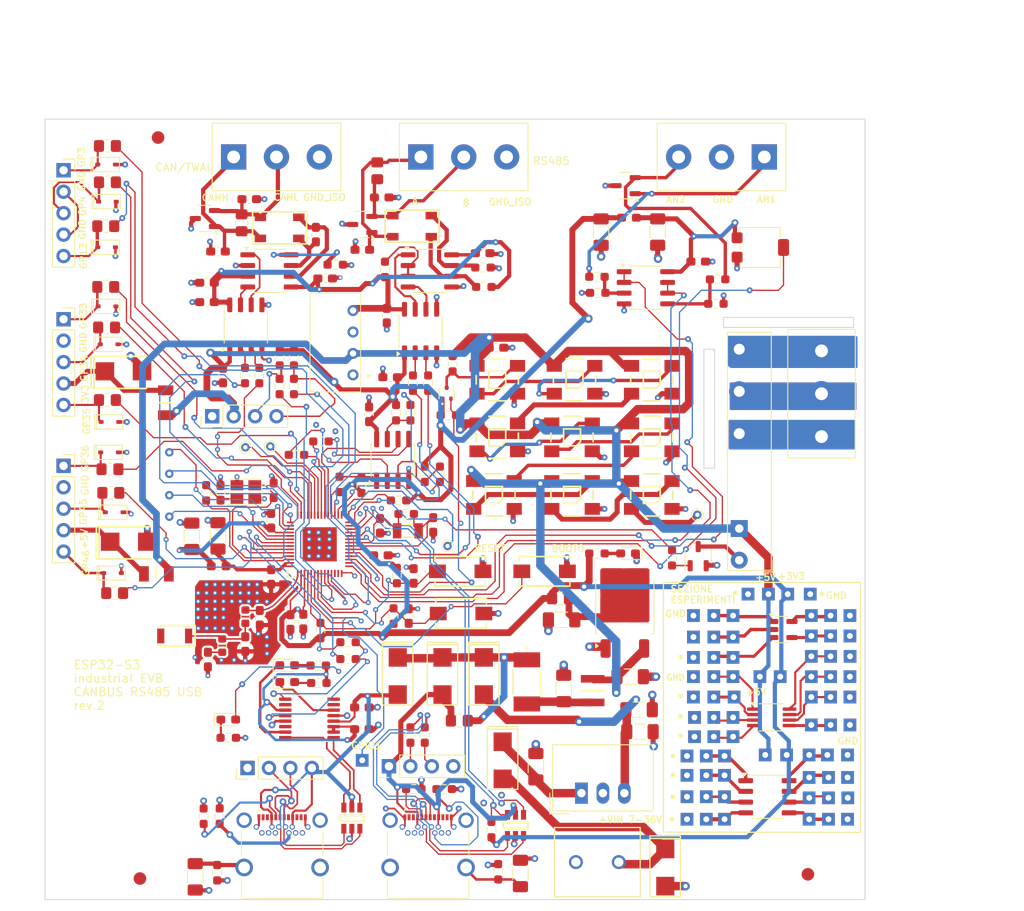
<source format=kicad_pcb>
(kicad_pcb (version 20241229) (generator "pcbnew") (generator_version "9.0")
  (layers (0 "F.Cu" signal) (4 "In1.Cu" signal) (6 "In2.Cu" signal) (2 "B.Cu" signal) (13 "F.Paste" user) (15 "B.Paste" user) (5 "F.SilkS" user "F.Silkscreen") (7 "B.SilkS" user "B.Silkscreen") (1 "F.Mask" user) (3 "B.Mask" user) (25 "Edge.Cuts" user))
  (net 0 "")
  (net 1 "/gerarchico Sheet/GPIO/AN2")
  (net 2 "GND")
  (net 3 "/gerarchico Sheet/GPIO/AN1")
  (net 4 "Net-(D2-K)")
  (net 5 "Net-(D6-A)")
  (net 6 "GNDISO")
  (net 7 "+5Viso")
  (net 8 "/gerarchico Sheet/ESP32-S3 MCU/RESET")
  (net 9 "/gerarchico Sheet/ESP32-S3 MCU/BUTTON")
  (net 10 "/gerarchico Sheet/bus/CANH_CONN")
  (net 11 "/gerarchico Sheet/bus/CANL_CONN")
  (net 13 "+5V_FTDI")
  (net 14 "+5V")
  (net 15 "+3.3VA")
  (net 16 "Net-(Q1-C)")
  (net 17 "/gerarchico Sheet/bus/A")
  (net 18 "/gerarchico Sheet/bus/B")
  (net 19 "/gerarchico Sheet/ESP32-S3 MCU/LNA_IN")
  (net 20 "Net-(IC8-GND)")
  (net 21 "Net-(IC8-TRIG)")
  (net 22 "Net-(IC8-OUT)")
  (net 23 "Net-(IC8-~{RESET})")
  (net 24 "Net-(IC8-CONT)")
  (net 25 "Net-(IC8-THRES)")
  (net 26 "Net-(IC8-DISCH)")
  (net 27 "Net-(IC8-VCC)")
  (net 28 "Net-(ANT1-FEED)")
  (net 29 "+3V3")
  (net 30 "Net-(D5-K)")
  (net 31 "Net-(Q1-B)")
  (net 32 "Net-(C21-Pad1)")
  (net 33 "Net-(C24-Pad1)")
  (net 34 "Net-(IC5-CANL)")
  (net 35 "Net-(IC5-CANH)")
  (net 36 "Net-(IC7-3V3OUT)")
  (net 37 "/gerarchico Sheet/bus/B_INT")
  (net 38 "/gerarchico Sheet/bus/A_INT")
  (net 39 "/gerarchico Sheet/ESP32-S3 MCU/USBIN2_P")
  (net 40 "/gerarchico Sheet/ESP32-S3 MCU/USBIN2_N")
  (net 41 "Net-(D3-K)")
  (net 42 "Net-(D7-K)")
  (net 43 "Net-(D7-A)")
  (net 44 "Net-(D8-A)")
  (net 45 "Net-(D8-K)")
  (net 46 "/gerarchico Sheet/ESP32-S3 MCU/USBOUT2_P")
  (net 47 "Net-(U1-VO)")
  (net 48 "Net-(IC10-XTAL_N)")
  (net 49 "Net-(Y1-XTAL_2)")
  (net 50 "Net-(IC10-XTAL_32K_P)")
  (net 51 "/gerarchico Sheet/ESP32-S3 MCU/USBOUT2_N")
  (net 52 "/gerarchico Sheet/ESP32-S3 MCU/CAN_TX")
  (net 53 "Net-(IC2-VOB)")
  (net 54 "Net-(IC2-VIA)")
  (net 55 "Net-(IC3-VIA)")
  (net 56 "Net-(IC3-VOB)")
  (net 61 "Net-(IC9-GND)")
  (net 62 "Net-(IC9-~{RESET})")
  (net 63 "Net-(IC9-VCC)")
  (net 64 "Net-(IC9-DISCH)")
  (net 65 "Net-(IC9-CONT)")
  (net 66 "Net-(IC9-OUT)")
  (net 67 "Net-(IC9-TRIG)")
  (net 68 "Net-(IC9-THRES)")
  (net 69 "Net-(IC10-XTAL_32K_N)")
  (net 70 "/gerarchico Sheet/ESP32-S3 MCU/CAN_RX")
  (net 71 "/gerarchico Sheet/ESP32-S3 MCU/485_RX")
  (net 72 "Net-(D1-K)")
  (net 73 "Net-(D4-K)")
  (net 74 "Net-(D12-K)")
  (net 75 "Net-(IC6-~{RE})")
  (net 76 "Net-(IC5-STBY)")
  (net 77 "Net-(U3A-+)")
  (net 78 "Net-(U3B-+)")
  (net 79 "Net-(U4-IN)")
  (net 80 "Net-(U4-EN)")
  (net 81 "Net-(U4-G1)")
  (net 82 "Net-(U4-OUT)")
  (net 83 "Net-(TP61-Pad1)")
  (net 84 "Net-(D11-K)")
  (net 85 "+5V_ESP32")
  (net 86 "Net-(D14-A)")
  (net 87 "Net-(D19-K)")
  (net 88 "Net-(D22-K)")
  (net 89 "Net-(D23-K)")
  (net 90 "Net-(D24-K)")
  (net 91 "Net-(D25-K)")
  (net 92 "+5V_OUT")
  (net 93 "+3V3_OUT")
  (net 94 "/gerarchico Sheet/ESP32-S3 MCU/485_TX")
  (net 95 "/gerarchico Sheet/bus/USBOUT1_N")
  (net 96 "/gerarchico Sheet/bus/USBOUT1_P")
  (net 97 "/gerarchico Sheet/bus/USBIN1_N")
  (net 98 "/gerarchico Sheet/bus/USBIN1_P")
  (net 99 "/gerarchico Sheet/ESP32-S3 MCU/U0RXD")
  (net 100 "/gerarchico Sheet/ESP32-S3 MCU/U0TXD")
  (net 101 "/gerarchico Sheet/ESP32-S3 MCU/GPIO45")
  (net 102 "Net-(IC10-SPICLK_P)")
  (net 103 "Net-(IC10-GPIO37)")
  (net 104 "/gerarchico Sheet/ESP32-S3 MCU/SPIWP")
  (net 105 "/gerarchico Sheet/ESP32-S3 MCU/GPIO35")
  (net 106 "/gerarchico Sheet/ESP32-S3 MCU/GPIO34")
  (net 107 "Net-(IC10-MTDO)")
  (net 108 "/gerarchico Sheet/ESP32-S3 MCU/BOOT0")
  (net 109 "/gerarchico Sheet/ESP32-S3 MCU/TXD")
  (net 110 "/gerarchico Sheet/ESP32-S3 MCU/SPID")
  (net 111 "/gerarchico Sheet/ESP32-S3 MCU/GPIO3")
  (net 112 "Net-(IC10-GPIO6)")
  (net 113 "/gerarchico Sheet/ESP32-S3 MCU/I_MATRICE_LED")
  (net 114 "Net-(IC10-MTCK)")
  (net 115 "Net-(IC10-MTDI)")
  (net 116 "/gerarchico Sheet/ESP32-S3 MCU/GPIO33")
  (net 117 "/gerarchico Sheet/ESP32-S3 MCU/SCK")
  (net 118 "Net-(IC10-MTMS)")
  (net 119 "/gerarchico Sheet/ESP32-S3 MCU/GPIO4")
  (net 120 "/gerarchico Sheet/ESP32-S3 MCU/SPIHD")
  (net 121 "Net-(IC10-GPIO38)")
  (net 122 "/gerarchico Sheet/ESP32-S3 MCU/ADC2_CH1")
  (net 123 "Net-(IC10-XTAL_P)")
  (net 124 "/gerarchico Sheet/ESP32-S3 MCU/GPIO36")
  (net 125 "/gerarchico Sheet/ESP32-S3 MCU/GPIO46")
  (net 126 "/gerarchico Sheet/ESP32-S3 MCU/GPIO13")
  (net 127 "/gerarchico Sheet/ESP32-S3 MCU/RXD")
  (net 128 "/gerarchico Sheet/ESP32-S3 MCU/ADC1_CH9")
  (net 129 "/gerarchico Sheet/ESP32-S3 MCU/SPIQ")
  (net 130 "Net-(IC10-SPICLK_N)")
  (net 131 "Net-(IC10-SPICS1)")
  (net 132 "/gerarchico Sheet/ESP32-S3 MCU/ADC2_CH0")
  (net 133 "Net-(IC10-GPIO5)")
  (net 134 "/gerarchico Sheet/ESP32-S3 MCU/GPIO1")
  (net 135 "/gerarchico Sheet/ESP32-S3 MCU/RELE")
  (net 136 "/gerarchico Sheet/ESP32-S3 MCU/SPICS0")
  (net 137 "/gerarchico Sheet/GPIO/NO")
  (net 138 "Net-(LED2-DOUT)")
  (net 139 "/gerarchico Sheet/GPIO/NC")
  (net 140 "Net-(LED3-DOUT)")
  (net 141 "Net-(LED5-DOUT)")
  (net 142 "Net-(LED6-DOUT)")
  (net 143 "/gerarchico Sheet/GPIO/COM")
  (net 144 "/gerarchico Sheet/ESP32-S3 MCU/SDA")
  (net 145 "/gerarchico Sheet/ESP32-S3 MCU/SCL")
  (net 146 "/gerarchico Sheet/LED_MATRIX_WS2812B/LED_DOUT1")
  (net 147 "/gerarchico Sheet/LED_MATRIX_WS2812B/LED_DOUT2")
  (net 148 "/gerarchico Sheet/ESP32-S3 MCU/MOSI")
  (net 149 "/gerarchico Sheet/ESP32-S3 MCU/CS")
  (net 150 "/gerarchico Sheet/ESP32-S3 MCU/WP")
  (net 151 "/gerarchico Sheet/ESP32-S3 MCU/MISO")
  (net 152 "Net-(USBC_ESP32-CC1)")
  (net 153 "Net-(USBC_ESP32-CC2)")
  (net 154 "Net-(USBC_FTDI1-CC2)")
  (net 155 "Net-(USBC_FTDI1-CC1)")
  (net 181 "Net-(LED2-DIN)")
  (net 182 "Net-(LED8-DOUT)")
  (net 183 "Net-(LED10-DIN)")
  (net 184 "Net-(LED10-DOUT)")
  (net 185 "Net-(IC10-VDDA_1)")
  (net 186 "Net-(J1-Pin_2)")
  (net 187 "Net-(J1-Pin_3)")
  (net 189 "Net-(IC10-GPIO17{slash}U1TX(O))")
  (net 190 "Net-(IC10-GPIO18{slash}U1RX(I))")
  (net 191 "Net-(IC10-VDD_SPI)")
  (net 192 "Net-(C15-Pad1)")
  (net 193 "Net-(C41-Pad1)")
  (net 194 "/gerarchico Sheet/ESP32-S3 MCU/HOLD")
  (net 195 "Net-(D15-A)")
  (net 196 "Net-(D15-K)")
  (footprint "Capacitor_SMD:C_1206_3216Metric_Pad1.33x1.80mm_HandSolder" (layer "F.Cu") (at 114.9615 91.347 90)
    (property "Reference" "C40")
    (property "Value" "10uF 50V")
  )
  (footprint "scheda di sviluppo industriale:TEA10505" (layer "F.Cu") (at 134.0625 72.22 90)
    (property "Reference" "PS2")
    (property "Value" "TEA_1-0505" (hide yes))
  )
  (footprint "libraryloader:TestPoint_Pad_through hole 1.5mm" (layer "F.Cu") (at 173.6355 119.668)
    (property "Reference" "TP68")
    (property "Value" "TestPoint")
  )
  (footprint "libraryloader:TestPoint_Pad_through hole 1.5mm" (layer "F.Cu") (at 188.3675 105.571)
    (property "Reference" "TP39")
    (property "Value" "TestPoint")
  )
  (footprint "Capacitor_SMD:C_0603_1608Metric_Pad1.08x0.95mm_HandSolder" (layer "F.Cu") (at 151.0625 69)
    (property "Reference" "C38")
    (property "Value" "100nF")
  )
  (footprint "Capacitor_SMD:C_1206_3216Metric_Pad1.33x1.80mm_HandSolder" (layer "F.Cu") (at 153.8997 131.3012 90)
    (property "Reference" "C21")
    (property "Value" "3n3F 1kV")
  )
  (footprint "libraryloader:TestPoint_Pad_through hole 1.5mm" (layer "F.Cu") (at 174.5245 112.81)
    (property "Reference" "TP46")
    (property "Value" "TestPoint")
  )
  (footprint "scheda di sviluppo industriale:SOD-323" (layer "F.Cu") (at 104.8625 57.1)
    (property "Reference" "D11")
    (property "Value" "ESD7351HT1G")
  )
  (footprint "libraryloader:TestPoint_Pad_through hole 1.5mm" (layer "F.Cu") (at 176.8105 115.096)
    (property "Reference" "TP26")
    (property "Value" "TestPoint")
  )
  (footprint "Capacitor_SMD:C_0603_1608Metric_Pad1.08x0.95mm_HandSolder" (layer "F.Cu") (at 137.3625 93.6)
    (property "Reference" "C18")
    (property "Value" "100nF")
  )
  (footprint "scheda di sviluppo industriale:SOD-323" (layer "F.Cu") (at 104.9625 51.7)
    (property "Reference" "D19")
    (property "Value" "ESD7351HT1G")
  )
  (footprint "libraryloader:TerminalBlock_bornier-3_P5.08mm" (layer "F.Cu") (at 177.725 46.4 180)
    (property "Reference" "ANALOGICI1")
    (property "Value" "282837-3")
  )
  (footprint "libraryloader:TestPoint_Pad_through hole 1.5mm" (layer "F.Cu") (at 178.0805 122.208)
    (property "Reference" "TP15")
    (property "Value" "TestPoint")
  )
  (footprint "libraryloader:TestPoint_Pad_through hole 1.5mm" (layer "F.Cu") (at 192.6625 124.875)
    (property "Reference" "TP69")
    (property "Value" "TestPoint")
  )
  (footprint "libraryloader:TestPoint_Pad_through hole 1.5mm" (layer "F.Cu") (at 192.9395 113.699)
    (property "Reference" "TP34")
    (property "Value" "TestPoint")
  )
  (footprint "Resistor_SMD:R_0603_1608Metric_Pad0.98x0.95mm_HandSolder" (layer "F.Cu") (at 116.3625 124.5125 -90)
    (property "Reference" "R18")
    (property "Value" "5k1")
  )
  (footprint "Resistor_SMD:R_0603_1608Metric_Pad0.98x0.95mm_HandSolder" (layer "F.Cu") (at 131.9541 59.1652)
    (property "Reference" "R21")
    (property "Value" "470R")
  )
  (footprint "Connector_PinSocket_2.54mm:PinSocket_1x05_P2.54mm_Vertical" (layer "F.Cu") (at 99.7625 65.625)
    (property "Reference" "J6")
    (property "Value" "Conn_01x05_Socket")
  )
  (footprint "libraryloader:TestPoint_Pad_through hole 1.5mm" (layer "F.Cu") (at 188.2405 98.205)
    (property "Reference" "TP71")
    (property "Value" "TestPoint")
  )
  (footprint "Capacitor_SMD:C_0603_1608Metric_Pad1.08x0.95mm_HandSolder" (layer "F.Cu") (at 149.425 57.8)
    (property "Reference" "C26")
    (property "Value" "100nF")
  )
  (footprint "Resistor_SMD:R_0603_1608Metric_Pad0.98x0.95mm_HandSolder" (layer "F.Cu") (at 127.3625 81.7 180)
    (property "Reference" "R6")
    (property "Value" "0R")
  )
  (footprint "libraryloader:TestPoint_Pad_through hole 1.5mm" (layer "F.Cu") (at 192.6625 119.922)
    (property "Reference" "TP55")
    (property "Value" "TestPoint")
  )
  (footprint "Capacitor_SMD:C_0603_1608Metric_Pad1.08x0.95mm_HandSolder" (layer "F.Cu") (at 116.8665 105.952 -90)
    (property "Reference" "C15")
    (property "Value" "1p8F")
  )
  (footprint "TestPoint:TestPoint_THTPad_D1.0mm_Drill0.5mm" (layer "F.Cu") (at 112.2945 86.48)
    (property "Reference" "MTDI1")
    (property "Value" "TestPoint")
  )
  (footprint "Resistor_SMD:R_0603_1608Metric_Pad0.98x0.95mm_HandSolder" (layer "F.Cu") (at 140.8625 114.9 -90)
    (property "Reference" "R43")
    (property "Value" "0R")
  )
  (footprint "Resistor_SMD:R_0603_1608Metric_Pad0.98x0.95mm_HandSolder" (layer "F.Cu") (at 127.0625 70.1888 90)
    (property "Reference" "R67")
    (property "Value" "1k5")
  )
  (footprint "scheda di sviluppo industriale:1812L010DR" (layer "F.Cu") (at 154.6625 108.6 -90)
    (property "Reference" "F1")
    (property "Value" "1812L150_24MR" (hide yes))
  )
  (footprint "Capacitor_SMD:C_1206_3216Metric_Pad1.33x1.80mm_HandSolder" (layer "F.Cu") (at 170.1625 55.3 -90)
    (property "Reference" "C19")
    (property "Value" "10uF 50V")
  )
  (footprint "scheda di sviluppo industriale:SOT23-6" (layer "F.Cu") (at 153.3155 125.6 90)
    (property "Reference" "IC1")
    (property "Value" "USBLC6-2SC6" (hide yes))
  )
  (footprint "scheda di sviluppo industriale:SOD-323" (layer "F.Cu") (at 105.1625 68.6)
    (property "Reference" "D2")
    (property "Value" "ESD7351HT1G")
  )
  (footprint "libraryloader:TestPoint_Pad_through hole 1.5mm" (layer "F.Cu") (at 180.8745 98.205)
    (property "Reference" "TP70")
    (property "Value" "TestPoint")
  )
  (footprint "Capacitor_SMD:C_0603_1608Metric_Pad1.08x0.95mm_HandSolder" (layer "F.Cu") (at 138.0625 65.2 -90)
    (property "Reference" "C27")
    (property "Value" "100nF")
  )
  (footprint "Resistor_SMD:R_0805_2012Metric_Pad1.20x1.40mm_HandSolder" (layer "F.Cu") (at 104.7625 54.6)
    (property "Reference" "R35")
    (property "Value" "49R9")
  )
  (footprint "libraryloader:TestPoint_Pad_through hole 1.5mm" (layer "F.Cu") (at 174.5245 115.096)
    (property "Reference" "TP36")
    (property "Value" "TestPoint")
  )
  (footprint "Capacitor_SMD:C_0603_1608Metric_Pad1.08x0.95mm_HandSolder" (layer "F.Cu") (at 174.9625 58.8)
    (property "Reference" "C37")
    (property "Value" "100nF")
  )
  (footprint "Resistor_SMD:R_0603_1608Metric_Pad0.98x0.95mm_HandSolder" (layer "F.Cu") (at 139.2625 96 90)
    (property "Reference" "R3")
    (property "Value" "100K")
  )
  (footprint "libraryloader:TestPoint_Pad_through hole 1.5mm" (layer "F.Cu") (at 176.8105 107.984)
    (property "Reference" "TP37")
    (property "Value" "TestPoint")
  )
  (footprint "libraryloader:TestPoint_Pad_through hole 1.5mm" (layer "F.Cu") (at 176.8105 103.285)
    (property "Reference" "TP58")
    (property "Value" "TestPoint")
  )
  (footprint "Resistor_SMD:R_0603_1608Metric_Pad0.98x0.95mm_HandSolder" (layer "F.Cu") (at 133.4725 105.89)
    (property "Reference" "R53")
    (property "Value" "0R")
  )
  (footprint "libraryloader:TestPoint_Pad_through hole 1.5mm" (layer "F.Cu") (at 192.9395 100.745)
    (property "Reference" "TP63")
    (property "Value" "TestPoint")
  )
  (footprint "Capacitor_SMD:C_1206_3216Metric_Pad1.33x1.80mm_HandSolder" (layer "F.Cu") (at 155.7285 118.652 90)
    (property "Reference" "C1")
    (property "Value" "10uF_50V")
  )
  (footprint "MountingHole:MountingHole_3.2mm_M3" (layer "F.Cu") (at 101.4832 130.7476)
    (property "Reference" "H2")
    (property "Value" "MountingHole")
  )
  (footprint "Resistor_SMD:R_0603_1608Metric_Pad0.98x0.95mm_HandSolder" (layer "F.Cu") (at 149.4625 59.5 180)
    (property "Reference" "R23")
    (property "Value" "1k")
  )
  (footprint "scheda di sviluppo industriale:WS2812B" (layer "F.Cu") (at 150.7625 86.45 90)
    (property "Reference" "LED8")
    (property "Value" "WS2812B" (hide yes))
  )
  (footprint "Package_SO:SO-8_3.9x4.9mm_P1.27mm" (layer "F.Cu") (at 143.1625 59.9)
    (property "Reference" "IC6")
    (property "Value" "MAX13488EESA+T")
  )
  (footprint "Capacitor_SMD:C_0603_1608Metric_Pad1.08x0.95mm_HandSolder" (layer "F.Cu") (at 143.5625 90 90)
    (property "Reference" "C13")
    (property "Value" "30pF")
  )
  (footprint "libraryloader:TestPoint_Pad_through hole 1.5mm" (layer "F.Cu") (at 188.1135 119.922)
    (property "Reference" "TP3")
    (property "Value" "TestPoint")
  )
  (footprint "Resistor_SMD:R_0805_2012Metric_Pad1.20x1.40mm_HandSolder" (layer "F.Cu") (at 104.9625 75.2)
    (property "Reference" "R30")
    (property "Value" "49R9")
  )
  (footprint "Package_TO_SOT_SMD:SOT-23-5" (layer "F.Cu") (at 184.9385 102.396)
    (property "Reference" "U4")
    (property "Value" "NCP718xSN180")
  )
  (footprint "Package_TO_SOT_SMD:SOT-23-3" (layer "F.Cu") (at 135.1625 54.4 180)
    (property "Reference" "D10")
    (property "Value" "PESD2CANFD27L-TR")
  )
  (footprint "Connector_PinHeader_2.54mm:PinHeader_1x04_P2.54mm_Vertical" (layer "F.Cu") (at 138.3225 118.6 90)
    (property "Reference" "J1")
    (property "Value" "Conn_01x04_Pin")
  )
  (footprint "libraryloader:TestPoint_Pad_through hole 1.5mm" (layer "F.Cu") (at 192.9395 110.397)
    (property "Reference" "TP54")
    (property "Value" "TestPoint")
  )
  (footprint "libraryloader:TestPoint_Pad_through hole 1.5mm" (layer "F.Cu") (at 188.3675 103.158)
    (property "Reference" "TP61")
    (property "Value" "TestPoint")
  )
  (footprint "libraryloader:TestPoint_Pad_through hole 1.5mm" (layer "F.Cu") (at 192.6855 122.335)
    (property "Reference" "TP43")
    (property "Value" "TestPoint")
  )
  (footprint "Resistor_SMD:R_0603_1608Metric_Pad0.98x0.95mm_HandSolder" (layer "F.Cu") (at 130.0125 108.725)
    (property "Reference" "R27")
    (property "Value" "470R")
  )
  (footprint "Resistor_SMD:R_0805_2012Metric_Pad1.20x1.40mm_HandSolder" (layer "F.Cu") (at 105.8175 98.078)
    (property "Reference" "R37")
    (property "Value" "49R9")
  )
  (footprint "libraryloader:TestPoint_Pad_through hole 1.5mm" (layer "F.Cu") (at 174.3975 103.285)
    (property "Reference" "TP50")
    (property "Value" "TestPoint")
  )
  (footprint "Resistor_SMD:R_0603_1608Metric_Pad0.98x0.95mm_HandSolder" (layer "F.Cu") (at 142.5625 84 90)
    (property "Reference" "R5")
    (property "Value" "100K")
  )
  (footprint "scheda di sviluppo industriale:WS2812B" (layer "F.Cu") (at 151.1565 72.8 90)
    (property "Reference" "LED2")
    (property "Value" "WS2812B" (hide yes))
  )
  (footprint "TestPoint:TestPoint_THTPad_D1.0mm_Drill0.5mm" (layer "F.Cu") (at 112.2945 83.94)
    (property "Reference" "MTCK1")
    (property "Value" "TestPoint")
  )
  (footprint "Resistor_SMD:R_0603_1608Metric_Pad0.98x0.95mm_HandSolder" (layer "F.Cu") (at 135.0625 85.3 -90)
    (property "Reference" "R4")
    (property "Value" "100K")
  )
  (footprint "Fiducial:Fiducial_1.5mm_Mask3mm" (layer "F.Cu") (at 108.8125 131.9)
    (property "Reference" "FID3")
    (property "Value" "Fiducial")
  )
  (footprint "scheda di sviluppo industriale:WS2812B" (layer "F.Cu") (at 160.0125 86.45 90)
    (property "Reference" "LED9")
    (property "Value" "WS2812B" (hide yes))
  )
  (footprint "Capacitor_SMD:C_1206_3216Metric_Pad1.33x1.80mm_HandSolder" (layer "F.Cu") (at 168.0625 114.5)
    (property "Reference" "C2")
    (property "Value" "10uF_50V")
  )
  (footprint "Resistor_SMD:R_0805_2012Metric_Pad1.20x1.40mm_HandSolder" (layer "F.Cu") (at 104.7625 61.8)
    (property "Reference" "R32")
    (property "Value" "49R9")
  )
  (footprint "Resistor_SMD:R_0805_2012Metric_Pad1.20x1.40mm_HandSolder" (layer "F.Cu") (at 146.6625 113.2)
    (property "Reference" "R40")
    (property "Value" "0R 0.5W 0805")
  )
  (footprint "Capacitor_SMD:C_1206_3216Metric_Pad1.33x1.80mm_HandSolder" (layer "F.Cu") (at 167.9625 111.9)
    (property "Reference" "C4")
    (property "Value" "10uF_50V")
  )
  (footprint "Resistor_SMD:R_0603_1608Metric_Pad0.98x0.95mm_HandSolder" (layer "F.Cu") (at 141.1625 73.2 -90)
    (property "Reference" "R55")
    (property "Value" "0R")
  )
  (footprint "libraryloader:TestPoint_Pad_through hole 1.5mm" (layer "F.Cu") (at 182.2715 107.984)
    (property "Reference" "TP18")
    (property "Value" "TestPoint")
  )
  (footprint "Resistor_SMD:R_0805_2012Metric_Pad1.20x1.40mm_HandSolder" (layer "F.Cu") (at 136.9325 48.04 90)
    (property "Reference" "R28")
    (property "Value" "120R")
  )
  (footprint "libraryloader:TestPoint_Pad_through hole 1.5mm" (layer "F.Cu") (at 174.3975 105.698)
    (property "Reference" "TP57")
    (property "Value" "TestPoint")
  )
  (footprint "Capacitor_SMD:C_1206_3216Metric_Pad1.33x1.80mm_HandSolder" (layer "F.Cu") (at 115.3625 131.7 -90)
    (property "Reference" "C24")
    (property "Value" "3n3F 1kV")
  )
  (footprint "libraryloader:ACT45B1012PTL003" (layer "F.Cu") (at 125.3625 54.8 180)
    (property "Reference" "FL1")
    (property "Value" "ACT45B-101-2P-TL003" (hide yes))
  )
  (footprint "Connector_PinSocket_2.54mm:PinSocket_1x05_P2.54mm_Vertical" (layer "F.Cu") (at 99.7625 83)
    (property "Reference" "J7")
    (property "Value" "Conn_01x05_Socket")
  )
  (footprint "libraryloader:TestPoint_Pad_through hole 1.5mm" (layer "F.Cu") (at 192.9395 103.158)
    (property "Reference" "TP56")
    (property "Value" "TestPoint")
  )
  (footprint "libraryloader:TestPoint_Pad_through hole 1.5mm" (layer "F.Cu") (at 174.3975 107.984)
    (property "Reference" "TP41")
    (property "Value" "TestPoint")
  )
  (footprint "Package_TO_SOT_SMD:SOT-523" (layer "F.Cu") (at 145.1625 74.4 90)
    (property "Reference" "Q2")
    (property "Value" "DMG1012T")
  )
  (footprint "Capacitor_SMD:C_0603_1608Metric_Pad1.08x0.95mm_HandSolder" (layer "F.Cu") (at 140.6625 100.8 90)
    (property "Reference" "C20")
    (property "Value" "100nF")
  )
  (footprint "libraryloader:TestPoint_Pad_through hole 1.5mm" (layer "F.Cu") (at 188.3675 113.699)
    (property "Reference" "TP31")
    (property "Value" "TestPoint")
  )
  (footprint "libraryloader:TestPoint_Pad_through hole 1.5mm" (layer "F.Cu") (at 190.6535 107.984)
    (property "Reference" "TP22")
    (property "Value" "TestPoint")
  )
  (footprint "scheda di sviluppo industriale:FL4000157Z" (layer "F.Cu") (at 121.3625 86.1 180)
    (property "Reference" "Y1")
    (property "Value" "FL4000157Z" (hide yes))
  )
  (footprint "libraryloader:TestPoint_Pad_through hole 1.5mm" (layer "F.Cu") (at 178.0805 117.382)
    (property "Reference" "TP13")
    (property "Value" "TestPoint")
  )
  (footprint "Resistor_SMD:R_0603_1608Metric_Pad0.98x0.95mm_HandSolder" (layer "F.Cu") (at 117.9625 131.2125 90)
    (property "Reference" "R19")
    (property "Value" "1M")
  )
  (footprint "Package_SO:SO-8_3.9x4.9mm_P1.27mm" (layer "F.Cu") (at 168.7625 61.9)
    (property "Reference" "U3")
    (property "Value" "LMV358IDR")
  )
  (footprint "libraryloader:TestPoint_Pad_through hole 1.5mm" (layer "F.Cu") (at 178.0805 119.668)
    (property "Reference" "TP5")
    (property "Value" "TestPoint")
  )
  (footprint "scheda di sviluppo industriale:SOD-323" (layer "F.Cu") (at 104.9125 64.1)
    (property "Reference" "D3")
    (property "Value" "ESD7351HT1G")
  )
  (footprint "Inductor_SMD:L_0603_1608Metric" (layer "F.Cu") (at 121.3115 100.872 -90)
    (property "Reference" "L3")
    (property "Value" "2n4H")
  )
  (footprint "libraryloader:SMA" (layer "F.Cu") (at 144.6625 107.9 -90)
    (property "Reference" "D13")
    (property "Value" "CDBA340-HF" (hide yes))
  )
  (footprint "scheda di sviluppo industriale:EVQPE104K" (layer "F.Cu") (at 156.7625 95.5)
    (property "Reference" "S4")
    (property "Value" "EVQ-PE104K" (hide yes))
  )
  (footprint "Capacitor_SMD:C_0603_1608Metric_Pad1.08x0.95mm_HandSolder" (layer "F.Cu") (at 116.7625 63.6 180)
    (property "Reference" "C30")
    (property "Value" "100nF")
  )
  (footprint "Potentiometer_SMD:Potentiometer_Bourns_3314G_Vertical" (layer "F.Cu") (at 182.323 57.122 90)
    (property "Reference" "RV1")
    (property "Value" "10k")
  )
  (footprint "Capacitor_SMD:C_0603_1608Metric_Pad1.08x0.95mm_HandSolder" (layer "F.Cu") (at 135.1625 57.4)
    (property "Reference" "C35")
    (property "Value" "100PF")
  )
  (footprint "libraryloader:TestPoint_Pad_through hole 1.5mm" (layer "F.Cu") (at 178.0805 124.875)
    (property "Reference" "TP6")
    (property "Value" "TestPoint")
  )
  (footprint "Resistor_SMD:R_0805_2012Metric_Pad1.20x1.40mm_HandSolder" (layer "F.Cu") (at 104.9625 49.4)
    (property "Reference" "R36")
    (property "Value" "49R9")
  )
  (footprint "Package_SO:SO-8_3.9x4.9mm_P1.27mm" (layer "F.Cu") (at 183.1625 122.208)
    (property "Reference" "IC8")
    (property "Value" "NE555DR")
  )
  (footprint "Package_SO:TSSOP-16_4.4x5mm_P0.65mm" (layer "F.Cu") (at 128.9 112.925)
    (property "Reference" "IC7")
    (property "Value" "FT230XS-R")
  )
  (footprint "libraryloader:TestPoint_Pad_through hole 1.5mm" (layer "F.Cu") (at 190.3995 122.335)
    (property "Reference" "TP1")
    (property "Value" "TestPoint")
  )
  (footprint "Capacitor_SMD:C_0603_1608Metric_Pad1.08x0.95mm_HandSolder" (layer "F.Cu") (at 138.4625 72.5 180)
    (property "Reference" "C23")
    (property "Value" "100nF")
  )
  (footprint "Fiducial:Fiducial_1.5mm_Mask3mm" (layer "F.Cu") (at 187.9625 131.4)
    (property "Reference" "FID2")
    (property "Value" "Fiducial")
  )
  (footprint "Resistor_SMD:R_0603_1608Metric_Pad0.98x0.95mm_HandSolder" (layer "F.Cu") (at 149.5625 61.8)
    (property "Reference" "R22")
    (property "Value" "1k")
  )
  (footprint "libraryloader:TestPoint_Pad_through hole 1.5mm" (layer "F.Cu") (at 179.0965 112.81)
    (property "Reference" "TP44")
    (property "Value" "TestPoint")
  )
  (footprint "Package_TO_SOT_SMD:SOT-23-3" (layer "F.Cu") (at 174.9625 93.7 90)
    (property "Reference" "Q1")
    (property "Value" "DRDC3105F-7")
  )
  (footprint "Capacitor_SMD:C_0603_1608Metric_Pad1.08x0.95mm_HandSolder" (layer "F.Cu") (at 135.1125 111.625)
    (property "Reference" "C28")
    (property "Value" "100nF")
  )
  (footprint "Relay_THT:Relay_SPDT_Finder_34.51_Vertical" (layer "F.Cu") (at 179.827 90.43 90)
    (property "Reference" "K1")
    (property "Value" "FINDER-34.51")
  )
  (footprint "scheda di sviluppo industriale:DIOM5436X244N" (layer "F.Cu") (at 107.4875 91.9924)
    (property "Reference" "D27")
    (property "Value" "SMBJ5.0A" (hide yes))
  )
  (footprint "Package_SO:SO-8_3.9x4.9mm_P1.27mm" (layer "F.Cu") (at 142.0675 67.025 90)
    (property "Reference" "IC3")
    (property "Value" "ADUM3201ARZ-RL7")
  )
  (footprint "libraryloader:TestPoint_Pad_through hole 1.5mm" (layer "F.Cu") (at 182.9065 117.255)
    (property "Reference" "TP17")
    (property "Value" "TestPoint")
  )
  (footprint "libraryloader:TestPoint_Pad_through hole 1.5mm" (layer "F.Cu") (at 190.3995 119.922)
    (property "Reference" "TP4")
    (property "Value" "TestPoint")
  )
  (footprint "libraryloader:UJ31CHG2SMTTR" (layer "F.Cu") (at 142.9565 130.59)
    (property "Reference" "USBC_ESP32")
    (property "Value" "UJ31-CH-G2-SMT-TR" (hide yes))
  )
  (footprint "Library loader:2828372" (layer "F.Cu") (at 160.4735 129.955)
    (property "Reference" "EXT_POWER1")
    (property "Value" "282837-2" (hide yes))
  )
  (footprint "libraryloader:TestPoint_Pad_through hole 1.5mm" (layer "F.Cu") (at 188.3675 110.397)
    (property "Reference" "TP20")
    (property "Value" "TestPoint")
  )
  (footprint "libraryloader:TestPoint_Pad_through hole 1.5mm" (layer "F.Cu") (at 179.0965 103.285)
    (property "Reference" "TP62")
    (property "Value" "TestPoint")
  )
  (footprint "libraryloader:TestPoint_Pad_through hole 1.5mm" (layer "F.Cu") (at 173.6355 124.875)
    (property "Reference" "TP45")
    (property "Value" "TestPoint")
  )
  (footprint "Resistor_SMD:R_0603_1608Metric_Pad0.98x0.95mm_HandSolder" (layer "F.Cu") (at 144.3625 84 90)
    (property "Reference" "R7")
    (property "Value" "0R")
  )
  (footprint "Inductor_SMD:L_0603_1608Metric_Pad1.05x0.95mm_HandSolder" (layer "F.Cu") (at 118.1365 94.903 180)
    (property "Reference" "L2")
    (property "Value" "BLM18AG102SN1D")
  )
  (footprint "Capacitor_SMD:C_0603_1608Metric_Pad1.08x0.95mm_HandSolder" (layer "F.Cu") (at 124.6625 85.9 -90)
    (property "Reference" "C11")
    (property "Value" "20pF")
  )
  (footprint "Resistor_SMD:R_0603_1608Metric_Pad0.98x0.95mm_HandSolder" (layer "F.Cu") (at 151.2625 131.1 -90)
    (property "Reference" "R13")
    (property "Value" "1M")
  )
  (footprint "libraryloader:TestPoint_Pad_through hole 1.5mm" (layer "F.Cu") (at 190.6535 100.745)
    (property "Reference" "TP60")
    (property "Value" "TestPoint")
  )
  (footprint "Resistor_SMD:R_0603_1608Metric_Pad0.98x0.95mm_HandSolder" (layer "F.Cu") (at 144.8625 121.3)
    (property "Reference" "R14")
    (property "Value" "5k1")
  )
  (footprint "LED_SMD:LED_0603_1608Metric_Pad1.05x0.95mm_HandSolder" (layer "F.Cu") (at 166.6505 93.379 180)
    (property "Reference" "D14")
    (property "Value" "LED")
  )
  (footprint "scheda di sviluppo industriale:WS2812B" (layer "F.Cu") (at 169.4625 79.625 90)
    (property "Reference" "LED7")
    (property "Value" "WS2812B" (hide yes))
  )
  (footprint "scheda di sviluppo industriale:EVQPE104K" (layer "F.Cu") (at 146.8625 100.5)
    (property "Reference" "S2")
    (property "Value" "EVQ-PE104K" (hide yes))
  )
  (footprint "Resistor_SMD:R_0603_1608Metric_Pad0.98x0.95mm_HandSolder" (layer "F.Cu") (at 162.9625 60.6)
    (property "Reference" "R48")
    (property "Value" "47k")
  )
  (footprint "Capacitor_SMD:C_0603_1608Metric_Pad1.08x0.95mm_HandSolder" (layer "F.Cu") (at 118.3625 86.2 90)
    (property "Reference" "C12")
    (property "Value" "20pF")
  )
  (footprint "TestPoint:TestPoint_THTPad_D1.0mm_Drill0.5mm" (layer "F.Cu") (at 112.2945 81.4)
    (property "Reference" "MTDO1")
    (property "Value" "TestPoint")
  )
  (footprint "Converter_DCDC:Converter_DCDC_TRACO_TSR-1_THT" (layer "F.Cu") (at 161.13 121.7825)
    (property "Reference" "PS1")
    (property "Value" "TSR_1-2450")
  )
  (footprint "Resistor_SMD:R_0603_1608Metric_Pad0.98x0.95mm_HandSolder" (layer "F.Cu") (at 139.1625 76.7 90)
    (property "Reference" "R15")
    (property "Value" "100K")
  )
  (footprint "Resistor_SMD:R_0603_1608Metric_Pad0.98x0.95mm_HandSolder" (layer "F.Cu") (at 133.4725 103.9)
    (property "Reference" "R52")
    (property "Value" "0R")
  )
  (footprint "TestPoint:TestPoint_THTPad_D1.0mm_Drill0.5mm" (layer "F.Cu") (at 124.2625 80.7)
    (property "Reference" "K_N1")
    (property "Value" "TestPoint")
  )
  (footprint "libraryloader:TestPoint_Pad_through hole 1.5mm" (layer "F.Cu") (at 179.0965 100.745)
    (property "Reference" "TP48")
    (property "Value" "TestPoint")
  )
  (footprint "libraryloader:TestPoint_Pad_through hole 1.5mm" (layer "F.Cu") (at 183.2875 98.205)
    (property "Reference" "TP19")
    (property "Value" "TestPoint")
  )
  (footprint "libraryloader:TestPoint_Pad_through hole 1.5mm" (layer "F.Cu") (at 174.3975 100.745)
    (property "Reference" "TP51")
    (property "Value" "TestPoint")
  )
  (footprint "Capacitor_SMD:C_0603_1608Metric_Pad1.08x0.95mm_HandSolder" (layer "F.Cu") (at 123.0133 100.999 -90)
    (property "Reference" "C49")
    (property "Value" "1p8F")
  )
  (footprint "libraryloader:TestPoint_Pad_through hole 1.5mm" (layer "F.Cu") (at 188.1135 122.335)
    (property "Reference" "TP2")
    (property "Value" "TestPoint")
  )
  (footprint "TestPoint:TestPoint_THTPad_D1.0mm_Drill0.5mm" (layer "F.Cu") (at 121.3115 80.806)
    (property "Reference" "K_P1")
    (property "Value" "TestPoint")
  )
  (footprint "Package_TO_SOT_SMD:SOT-23-3" (layer "F.Cu") (at 166.3625 49.8 180)
    (property "Reference" "D26")
    (property "Value" "PESD2CANFD27L-TR")
  )
  (footprint "libraryloader:TestPoint_Pad_through hole 1.5mm" (layer "F.Cu") (at 190.6535 113.699)
    (property "Reference" "TP32")
    (property "Value" "TestPoint")
  )
  (footprint "scheda di sviluppo industriale:1206L05015YR" (layer "F.Cu") (at 111.8625 75.525 90)
    (property "Reference" "F5")
    (property "Value" "1206L050_15YR" (hide yes))
  )
  (footprint "Capacitor_SMD:C_0603_1608Metric_Pad1.08x0.95mm_HandSolder" (layer "F.Cu") (at 118.0625 57.6 180)
    (property "Reference" "C33")
    (property "Value" "100PF")
  )
  (footprint "scheda di sviluppo industriale:SOD-323" (layer "F.Cu") (at 104.8625 47.3)
    (property "Reference" "D23")
    (property "Value" "ESD7351HT1G")
  )
  (footprint "Resistor_SMD:R_0805_2012Metric_Pad1.20x1.40mm_HandSolder" (layer "F.Cu") (at 105.2625 83.4)
    (property "Reference" "R39")
    (property "Value" "49R9")
  )
  (footprint "libraryloader:TestPoint_Pad_through hole 1.5mm" (layer "F.Cu") (at 192.6625 117.255)
    (property "Reference" "TP67")
    (property "Value" "TestPoint")
  )
  (footprint "Resistor_SMD:R_0603_1608Metric_Pad0.98x0.95mm_HandSolder" (layer "F.Cu") (at 125.3755 70.1888 90)
    (property "Reference" "R68")
    (property "Value" "1k5")
  )
  (footprint "libraryloader:TestPoint_Pad_through hole 1.5mm" (layer "F.Cu") (at 175.9215 124.875)
    (property "Reference" "TP8")
    (property "Value" "TestPoint")
  )
  (footprint "Resistor_SMD:R_0603_1608Metric_Pad0.98x0.95mm_HandSolder" (layer "F.Cu") (at 145.3625 77 180)
    (property "Reference" "R16")
    (property "Value" "2k2")
  )
  (footprint "Resistor_SMD:R_0603_1608Metric_Pad0.98x0.95mm_HandSolder" (layer "F.Cu") (at 125.3625 73.6 90)
    (property "Reference" "R63")
    (property "Value" "0R")
  )
  (footprint "Inductor_SMD:L_0603_1608Metric_Pad1.05x0.95mm_HandSolder" (layer "F.Cu") (at 166.7625 53.6)
    (property "Reference" "L1")
    (property "Value" "BLM18AG102SN1D")
  )
  (footprint "Resistor_SMD:R_0805_2012Metric_Pad1.20x1.40mm_HandSolder" (layer "F.Cu") (at 158.6495 98.713 180)
    (property "Reference" "R33")
    (property "Value" "0R 0.5W 0805")
  )
  (footprint "TestPoint:TestPoint_THTPad_D1.0mm_Drill0.5mm" (layer "F.Cu") (at 174.8625 88.8)
    (property "Reference" "DOUT3")
    (property "Value" "TestPoint")
  )
  (footprint "Resistor_SMD:R_0603_1608Metric_Pad0.98x0.95mm_HandSolder" (layer "F.Cu") (at 130.2015 102.523 90)
    (property "Reference" "R42")
    (property "Value" "100K")
  )
  (footprint "libraryloader:TestPoint_Pad_through hole 1.5mm" (layer "F.Cu") (at 184.6845 107.984)
    (property "Reference" "TP29")
    (property "Value" "TestPoint")
  )
  (footprint "Resistor_SMD:R_0603_1608Metric_Pad0.98x0.95mm_HandSolder" (layer "F.Cu") (at 116.6625 86.2 90)
    (property "Reference" "R58")
    (property "Value" "0R")
  )
  (footprint "Resistor_SMD:R_0603_1608Metric_Pad0.98x0.95mm_HandSolder" (layer "F.Cu") (at 142.5625 114.9 -90)
    (property "Reference" "R44")
    (property "Value" "0R")
  )
  (footprint "libraryloader:TestPoint_Pad_through hole 1.5mm" (layer "F.Cu") (at 190.6535 110.397)
    (property "Reference" "TP21")
    (property "Value" "TestPoint")
  )
  (footprint "libraryloader:TestPoint_Pad_through hole 1.5mm" (layer "F.Cu") (at 190.6535 105.571)
    (property "Reference" "TP35")
    (property "Value" "TestPoint")
  )
  (footprint "scheda di sviluppo industriale:WS2812B" (layer "F.Cu") (at 151.1565 79.625 90)
    (property "Reference" "LED5")
    (property "Value" "WS2812B" (hide yes))
  )
  (footprint "libraryloader:TestPoint_Pad_through hole 1.5mm" (layer "F.Cu") (at 188.1135 124.875)
    (property "Reference" "TP10")
    (property "Value" "TestPoint")
  )
  (footprint "Resistor_SMD:R_0603_1608Metric_Pad0.98x0.95mm_HandSolder" (layer "F.Cu") (at 163.0625 62.5 180)
    (property "Reference" "R50")
    (property "Value" "4k7")
  )
  (footprint "scheda di sviluppo industriale:SOT23-6" (layer "F.Cu") (at 133.925 124.75 90)
    (property "Reference" "IC4")
    (property "Value" "USBLC6-2SC6" (hide yes))
  )
  (footprint "Resistor_SMD:R_0603_1608Metric_Pad0.98x0.95mm_HandSolder" (layer "F.Cu") (at 132.4625 85.2 90)
    (property "Reference" "R11")
    (property "Value" "0R")
  )
  (footprint "scheda di sviluppo industriale:WS2812B" (layer "F.Cu") (at 169.4625 72.8 90)
    (property "Reference" "LED4")
    (property "Value" "WS2812B" (hide yes))
  )
  (footprint "libraryloader:TestPoint_Pad_through hole 1.5mm" (layer "F.Cu") (at 185.4465 117.255)
    (property "Reference" "TP25")
    (property "Value" "TestPoint")
  )
  (footprint "Resistor_SMD:R_0603_1608Metric_Pad0.98x0.95mm_HandSolder" (layer "F.Cu") (at 171.8625 93.9 -90)
    (property "Reference" "R47")
    (property "Value" "0R")
  )
  (footprint "Resistor_SMD:R_0603_1608Metric_Pad0.98x0.95mm_HandSolder" (layer "F.Cu") (at 145.8625 70.9 -90)
    (property "Reference" "R34")
    (property "Value" "4k7")
  )
  (footprint "libraryloader:TestPoint_Pad_through hole 1.5mm" (layer "F.Cu") (at 179.0965 115.096)
    (property "Reference" "TP28")
    (property "Value" "TestPoint")
  )
  (footprint "libraryloader:TerminalBlock_bornier-3_P5.08mm" (layer "F.Cu") (at 189.575 74.456 -90)
    (property "Reference" "RELE1")
    (property "Value" "282837-3")
  )
  (footprint "Inductor_SMD:L_0603_1608Metric" (layer "F.Cu") (at 118.5625 104.3 -90)
    (property "Reference" "L4")
    (property "Value" "2n4H")
  )
  (footprint "libraryloader:TestPoint_Pad_through hole 1.5mm" (layer "F.Cu") (at 173.6355 117.382)
    (property "Reference" "TP38")
    (property "Value" "TestPoint")
  )
  (footprint "Resistor_SMD:R_0603_1608Metric_Pad0.98x0.95mm_HandSolder" (layer "F.Cu") (at 177.0625 63.8)
    (property "Reference" "R51")
    (property "Value" "4k7")
  )
  (footprint "scheda di sviluppo industriale:SOD-323" (layer "F.Cu") (at 105.2625 77.8)
    (property "Reference" "D1")
    (property "Value" "ESD7351HT1G")
  )
  (footprint "Resistor_SMD:R_0805_2012Metric_Pad1.20x1.40mm_HandSolder" (layer "F.Cu") (at 105.3625 86.2)
    (property "Reference" "R38")
    (property "Value" "49R9")
  )
  (footprint "Capacitor_SMD:C_1206_3216Metric_Pad1.33x1.80mm_HandSolder" (layer "F.Cu") (at 118.0625 91.3 90)
    (property "Reference" "C8")
    (property "Value" "10uF 50V")
  )
  (footprint "libraryloader:SMA" (layer "F.Cu") (at 149.5625 107.9 -90)
    (property "Reference" "D6")
    (property "Value" "CDBA340-HF" (hide yes))
  )
  (footprint "Resistor_SMD:R_0603_1608Metric_Pad0.98x0.95mm_HandSolder" (layer "F.Cu") (at 122.9625 72.3 90)
    (property "Reference" "R57")
    (property "Value" "0R")
  )
  (footprint "Capacitor_SMD:C_0603_1608Metric_Pad1.08x0.95mm_HandSolder" (layer "F.Cu") (at 116.7625 61.3 180)
    (property "Reference" "C25")
    (property "Value" "100nF")
  )
  (footprint "libraryloader:TestPoint_Pad_through hole 1.5mm" (layer "F.Cu") (at 135.1545 117.89)
    (property "Reference" "TP72")
    (property "Value" "TestPoint")
  )
  (footprint "Resistor_SMD:R_0805_2012Metric_Pad1.20x1.40mm_HandSolder" (layer "F.Cu") (at 104.8625 66.6)
    (property "Reference" "R31")
    (property "Value" "49R9")
  )
  (footprint "libraryloader:TestPoint_Pad_through hole 1.5mm" (layer "F.Cu") (at 175.9215 117.382)
    (property "Reference" "TP11")
    (property "Value" "TestPoint")
  )
  (footprint "Resistor_SMD:R_0603_1608Metric_Pad0.98x0.95mm_HandSolder" (layer "F.Cu") (at 140.3625 88.7 180)
    (property "Reference" "R60")
    (property "Value" "5M")
  )
  (footprint "Resistor_SMD:R_0603_1608Metric_Pad0.98x0.95mm_HandSolder" (layer "F.Cu") (at 127.0625 73.6 90)
    (property "Reference" "R64")
    (property "Value" "0R")
  )
  (footprint "libraryloader:TestPoint_Pad_through hole 1.5mm" (layer "F.Cu") (at 179.0965 107.984)
    (property "Reference" "TP33")
    (property "Value" "TestPoint")
  )
  (footprint "Resistor_SMD:R_0805_2012Metric_Pad1.20x1.40mm_HandSolder" (layer "F.Cu") (at 120.8625 54.2 -90)
    (property "Reference" "R29")
    (property "Value" "120R")
  )
  (footprint "LED_SMD:LED_0603_1608Metric_Pad1.05x0.95mm_HandSolder" (layer "F.Cu") (at 119.2795 113.064)
    (property "Reference" "D15")
    (property "Value" "LED")
  )
  (footprint "libraryloader:TestPoint_Pad_through hole 1.5mm" (layer "F.Cu") (at 176.8105 105.698)
    (property "Reference" "TP49")
    (property "Value" "TestPoint")
  )
  (footprint "scheda di sviluppo industriale:SOD-323" (layer "F.Cu") (at 105.7625 88.5)
    (property "Reference" "D24")
    (property "Value" "ESD7351HT1G")
  )
  (footprint "Resistor_SMD:R_0603_1608Metric_Pad0.98x0.95mm_HandSolder" (layer "F.Cu") (at 121.2625 72.3 90)
    (property "Reference" "R56")
    (property "Value" "0R")
  )
  (footprint "Connector_PinHeader_2.54mm:PinHeader_1x04_P2.54mm_Vertical" (layer "F.Cu") (at 117.3745 77.123 90)
    (property "Reference" "LCD1")
    (property "Value" "SSD1306")
  )
  (footprint "libraryloader:TestPoint_Pad_through hole 1.5mm" (layer "F.Cu") (at 188.3675 107.984)
    (property "Reference" "TP23")
    (property "Value" "TestPoint")
  )
  (footprint "Capacitor_SMD:C_0603_1608Metric_Pad1.08x0.95mm_HandSolder" (layer "F.Cu") (at 118.6625 72.3 -90)
    (property "Reference" "C22")
    (property "Value" "100nF")
  )
  (footprint "Resistor_SMD:R_0603_1608Metric_Pad0.98x0.95mm_HandSolder" (layer "F.Cu") (at 129.9425 106.655)
    (property "Reference" "R26")
    (property "Value" "470R")
  )
  (footprint "Resistor_SMD:R_0603_1608Metric_Pad0.98x0.95mm_HandSolder" (layer "F.Cu") (at 139.4625 87.1 180)
    (property "Reference" "R24")
    (property "Value" "0R")
  )
  (footprint "libraryloader:TestPoint_Pad_through hole 1.5mm" (layer "F.Cu") (at 176.8105 100.745)
    (property "Reference" "TP52")
    (property "Value" "TestPoint")
  )
  (footprint "MountingHole:MountingHole_3.2mm_M3" (layer "F.Cu") (at 190.876 47.463)
    (property "Reference" "H1")
    (property "Value" "MountingHole")
  )
  (footprint "Connector_PinSocket_2.54mm:PinSocket_1x05_P2.54mm_Vertical" (layer "F.Cu") (at 99.7625 47.98)
    (property "Reference" "J5")
    (property "Value" "Conn_01x05_Socket")
  )
  (footprint "scheda di sviluppo industriale:WS2812B" (layer "F.Cu") (at 160.0125 79.625 90)
    (property "Reference" "LED6")
    (property "Value" "WS2812B" (hide yes))
  )
  (footprint "Fiducial:Fiducial_1.5mm_Mask3mm" (layer "F.Cu") (at 110.9625 44.1)
    (property "Reference" "FID1")
    (property "Value" "Fiducial")
  )
  (footprint "Resistor_SMD:R_0603_1608Metric_Pad0.98x0.95mm_HandSolder" (layer "F.Cu") (at 150.4625 126.1 -90)
    (property "Reference" "R8")
    (property "Value" "1k5")
  )
  (footprint "Capacitor_SMD:C_0603_1608Metric_Pad1.08x0.95mm_HandSolder" (layer "F.Cu") (at 129.6625 55.6 90)
    (property "Reference" "C31")
    (property "Value" "100PF")
  )
  (footprint "Capacitor_SMD:C_0603_1608Metric_Pad1.08x0.95mm_HandSolder" (layer "F.Cu") (at 135.1125 114.2)
    (property "Reference" "C32")
    (property "Value" "100nF")
  )
  (footprint "scheda di sviluppo industriale:WS2812B" (layer "F.Cu") (at 169.4625 86.45 90)
    (property "Reference" "LED10")
    (property "Value" "WS2812B" (hide yes))
  )
  (footprint "Capacitor_SMD:C_0603_1608Metric_Pad1.08x0.95mm_HandSolder" (layer "F.Cu") (at 126.6455 101.507 -90)
    (property "Reference" "C3")
    (property "Value" "100nF")
  )
  (footprint "Connector_PinHeader_2.54mm:PinHeader_1x04_P2.54mm_Vertical" (layer "F.Cu") (at 121.5625 118.8 90)
    (property "Reference" "J4")
    (property "Value" "Conn_01x04_Pin")
  )
  (footprint "Resistor_SMD:R_0603_1608Metric_Pad0.98x0.95mm_HandSolder" (layer "F.Cu") (at 141.2625 121.3)
    (property "Reference" "R12")
    (property "Value" "5k1")
  )
  (footprint "Package_SO:MSOP-8_3x3mm_P0.65mm" (layer "F.Cu") (at 183.675 112.8)
    (property "Reference" "IC9")
    (property "Value" "NE555DR")
  )
  (footprint "Resistor_SMD:R_0603_1608Metric_Pad0.98x0.95mm_HandSolder" (layer "F.Cu") (at 138.8625 100.8 -90)
    (property "Reference" "R9")
    (property "Value" "100K")
  )
  (footprint "scheda di sviluppo industriale:1277ASH100MP2" (layer "F.Cu") (at 162.4595 109.635 90)
    (property "Reference" "L5")
    (property "Value" "DFE322512F-4R7M=P2" (hide yes))
  )
  (footprint "libraryloader:TestPoint_Pad_through hole 1.5mm" (layer "F.Cu") (at 176.8105 112.81)
    (property "Reference" "TP42")
    (property "Value" "TestPoint")
  )
  (footprint "libraryloader:TestPoint_Pad_through hole 1.5mm" (layer "F.Cu") (at 175.9215 122.208)
    (property "Reference" "TP16")
    (property "Value" "TestPoint")
  )
  (footprint "Package_SO:SO-8_3.9x4.9mm_P1.27mm" (layer "F.Cu") (at 124.1625 59.9)
    (property "Reference" "IC5")
    (property "Value" "MCP2562-E_SN")
  )
  (footprint "libraryloader:TestPoint_Pad_through hole 1.5mm" (layer "F.Cu") (at 179.0965 105.698)
    (property "Reference" "TP53")
    (property "Value" "TestPoint")
  )
  (footprint "scheda di sviluppo industriale:WS2812B" (layer "F.Cu") (at 160.3095 72.8 90)
    (property "Reference" "LED3")
    (property "Value" "WS2812B" (hide yes))
  )
  (footprint "Resistor_SMD:R_0603_1608Metric_Pad0.98x0.95mm_HandSolder" (layer "F.Cu") (at 130.2625 80.1)
    (property "Reference" "R2")
    (property "Value" "0R")
  )
  (footprint "Resistor_SMD:R_0603_1608Metric_Pad0.98x0.95mm_HandSolder" (layer "F.Cu") (at 140.8625 76.7 -90)
    (property "Reference" "R10")
    (property "Value" "0R")
  )
  (footprint "libraryloader:TestPoint_Pad_through hole 1.5mm" (layer "F.Cu") (at 190.3995 124.875)
    (property "Reference" "TP9")
    (property "Value" "TestPoint")
  )
  (footprint "libraryloader:TestPoint_Pad_through hole 1.5mm" (layer "F.Cu") (at 174.3975 110.397)
    (property "Reference" "TP40")
    (property "Value" "TestPoint")
  )
  (footprint "Capacitor_SMD:C_0603_1608Metric_Pad1.08x0.95mm_HandSolder" (layer "F.Cu") (at 121.2905 104.118 -90)
    (property "Reference" "C48")
    (property "Value" "1p8F")
  )
  (footprint "scheda di sviluppo industriale:SOD-323" (layer "F.Cu") (at 105.5625 95.7)
    (property "Reference" "D22")
    (property "Value" "ESD7351HT1G")
  )
  (footprint "Capacitor_SMD:C_0603_1608Metric_Pad1.08x0.95mm_HandSolder" (layer "F.Cu") (at 124.3625 89.5 90)
    (property "Reference" "C16")
    (property "Value" "100nF")
  )
  (footprint "Resistor_SMD:R_0603_1608Metric_Pad0.98x0.95mm_HandSolder" (layer "F.Cu") (at 162.9675 93.379 180)
    (property "Reference" "R1")
    (property "Value" "1K")
  )
  (footprint "libraryloader:TestPoint_Pad_through hole 1.5mm" (layer "F.Cu") (at 190.6535 103.158)
    (property "Reference" "TP65")
    (property "Value" "TestPoint")
  )
  (footprint "TestPoint:TestPoint_THTPad_D1.0mm_Drill0.5mm" (layer "F.Cu") (at 112.2945 89.02)
    (property "Reference" "MTMS1")
    (property "Value" "TestPoint")
  )
  (footprint "Capacitor_SMD:C_0603_1608Metric_Pad1.08x0.95mm_HandSolder" (layer "F.Cu") (at 135.9625 76.9 90)
    (property "Reference" "C39")
    (property "Value" "100nF")
  )
  (footprint "scheda di sviluppo industriale:DIOM5436X261N" (layer "F.Cu") (at 171.0625 130.6 -90)
    (property "Reference" "D4")
    (property "Value" "SMBJ36CA" (hide yes))
  )
  (footprint "scheda di sviluppo industriale:ABS07AIG" (layer "F.Cu") (at 140.5625 90.7)
    (property "Reference" "Y2")
    (property "Value" "ABS07AIG-32.768KHZ-D-T" (hide yes))
  )
  (footprint "libraryloader:TestPoint_Pad_through hole 1.5mm" (layer "F.Cu") (at 175.9215 119.668)
    (property "Reference" "TP7")
    (property "Value" "TestPoint")
  )
  (footprint "libraryloader:TestPoint_Pad_through hole 1.5mm" (layer "F.Cu") (at 176.8105 110.397)
    (property "Reference" "TP27")
    (property "Value" "TestPoint")
  )
  (footprint "libraryloader:UJ31CHG2SMTTR" (layer "F.Cu") (at 125.6625 130.59)
    (property "Reference" "USBC_FTDI1")
    (property "Value" "UJ31-CH-G2-SMT-TR" (hide yes))
  )
  (footprint "Resistor_SMD:R_0603_1608Metric_Pad0.98x0.95mm_HandSolder" (layer "F.Cu") (at 142.9625 73.2 -90)
    (property "Reference" "R54")
    (property "Value" "0R")
  )
  (footprint "libraryloader:TestPoint_Pad_through hole 1.5mm" (layer "F.Cu") (at 185.5735 98.205)
    (property "Reference" "TP30")
    (property "Value" "TestPoint")
  )
  (footprint "Capacitor_SMD:C_1206_3216Metric_Pad1.33x1.80mm_HandSolder" (layer "F.Cu") (at 163.4625 55.3 -90)
    (property "Reference" "C10")
    (property "Value" "10uF 50V")
  )
  (footprint "scheda di sviluppo industriale:DIOM5436X244N" (layer "F.Cu") (at 106.8625 71.8)
    (property "Reference" "D28")
    (property "Value" "SMBJ3V3-E3/5B" (hide yes))
  )
  (footprint "Package_TO_SOT_SMD:SOT-23-3" (layer "F.Cu") (at 116.5109 53.6929 180)
    (property "Reference" "D9")
    (property "Value" "PESD2CANFD27L-TR")
  )
  (footprint "Package_SO:SOIC-8_3.9x4.9mm_P1.27mm" (layer "F.Cu") (at 138.7625 82.3 90)
    (property "Reference" "U2")
    (property "Value" "W25Q80DVSNIG")
  )
  (footprint "libraryloader:TestPoint_Pad_through hole 1.5mm" (layer "F.Cu") (at 173.6355 122.208)
    (property "Reference" "TP47")
    (property "Value" "TestPoint")
  )
  (footprint "libraryloader:TerminalBlock_bornier-3_P5.08mm" (layer "F.Cu") (at 147.1825 46.4)
    (property "Reference" "RS1")
    (property "Value" "282837-3")
  )
  (footprint "libraryloader:TestPoint_Pad_through hole 1.5mm" (layer "F.Cu") (at 192.9395 107.984)
    (property "Reference" "TP59")
    (property "Value" "TestPoint")
  )
  (footprint "libraryloader:TestPoint_Pad_through hole 1.5mm" (layer "F.Cu") (at 192.9625 105.571)
    (property "Reference" "TP66")
    (property "Value" "TestPoint")
  )
  (footprint "Capacitor_SMD:C_0603_1608Metric_Pad1.08x0.95mm_HandSolder" (layer "F.Cu") (at 121.7625 51.4)
    (property "Reference" "C34")
    (property "Value" "100PF")
  )
  (footprint "Capacitor_SMD:C_1206_3216Metric_Pad1.33x1.80mm_HandSolder" (layer "F.Cu") (at 166.9045 107.984)
    (property "Reference" "C6")
    (property "Value" "10uF 50V")
  )
  (footprint "libraryloader:TestPoint_Pad_through hole 1.5mm" (layer "F.Cu") (at 179.2235 110.397)
    (property "Reference" "TP24")
    (property "Value" "TestPoint")
  )
  (footprint "libraryloader:SMA" (layer "F.Cu") (at 151.7915 117.89 -90)
    (property "Reference" "D5")
    (property "Value" "CDBA340-HF" (hide yes))
  )
  (footprint "scheda di sviluppo industriale:1206L05015YR" (layer "F.Cu") (at 110.7625 95.8 180)
    (property "Reference" "F3")
    (property "Value" "1206L050_15YR" (hide yes))
  )
  (footprint "LED_SMD:LED_0603_1608Metric_Pad1.05x0.95mm_HandSolder" (layer "F.Cu") (at 126.2645 106.625)
    (property "Reference" "D7")
    (property "Value" "LED")
  )
  (footprint "libraryloader:TestPoint_Pad_through hole 1.5mm" (layer "F.Cu") (at 188.3675 100.745)
    (property "Reference" "TP64")
    (property "Value" "TestPoint")
  )
  (footprint "Capacitor_SMD:C_0603_1608Metric_Pad1.08x0.95mm_HandSolder" (layer "F.Cu") (at 137.2625 90.1 -90)
    (property "Reference" "C14")
    (property "Value" "30pF")
  )
  (footprint "libraryloader:SMA" (layer "F.Cu") (at 139.3625 107.9 -90)
    (property "Reference" "D12")
    (property "Value" "CDBA340-HF" (hide yes))
  )
  (footprint "LED_SMD:LED_0603_1608Metric_Pad1.05x0.95mm_HandSolder" (layer "F.Cu") (at 126.2645 108.619)
    (property "Reference" "D8")
    (property "Value" "LED")
  )
  (footprint "libraryloader:TestPoint_Pad_through hole 1.5mm" (layer "F.Cu") (at 190.2725 117.255)
    (property "Reference" "TP14")
    (property "Value" "TestPoint")
  )
  (footprint "libraryloader:ACT45B1012PTL003" (layer "F.Cu") (at 141.0625 54.6 180)
    (property "Reference" "FL2")
    (property "Value" "ACT45B-101-2P-TL003" (hide yes))
  )
  (footprint "Capacitor_SMD:C_0603_1608Metric_Pad1.08x0.95mm_HandSolder" (layer "F.Cu") (at 141.2505 96.046 90)
    (property "Reference" "C5")
    (property "Value" "1uF")
  )
  (footprint "Capacitor_SMD:C_0603_1608Metric_Pad1.08x0.95mm_HandSolder" (layer "F.Cu") (at 137.4625 51.2)
    (property "Reference" "C36")
    (property "Value" "100PF")
  )
  (footprint "scheda di sviluppo industriale:SOD-323" (layer "F.Cu") (at 105.2125 81.4)
    (property "Reference" "D25")
    (property "Value" "ESD7351HT1G")
  )
  (footprint "Capacitor_SMD:C_1206_3216Metric_Pad1.33x1.80mm_HandSolder" (layer "F.Cu") (at 158.7765 101.253 180)
    (property "Reference" "C7")
    (property "Value" "10uF 50V")
  )
  (footprint "Capacitor_SMD:C_0603_1608Metric_Pad1.08x0.95mm_HandSolder" (layer "F.Cu") (at 130.7625 60.8)
    (property "Reference" "C29")
    (property "Value" "100nF")
  )
  (footprint "Capacitor_SMD:C_0603_1608Metric_Pad1.08x0.95mm_HandSolder" (layer "F.Cu") (at 128.1695 101.454 -90)
    (property "Reference" "C17")
    (property "Value" "100nF")
  )
  (footprint "Resistor_SMD:R_0603_1608Metric_Pad0.98x0.95mm_HandSolder" (layer "F.Cu") (at 118.2625 124.5 -90)
    (property "Reference" "R17")
    (property "Value" "5k1")
  )
  (footprint "Resistor_SMD:R_0603_1608Metric_Pad0.98x0.95mm_HandSolder" (layer "F.Cu") (at 177.2625 60.9 180)
    (property "Reference" "R49")
    (property "Value" "47k")
  )
  (footprint "scheda di sviluppo industriale:EVQPE104K" (layer "F.Cu") (at 146.7625 95.5)
    (property "Reference" "S3")
    (property "Value" "EVQ-PE104K" (hide yes))
  )
  (footprint "Resistor_SMD:R_0603_1608Metric_Pad0.98x0.95mm_HandSolder" (layer "F.Cu") (at 137.8469 59.724 90)
    (property "Reference" "R20")
    (property "Value" "1k")
  )
  (footprint "scheda di sviluppo industriale:QFN40P700X700X90-57N-D" (layer "F.Cu") (at 130.1125 92.3 90)
    (property "Reference" "IC10")
    (property "Value" "ESP32-S3FN8" (hide yes))
  )
  (footprint "Capacitor_SMD:C_0603_1608Metric_Pad1.08x0.95mm_HandSolder" (layer "F.Cu") (at 124.3595 96.173 -90)
    (property "Reference" "C9")
    (property "Value" "100nF")
  )
  (footprint "TestPoint:TestPoint_THTPad_D1.0mm_Drill0.5mm" (layer "F.Cu") (at 145.2625 92.5)
    (property "Reference" "SPICS1")
    (property "Value" "TestPoint")
  )
  (footprint "libraryloader:TestPoint_Pad_through hole 1.5mm" (layer "F.Cu") (at 188.1135 117.255)
    (property "Reference" "TP12")
    (property "Value" "TestPoint")
  )
  (footprint "Package_SO:SO-8_3.9x4.9mm_P1.27mm" (layer "F.Cu") (at 121.3625 66.5 90)
    (property "Reference" "IC2")
    (property "Value" "ADUM3201ARZ-RL7")
  )
  (footprint "scheda di sviluppo industriale:ANTC3216X130N" (layer "F.Cu") (at 112.9305 103.158 180)
    (property "Reference" "ANT1")
    (property "Value" "RFANT3216120A5T" (hide yes))
  )
  (footprint "Resistor_SMD:R_0603_1608Metric_Pad0.98x0.95mm_HandSolder" (layer "F.Cu") (at 119.2795 115.223 180)
    (property "Reference" "R25")
    (property "Value" "470R")
  )
  (footprint "libraryloader:TerminalBlock_bornier-3_P5.08mm" (layer "F.Cu") (at 124.9945 46.4)
    (property "Reference" "CAN1")
    (property "Value" "282837-3")
  )
  (footprint "Resistor_SMD:R_0805_2012Metric_Pad1.20x1.40mm_HandSolder" (layer "F.Cu") (at 104.9625 45.1)
    (property "Reference" "R41")
    (property "Value" "49R9")
  )
  (footprint "Capacitor_SMD:C_1206_3216Metric_Pad1.33x1.80mm_HandSolder" (layer "F.Cu") (at 159.0305 109.381 90)
    (property "Reference" "C41")
    (property "Value" "10uF 50V")
  )
  (footprint "Package_TO_SOT_SMD:TO-252-2" (layer "F.Cu") (at 166.2695 99.602 90)
    (property "Reference" "U1")
    (property "Value" "NCP1117-3.3_TO252")
  )
  (gr_circle (center 189.6375 98.205) (end 189.817105 98.205) (stroke (width 0.2)) (fill yes) (layer "F.SilkS"))
  (gr_circle (center 172.8735 105.698) (end 173.053105 105.698) (stroke (width 0.2)) (fill yes) (layer "F.SilkS"))
  (gr_circle (center 171.9845 117.382) (end 172.164105 117.382) (stroke (width 0.2)) (fill yes) (layer "F.SilkS"))
  (gr_line (start 170.9625 96.808) (end 194.1625 96.808) (stroke (width 0.15)) (layer "F.SilkS"))
  (gr_circle (center 171.9845 119.668) (end 172.164105 119.668) (stroke (width 0.2)) (fill yes) (layer "F.SilkS"))
  (gr_line (start 170.8415 126.4625) (end 170.8415 96.8715) (stroke (width 0.15)) (layer "F.SilkS"))
  (gr_circle (center 171.9845 122.208) (end 172.164105 122.208) (stroke (width 0.2)) (fill yes) (layer "F.SilkS"))
  (gr_circle (center 171.8575 124.875) (end 172.037105 124.875) (stroke (width 0.2)) (fill yes) (layer "F.SilkS"))
  (gr_line (start 194.1841 126.4371) (end 171.0955 126.399) (stroke (width 0.15)) (layer "F.SilkS"))
  (gr_circle (center 179.3505 98.078) (end 179.530105 98.078) (stroke (width 0.2)) (fill yes) (layer "F.SilkS"))
  (gr_line (start 194.1841 96.8461) (end 194.1841 126.4371) (stroke (width 0.15)) (layer "F.SilkS"))
  (gr_circle (center 172.8735 110.27) (end 173.053105 110.27) (stroke (width 0.2)) (fill yes) (layer "F.SilkS"))
  (gr_circle (center 172.8735 112.683) (end 173.053105 112.683) (stroke (width 0.2)) (fill yes) (layer "F.SilkS"))
  (gr_circle (center 172.8735 114.969) (end 173.053105 114.969) (stroke (width 0.2)) (fill yes) (layer "F.SilkS"))
  (gr_rect (start 177.9625 65.4) (end 193.3625 66.6) (stroke (width 0.1)) (fill no) (layer "Edge.Cuts"))
  (gr_rect (start 175.636 69.18) (end 176.906 83.277) (stroke (width 0.1)) (fill no) (layer "Edge.Cuts"))
  (gr_rect (start 97.5625 41.925) (end 194.7375 134.4) (stroke (width 0.1)) (fill no) (layer "Edge.Cuts"))
  (gr_text "GP35\n\n" (at 104.2625 79.4 90) (layer "F.SilkS") (effects (font (size 0.8 0.8) (thickness 0.15) (bold yes)) (justify left bottom)))
  (gr_text "GP4\n\n" (at 103.7625 53.5 90) (layer "F.SilkS") (effects (font (size 0.8 0.8) (thickness 0.15) (bold yes)) (justify left bottom)))
  (gr_text "GP33\n\n" (at 103.8625 66.9 90) (layer "F.SilkS") (effects (font (size 0.8 0.8) (thickness 0.15) (bold yes)) (justify left bottom)))
  (gr_text "RESET" (at 148.3625 93.252 0) (layer "F.SilkS") (effects (font (size 0.8 0.8) (thickness 0.15) (bold yes)) (justify left bottom)))
  (gr_text "3V3\n\n" (at 104.0625 75.7 90) (layer "F.SilkS") (effects (font (size 0.8 0.8) (thickness 0.15) (bold yes)) (justify left bottom)))
  (gr_text "CANH\n" (at 116.0537 51.6976 0) (layer "F.SilkS") (effects (font (size 0.8 0.8) (thickness 0.15) (bold yes)) (justify left bottom)))
  (gr_text "GP36\n\n" (at 104.0625 83.775 90) (layer "F.SilkS") (effects (font (size 0.8 0.8) (thickness 0.15) (bold yes)) (justify left bottom)))
  (gr_text "GND" (at 191.3901 116.0612 0) (layer "F.SilkS") (effects (font (size 0.8 0.8) (thickness 0.15) (bold yes)) (justify left bottom)))
  (gr_text "GND\n\n" (at 103.7625 56.3 90) (layer "F.SilkS") (effects (font (size 0.8 0.8) (thickness 0.15) (bold yes)) (justify left bottom)))
  (gr_text "AN1\n" (at 181.8125 51.9 0) (layer "F.SilkS") (effects (font (size 0.8 0.8) (thickness 0.15) (bold yes)) (justify left bottom)))
  (gr_text "A\n" (at 140.9625 52.1 0) (layer "F.SilkS") (effects (font (size 0.8 0.8) (thickness 0.15) (bold yes)) (justify left bottom)))
  (gr_text "SEZIONE \nESPERIMENTI\n" (at 171.6035 99.348 0) (layer "F.SilkS") (effects (font (size 0.8 0.8) (thickness 0.15) (bold yes)) (justify left bottom)))
  (gr_text "BOOT0" (at 157.5065 93.252 0) (layer "F.SilkS") (effects (font (size 0.8 0.8) (thickness 0.15) (bold yes)) (justify left bottom)))
  (gr_text "+3V3" (at 184.3035 96.554 0) (layer "F.SilkS") (effects (font (size 0.8 0.8) (thickness 0.15) (bold yes)) (justify left bottom)))
  (gr_text "GND\n\n" (at 103.6625 50.6 90) (layer "F.SilkS") (effects (font (size 0.8 0.8) (thickness 0.15) (bold yes)) (justify left bottom)))
  (gr_text "GND\n" (at 176.5625 51.9 0) (layer "F.SilkS") (effects (font (size 0.8 0.8) (thickness 0.15) (bold yes)) (justify left bottom)))
  (gr_text "+5V" (at 181.6365 96.681 0) (layer "F.SilkS") (effects (font (size 0.8 0.8) (thickness 0.15) (bold yes)) (justify left bottom)))
  (gr_text "AN2\n" (at 171.0625 51.9 0) (layer "F.SilkS") (effects (font (size 0.8 0.8) (thickness 0.15) (bold yes)) (justify left bottom)))
  (gr_text "+5V\n\n" (at 103.9625 93 90) (layer "F.SilkS") (effects (font (size 0.8 0.8) (thickness 0.15) (bold yes)) (justify left bottom)))
  (gr_text "GP45\n\n" (at 103.8625 90.1 90) (layer "F.SilkS") (effects (font (size 0.8 0.8) (thickness 0.15) (bold yes)) (justify left bottom)))
  (gr_text "GPIO1" (at 133.7575 116.62 0) (layer "F.SilkS") (effects (font (size 0.8 0.8)) (justify left bottom)))
  (gr_text "GND" (at 171.0955 108.492 0) (layer "F.SilkS") (effects (font (size 0.7 0.7) (thickness 0.15) (bold yes)) (justify left bottom)))
  (gr_text "B\n" (at 146.9625 52.3 0) (layer "F.SilkS") (effects (font (size 0.8 0.8) (thickness 0.15) (bold yes)) (justify left bottom)))
  (gr_text "GP3\n" (at 102.3625 47.7 90) (layer "F.SilkS") (effects (font (size 0.8 0.8) (thickness 0.15) (bold yes)) (justify left bottom)))
  (gr_text "GND" (at 190.0185 98.84 0) (layer "F.SilkS") (effects (font (size 0.8 0.8) (thickness 0.15) (bold yes)) (justify left bottom)))
  (gr_text "GND" (at 170.9685 100.999 0) (layer "F.SilkS") (effects (font (size 0.8 0.8) (thickness 0.15) (bold yes)) (justify left bottom)))
  (gr_text "CAN/TWAI" (at 110.5625 48.15 0) (layer "F.SilkS") (effects (font (size 0.9 0.9) (thickness 0.127)) (justify left bottom)))
  (gr_text "GP34\n\n" (at 103.9625 73.1 90) (layer "F.SilkS") (effects (font (size 0.8 0.8) (thickness 0.15) (bold yes)) (justify left bottom)))
  (gr_text "GND_ISO\n" (at 150.0625 52.2 0) (layer "F.SilkS") (effects (font (size 0.8 0.8) (thickness 0.15) (bold yes)) (justify left bottom)))
  (gr_text "ESP32-S3 \nindustrial EVB\nCANBUS RS485 USB\nrev.2\n\n" (at 100.8625 113.6 0) (layer "F.SilkS") (effects (font (size 1 1) (thickness 0.14)) (justify left bottom)))
  (gr_text "RS485" (at 155.3125 47.4 0) (layer "F.SilkS") (effects (font (size 0.9 0.9) (thickness 0.127)) (justify left bottom)))
  (gr_text "+VIN 7-36V" (at 163.0945 125.383 0) (layer "F.SilkS") (effects (font (size 0.8 0.8) (thickness 0.15) (bold yes)) (justify left bottom)))
  (gr_text "+5V" (at 180.4935 110.27 0) (layer "F.SilkS") (effects (font (size 0.8 0.8) (thickness 0.15) (bold yes)) (justify left bottom)))
  (gr_text "CANL\n" (at 124.5625 51.65 0) (layer "F.SilkS") (effects (font (size 0.8 0.8) (thickness 0.15) (bold yes)) (justify left bottom)))
  (gr_text "GP46\n\n" (at 104.1625 96.2 90) (layer "F.SilkS") (effects (font (size 0.8 0.8) (thickness 0.15) (bold yes)) (justify left bottom)))
  (gr_text "GND\n\n" (at 104.0625 86.6 90) (layer "F.SilkS") (effects (font (size 0.8 0.8) (thickness 0.15) (bold yes)) (justify left bottom)))
  (gr_text "GND_ISO\n" (at 128.0625 51.65 0) (layer "F.SilkS") (effects (font (size 0.8 0.8) (thickness 0.15) (bold yes)) (justify left bottom)))
  (gr_text "1\n" (at 125.8625 96.3 0) (layer "F.SilkS") (effects (font (size 0.8 0.8) (thickness 0.15) (bold yes)) (justify left bottom)))
  (gr_text "GND\n\n" (at 103.8625 69.7 90) (layer "F.SilkS") (effects (font (size 0.8 0.8) (thickness 0.15) (bold yes)) (justify left bottom)))
  (gr_text "GP13\n\n" (at 103.8625 59.8 90) (layer "F.SilkS") (effects (font (size 0.8 0.8) (thickness 0.15) (bold yes)) (justify left bottom)))
  (segment (start 179.405 50.75) (end 182.805 47.35) (width 0.4) (layer "F.Cu") (net 1))
  (segment (start 162.05 59.6) (end 162.05 60.6) (width 0.4) (layer "F.Cu") (net 1))
  (segment (start 167.5 50.75) (end 179.405 50.75) (width 0.4) (layer "F.Cu") (net 1))
  (via (at 162.05 59.6) (size 0.7) (drill 0.3) (layers "F.Cu" "B.Cu") (net 1))
  (via (at 169.4625 50.75) (size 0.7) (drill 0.3) (layers "F.Cu" "B.Cu") (net 1))
  (segment (start 168.9125 50.75) (end 169.4625 50.75) (width 0.4) (layer "B.Cu") (net 1))
  (segment (start 162.05 57.6125) (end 168.9125 50.75) (width 0.4) (layer "B.Cu") (net 1))
  (segment (start 162.05 59.6) (end 162.05 57.6125) (width 0.4) (layer "B.Cu") (net 1))
  (segment (start 117.7 73.1625) (end 117.6625 73.2) (width 0.25) (layer "F.Cu") (net 2))
  (segment (start 169.9525 107.984) (end 168.467 107.984) (width 1) (layer "F.Cu") (net 2))
  (segment (start 137.0595 113.699) (end 136.4585 114.3) (width 0.5) (layer "F.Cu") (net 2))
  (segment (start 140.3625 95) (end 140.4 95.0375) (width 0.5) (layer "F.Cu") (net 2))
  (segment (start 170.0625 58.1) (end 170.1625 58) (width 0.6) (layer "F.Cu") (net 2))
  (segment (start 128.4125 125.6) (end 128.7125 125.9) (width 0.25) (layer "F.Cu") (net 2))
  (segment (start 123.6705 88.6) (end 124.325 88.6) (width 0.5) (layer "F.Cu") (net 2))
  (segment (start 101.4625 54.7) (end 100.5625 55.6) (width 0.25) (layer "F.Cu") (net 2))
  (segment (start 179.573 59.5895) (end 179.573 58.272) (width 0.6) (layer "F.Cu") (net 2))
  (segment (start 153.3155 126.85) (end 153.1625 127.003) (width 0.5) (layer "F.Cu") (net 2))
  (segment (start 175.825 58.8) (end 176.6625 58.8) (width 0.6) (layer "F.Cu") (net 2))
  (segment (start 153.0361 89.5436) (end 153.0361 88.1736) (width 0.6) (layer "F.Cu") (net 2))
  (segment (start 162.4125 81.0336) (end 163.3789 82) (width 0.6) (layer "F.Cu") (net 2))
  (segment (start 177.975 63.8) (end 177.975 62.8) (width 0.4) (layer "F.Cu") (net 2))
  (segment (start 163.4625 58.2) (end 163.4625 56.8625) (width 0.6) (layer "F.Cu") (net 2))
  (segment (start 171.1463 82.6094) (end 171.8625 81.8932) (width 0.6) (layer "F.Cu") (net 2))
  (segment (start 133.657845 127.195909) (end 133.666591 127.195909) (width 0.25) (layer "F.Cu") (net 2))
  (segment (start 169.525 111.9) (end 169.525 110.143) (width 0.6) (layer "F.Cu") (net 2))
  (segment (start 143.9725 69.6) (end 143.9725 71.09) (width 0.4) (layer "F.Cu") (net 2))
  (segment (start 101.4625 52.22) (end 101.4625 54.7) (width 0.25) (layer "F.Cu") (net 2))
  (segment (start 124.1055 70.392) (end 124.1055 70.5) (width 0.25) (layer "F.Cu") (net 2))
  (segment (start 167.6665 94.268) (end 167.6665 93.52) (width 0.8) (layer "F.Cu") (net 2))
  (segment (start 173.4365 88.1) (end 171.8625 88.1) (width 0.6) (layer "F.Cu") (net 2))
  (segment (start 123.2675 69.075) (end 123.2675 70.189) (width 0.25) (layer "F.Cu") (net 2))
  (segment (start 149.4625 94) (end 149.4625 95.6) (width 0.8) (layer "F.Cu") (net 2))
  (segment (start 146.5845 123.859) (end 145.7125 124.731) (width 0.2) (layer "F.Cu") (net 2))
  (segment (start 123.4705 88.8) (end 123.6705 88.6) (width 0.5) (layer "F.Cu") (net 2))
  (segment (start 113.526 89.7845) (end 114.9615 89.7845) (width 0.6) (layer "F.Cu") (net 2))
  (segment (start 100.5625 55.6) (end 99.7625 55.6) (width 0.25) (layer "F.Cu") (net 2))
  (segment (start 145.7125 125.7) (end 146.0125 126) (width 0.2) (layer "F.Cu") (net 2))
  (segment (start 140.2125 125.7) (end 139.9125 126) (width 0.2) (layer "F.Cu") (net 2))
  (segment (start 154.8141 81.275) (end 153.6875 81.275) (width 0.6) (layer "F.Cu") (net 2))
  (segment (start 179.5625 59.6) (end 179.573 59.5895) (width 0.6) (layer "F.Cu") (net 2))
  (segment (start 150.0625 130.289404) (end 151.160596 130.289404) (width 0.5) (layer "F.Cu") (net 2))
  (segment (start 107.7225 69.983866) (end 109.0625 71.323866) (width 0.8) (layer "F.Cu") (net 2))
  (segment (start 107.2145 68.614) (end 107.2005 68.6) (width 0.3) (layer "F.Cu") (net 2))
  (segment (start 107.7625 88.7) (end 107.5625 88.5) (width 0.4) (layer "F.Cu") (net 2))
  (segment (start 151.27465 100.48785) (end 151.2625 100.5) (width 0.4) (layer "F.Cu") (net 2))
  (segment (start 170.1625 56.8625) (end 170.1625 58) (width 0.6) (layer "F.Cu") (net 2))
  (segment (start 138.2625 91) (end 138.225 90.9625) (width 0.5) (layer "F.Cu") (net 2))
  (segment (start 118.6625 73.1625) (end 117.7 73.1625) (width 0.5) (layer "F.Cu") (net 2))
  (segment (start 137.9485 123.605) (end 138.9675 123.605) (width 0.2) (layer "F.Cu") (net 2))
  (segment (start 116.9935 133.3) (end 115.4 133.3) (width 0.5) (layer "F.Cu") (net 2))
  (segment (start 153.1625 74.45) (end 153.1625 75.8) (width 0.6) (layer "F.Cu") (net 2))
  (segment (start 140.2125 124.85) (end 140.2125 125.7) (width 0.2) (layer "F.Cu") (net 2))
  (segment (start 177.1915 94.776) (end 175.974 94.776) (width 0.6) (layer "F.Cu") (net 2))
  (segment (start 128.4125 124.75) (end 128.4125 125.6) (width 0.25) (layer "F.Cu") (net 2))
  (segment (start 122.9125 125.6) (end 122.6125 125.9) (width 0.25) (layer "F.Cu") (net 2))
  (segment (start 170.1811 74.9386) (end 170.6697 74.45) (width 0.6) (layer "F.Cu") (net 2))
  (segment (start 163.3789 82) (end 163.8625 82) (width 0.6) (layer "F.Cu") (net 2))
  (segment (start 122.8355 102.0393) (end 122.8355 102.904) (width 0.5) (layer "F.Cu") (net 2))
  (segment (start 141.725 99.9375) (end 140.6625 99.9375) (width 0.4) (layer "F.Cu") (net 2))
  (segment (start 107.2005 68.6) (end 106.2125 68.6) (width 0.3) (layer "F.Cu") (net 2))
  (segment (start 140.6675 83.305) (end 140.6675 84.775) (width 0.5) (layer "F.Cu") (net 2))
  (segment (start 154.1009 129.5375) (end 155.6 129.5375) (width 0.5) (layer "F.Cu") (net 2))
  (segment (start 140.4 95.0375) (end 141.1625 95.0375) (width 0.5) (layer "F.Cu") (net 2))
  (segment (start 133.666591 127.195909) (end 133.925 126.9375) (width 0.25) (layer "F.Cu") (net 2))
  (segment (start 120.192 115.223) (end 121.3115 115.223) (width 0.25) (layer "F.Cu") (net 2))
  (segment (start 151.925 69) (end 152.9625 69) (width 0.5) (layer "F.Cu") (net 2))
  (segment (start 140.6625 83.3) (end 140.6675 83.305) (width 0.5) (layer "F.Cu") (net 2))
  (segment (start 116.8665 107.857) (end 116.8665 106.8145) (width 0.508) (layer "F.Cu") (net 2))
  (segment (start 124.9115 113.25) (end 126.0375 113.25) (width 0.3) (layer "F.Cu") (net 2))
  (segment (start 118.3625 85.3375) (end 118.3625 84.3) (width 0.5) (layer "F.Cu") (net 2))
  (segment (start 124.5625 84.342464) (end 124.5625 85.0375) (width 0.5) (layer "F.Cu") (net 2))
  (segment (start 136.4585 114.3) (end 136.075 114.3) (width 0.5) (layer "F.Cu") (net 2))
  (segment (start 162.0785 104.428) (end 163.7755 104.428) (width 1) (layer "F.Cu") (net 2))
  (segment (start 123.4705 70.392) (end 124.1055 70.392) (width 0.25) (layer "F.Cu") (net 2))
  (segment (start 171.0625 132.8) (end 173.4625 132.8) (width 1) (layer "F.Cu") (net 2))
  (segment (start 105.9125 47.3) (end 107.0625 47.3) (width 0.4) (layer "F.Cu") (net 2))
  (segment (start 133.925 126.9375) (end 133.925 126) (width 0.25) (layer "F.Cu") (net 2))
  (segment (start 159.4115 93.887) (end 159.4115 95.449) (width 0.7) (layer "F.Cu") (net 2))
  (segment (start 167.6665 93.52) (end 167.5255 93.379) (width 0.8) (layer "F.Cu") (net 2))
  (segment (start 139.3625 93.6) (end 138.025 93.6) (width 0.5) (layer "F.Cu") (net 2))
  (segment (start 107.2625 77.8) (end 106.3125 77.8) (width 0.4) (layer "F.Cu") (net 2))
  (segment (start 99.7625 50.52) (end 101.4625 52.22) (width 0.25) (layer "F.Cu") (net 2))
  (segment (start 145.775 121.3) (end 146.8625 121.3) (width 0.5) (layer "F.Cu") (net 2))
  (segment (start 109.6875 91.9924) (end 109.6875 90.4) (width 0.8) (layer "F.Cu") (net 2))
  (segment (start 164.0625 74.5) (end 164.0125 74.45) (width 0.6) (layer "F.Cu") (net 2))
  (segment (start 143.9725 71.09) (end 143.9625 71.1) (width 0.4) (layer "F.Cu") (net 2))
  (segment (start 166.1875 63.805) (end 166.1875 64.6) (width 0.4) (layer "F.Cu") (net 2))
  (segment (start 126.6455 103.285) (end 126.6455 102.3695) (width 0.6) (layer "F.Cu") (net 2))
  (segment (start 151.2625 100.5) (end 149.5625 100.5) (width 0.6) (layer "F.Cu") (net 2))
  (segment (start 116.835 89.5375) (end 117.9625 89.5375) (width 0.6) (layer "F.Cu") (net 2))
  (segment (start 124.400768 84.180732) (end 124.5625 84.342464) (width 0.5) (layer "F.Cu") (net 2))
  (segment (start 159.0305 107.8185) (end 159.0305 106.587) (width 1) (layer "F.Cu") (net 2))
  (segment (start 171.8625 81.8932) (end 171.8625 81.275) (width 0.6) (layer "F.Cu") (net 2))
  (segment (start 165.225 49.8) (end 163.9625 49.8) (width 0.5) (layer "F.Cu") (net 2))
  (segment (start 107.5625 88.5) (end 106.8125 88.5) (width 0.4) (layer "F.Cu") (net 2))
  (segment (start 170.6697 74.45) (end 172.0625 74.45) (width 0.6) (layer "F.Cu") (net 2))
  (segment (start 120.3125 84.3) (end 120.3125 85.3) (width 0.5) (layer "F.Cu") (net 2))
  (segment (start 143.5625 91.9) (end 143.5625 90.8625) (width 0.5) (layer "F.Cu") (net 2))
  (segment (start 169.625 116.1655) (end 169.6985 116.239) (width 0.6) (layer "F.Cu") (net 2))
  (segment (start 122.9125 124.75) (end 122.9125 125.6) (width 0.25) (layer "F.Cu") (net 2))
  (segment (start 135.975 111.625) (end 136.9375 111.625) (width 0.5) (layer "F.Cu") (net 2))
  (segment (start 137.6 71.4625) (end 137.6 72.5) (width 0.5) (layer "F.Cu") (net 2))
  (segment (start 145.7125 124.85) (end 145.7125 125.7) (width 0.2) (layer "F.Cu") (net 2))
  (segment (start 128.1695 103.285) (end 128.1695 102.3165) (width 0.6) (layer "F.Cu") (net 2))
  (segment (start 169.625 114.5) (end 169.625 116.1655) (width 0.6) (layer "F.Cu") (net 2))
  (segment (start 153.1625 127.003) (end 153.1625 127.8) (width 0.5) (layer "F.Cu") (net 2))
  (segment (start 105.9125 57.1) (end 105.9125 58.15) (width 0.3) (layer "F.Cu") (net 2))
  (segment (start 124.4625 113.699) (end 124.9115 113.25) (width 0.3) (layer "F.Cu") (net 2))
  (segment (start 118.2625 123.5875) (end 118.2625 122.6) (width 0.4) (layer "F.Cu") (net 2))
  (segment (start 163.7755 104.428) (end 163.9895 104.642) (width 1) (layer "F.Cu") (net 2))
  (segment (start 164.0125 74.45) (end 162.6125 74.45) (width 0.6) (layer "F.Cu") (net 2))
  (segment (start 142.175 121.3) (end 142.175 120.2125) (width 0.5) (layer "F.Cu") (net 2))
  (segment (start 162.15 62.5) (end 161.1625 62.5) (width 0.4) (layer "F.Cu") (net 2))
  (segment (start 106.2625 81.4) (end 107.2625 81.4) (width 0.4) (layer "F.Cu") (net 2))
  (segment (start 138.9675 123.605) (end 140.2125 124.85) (width 0.2) (layer "F.Cu") (net 2))
  (segment (start 119.1635 132.125) (end 117.9625 132.125) (width 0.5) (layer "F.Cu") (net 2))
  (segment (start 106.6125 94.85) (end 106.6125 95.7) (width 0.3) (layer "F.Cu") (net 2))
  (segment (start 121.2905 106.079) (end 121.2905 104.9805) (width 0.5) (layer "F.Cu") (net 2))
  (segment (start 146.5845 123.605) (end 146.5845 123.859) (width 0.2) (layer "F.Cu") (net 2))
  (segment (start 105.9625 51.75) (end 106.0125 51.7) (width 0.4) (layer "F.Cu") (net 2))
  (segment (start 173.4577 88.1212) (end 173.4365 88.1) (width 0.6) (layer "F.Cu") (net 2))
  (segment (start 105.9625 52.7) (end 105.9625 51.75) (width 0.4) (layer "F.Cu") (net 2))
  (segment (start 135.9625 76.0375) (end 135.9625 74.9) (width 0.5) (layer "F.Cu") (net 2))
  (segment (start 122.4125 86.9) (end 123.5625 86.9) (width 0.5) (layer "F.Cu") (net 2))
  (segment (start 155.7285 115.985) (end 155.7285 117.0895) (width 1) (layer "F.Cu") (net 2))
  (segment (start 157.214 102.5615) (end 157.214 101.253) (width 1) (layer "F.Cu") (net 2))
  (segment (start 136.9375 111.625) (end 136.9625 111.6) (width 0.5) (layer "F.Cu") (net 2))
  (segment (start 123.2675 70.189) (end 123.4705 70.392) (width 0.25) (layer "F.Cu") (net 2))
  (segment (start 133.3625 112.6) (end 131.7625 112.6) (width 0.25) (layer "F.Cu") (net 2))
  (segment (start 105.9625 64.1) (end 105.9625 65) (width 0.3) (layer "F.Cu") (net 2))
  (segment (start 175.974 94.776) (end 175.9125 94.8375) (width 0.5) (layer "F.Cu") (net 2))
  (segment (start 138.225 90.9625) (end 137.2625 90.9625) (width 0.5) (layer "F.Cu") (net 2))
  (segment (start 116.3625 123.6) (end 116.3625 122.7) (width 0.4) (layer "F.Cu") (net 2))
  (segment (start 162.4125 88.1) (end 163.8625 88.1) (width 0.6) (layer "F.Cu") (net 2))
  (via (at 167.6665 94.268) (size 0.7) (drill 0.3) (layers "F.Cu" "B.Cu") (net 2))
  (via (at 140.3625 95) (size 0.6) (drill 0.3) (layers "F.Cu" "B.Cu") (net 2))
  (via (at 117.7085 99.062) (size 0.6) (drill 0.3) (layers "F.Cu" "B.Cu") (net 2))
  (via (at 153.1625 75.8) (size 0.7) (drill 0.3) (layers "F.Cu" "B.Cu") (net 2))
  (via (at 118.2625 122.6) (size 0.8) (drill 0.4) (layers "F.Cu" "B.Cu") (net 2))
  (via (at 173.4625 132.8) (size 1) (drill 0.5) (layers "F.Cu" "B.Cu") (net 2))
  (via (at 119.1635 132.125) (size 0.8) (drill 0.4) (layers "F.Cu" "B.Cu") (net 2))
  (via (at 129.6935 78.139) (size 0.7) (drill 0.3) (layers "F.Cu" "B.Cu") (net 2))
  (via (at 163.8625 88.1) (size 0.7) (drill 0.3) (layers "F.Cu" "B.Cu") (net 2))
  (via (at 119.7235 102.253) (size 0.6) (drill 0.3) (layers "F.Cu" "B.Cu") (net 2))
  (via (at 169.6985 116.239) (size 1) (drill 0.5) (layers "F.Cu" "B.Cu") (net 2))
  (via (at 140.6625 83.3) (size 0.6) (drill 0.3) (layers "F.Cu" "B.Cu") (net 2))
  (via (at 120.3125 84.3) (size 0.6) (drill 0.3) (layers "F.Cu" "B.Cu") (net 2))
  (via (at 128.1695 103.285) (size 0.6) (drill 0.3) (layers "F.Cu" "B.Cu") (net 2))
  (via (at 146.8625 121.3) (size 0.8) (drill 0.4) (layers "F.Cu" "B.Cu") (net 2))
  (via (at 121.7085 99.062) (size 0.6) (drill 0.3) (layers "F.Cu" "B.Cu") (net 2))
  (via (at 149.4625 94) (size 0.8) (drill 0.4) (layers "F.Cu" "B.Cu") (net 2))
  (via (at 166.1875 64.6) (size 0.7) (drill 0.3) (layers "F.Cu" "B.Cu") (net 2))
  (via (at 119.7085 99.062) (size 0.6) (drill 0.3) (layers "F.Cu" "B.Cu") (net 2))
  (via (at 116.7085 97.062) (size 0.6) (drill 0.3) (layers "F.Cu" "B.Cu") (net 2))
  (via (at 126.6455 103.285) (size 0.6) (drill 0.3) (layers "F.Cu" "B.Cu") (net 2))
  (via (at 131.1625 93.7) (size 0.6) (drill 0.3) (layers "F.Cu" "B.Cu") (net 2))
  (via (at 152.9625 69) (size 0.7) (drill 0.3) (layers "F.Cu" "B.Cu") (net 2))
  (via (at 131.2625 90.9) (size 0.6) (drill 0.3) (layers "F.Cu" "B.Cu") (net 2))
  (via (at 121.2905 106.079) (size 0.6) (drill 0.3) (layers "F.Cu" "B.Cu") (net 2))
  (via (at 116.7075 99.983) (size 0.6) (drill 0.3) (layers "F.Cu" "B.Cu") (net 2))
  (via (at 120.7085 98.062) (size 0.6) (drill 0.3) (layers "F.Cu" "B.Cu") (net 2))
  (via (at 105.9625 65) (size 0.7) (drill 0.3) (layers "F.Cu" "B.Cu") (net 2))
  (via (at 133.3625 112.6) (size 0.8) (drill 0.4) (layers "F.Cu" "B.Cu") (net 2))
  (via (at 122.7085 98.062) (size 0.6) (drill 0.3) (layers "F.Cu" "B.Cu") (net 2))
  (via (at 107.7625 88.7) (size 0.6) (drill 0.3) (layers "F.Cu" "B.Cu") (net 2))
  (via (at 170.2065 58.454) (size 1) (drill 0.5) (layers "F.Cu" "B.Cu") (net 2))
  (via (at 117.7085 98.062) (size 0.6) (drill 0.3) (layers "F.Cu" "B.Cu") (net 2))
  (via (at 105.9125 58.15) (size 0.7) (drill 0.3) (layers "F.Cu" "B.Cu") (net 2))
  (via (at 122.7085 97.062) (size 0.6) (drill 0.3) (layers "F.Cu" "B.Cu") (net 2))
  (via (at 143.9625 71.1) (size 0.7) (drill 0.3) (layers "F.Cu" "B.Cu") (net 2))
  (via (at 130.0625 92.7) (size 0.6) (drill 0.3) (layers "F.Cu" "B.Cu") (net 2))
  (via (at 116.8665 107.857) (size 0.6) (drill 0.3) (layers "F.Cu" "B.Cu") (net 2))
  (via (at 117.6625 73.2) (size 0.7) (drill 0.3) (layers "F.Cu" "B.Cu") (net 2))
  (via (at 115.3425 105.698) (size 0.6) (drill 0.3) (layers "F.Cu" "B.Cu") (net 2))
  (via (at 105.9625 52.7) (size 0.7) (drill 0.3) (layers "F.Cu" "B.Cu") (net 2))
  (via (at 137.0595 113.699) (size 0.8) (drill 0.4) (layers "F.Cu" "B.Cu") (net 2))
  (via (at 131.2625 91.7) (size 0.6) (drill 0.3) (layers "F.Cu" "B.Cu") (net 2))
  (via (at 122.8355 102.904) (size 0.6) (drill 0.3) (layers "F.Cu" "B.Cu") (net 2))
  (via (at 121.3115 115.223) (size 0.7) (drill 0.3) (layers "F.Cu" "B.Cu") (net 2))
  (via (at 137.6 71.4625) (size 0.7) (drill 0.3) (layers "F.Cu" "B.Cu") (net 2))
  (via (at 115.7235 102.253) (size 0.6) (drill 0.3) (layers "F.Cu" "B.Cu") (net 2))
  (via (at 151.6645 122.019997) (size 0.8) (drill 0.4) (layers "F.Cu" "B.Cu") (net 2))
  (via (at 157.214 102.5615) (size 1) (drill 0.5) (layers "F.Cu" "B.Cu") (net 2))
  (via (at 163.4625 58.2) (size 1) (drill 0.5) (layers "F.Cu" "B.Cu") (net 2))
  (via (at 137.9485 123.605) (size 0.7) (drill 0.3) (layers "F.Cu" "B.Cu") (net 2))
  (via (at 123.8515 104.301) (size 0.6) (drill 0.3) (layers "F.Cu" "B.Cu") (net 2))
  (via (at 128.8625 92.7) (size 0.6) (drill 0.3) (layers "F.Cu" "B.Cu") (net 2))
  (via (at 116.9935 133.3) (size 0.8) (drill 0.4) (layers "F.Cu" "B.Cu") (net 2))
  (via (at 118.4625 106.025) (size 0.6) (drill 0.3) (layers "F.Cu" "B.Cu") (net 2))
  (via (at 131.2625 92.7) (size 0.6) (drill 0.3) (layers "F.Cu" "B.Cu") (net 2))
  (via (at 115.7075 99.983) (size 0.6) (drill 0.3) (layers "F.Cu" "B.Cu") (net 2))
  (via (at 119.7085 98.062) (size 0.6) (drill 0.3) (layers "F.Cu" "B.Cu") (net 2))
  (via (at 123.4705 88.8) (size 0.6) (drill 0.3) (layers "F.Cu" "B.Cu") (net 2))
  (via (at 123.8515 103.285) (size 0.6) (drill 0.3) (layers "F.Cu" "B.Cu") (net 2))
  (via (at 137.4405 88.045) (size 0.6) (drill 0.3) (layers "F.Cu" "B.Cu") (net 2))
  (via (at 116.7235 102.253) (size 0.6) (drill 0.3) (layers "F.Cu" "B.Cu") (net 2))
  (via (at 115.7075 100.983) (size 0.6) (drill 0.3) (layers "F.Cu" "B.Cu") (net 2))
  (via (at 138.2625 91) (size 0.6) (drill 0.3) (layers "F.Cu" "B.Cu") (net 2))
  (via (at 119.9625 106) (size 0.6) (drill 0.3) (layers "F.Cu" "B.Cu") (net 2))
  (via (at 142.175 120.2125) (size 0.8) (drill 0.4) (layers "F.Cu" "B.Cu") (net 2))
  (via (at 129.9625 93.7) (size 0.6) (drill 0.3) (layers "F.Cu" "B.Cu") (net 2))
  (via (at 118.7085 99.062) (size 0.6) (drill 0.3) (layers "F.Cu" "B.Cu") (net 2))
  (via (at 106.6125 94.85) (size 0.6) (drill 0.3) (layers "F.Cu" "B.Cu") (net 2))
  (via (at 118.7085 98.062) (size 0.6) (drill 0.3) (layers "F.Cu" "B.Cu") (net 2))
  (via (at 169.9525 107.984) (size 1) (drill 0.5) (layers "F.Cu" "B.Cu") (net 2))
  (via (at 133.657845 127.195909) (size 0.8) (drill 0.4) (layers "F.Cu" "B.Cu") (net 2))
  (via (at 119.7085 97.062) (size 0.6) (drill 0.3) (layers "F.Cu" "B.Cu") (net 2))
  (via (at 115.7085 98.062) (size 0.6) (drill 0.3) (layers "F.Cu" "B.Cu") (net 2))
  (via (at 124.400768 84.180732) (size 0.6) (drill 0.3) (layers "F.Cu" "B.Cu") (net 2))
  (via (at 155.7285 115.985) (size 1) (drill 0.5) (layers "F.Cu" "B.Cu") (net 2))
  (via (at 153.1625 127.8) (size 0.8) (drill 0.4) (layers "F.Cu" "B.Cu") (net 2))
  (via (at 113.5645 89.696) (size 0.8) (drill 0.4) (layers "F.Cu" "B.Cu") (net 2))
  (via (at 117.7235 102.253) (size 0.6) (drill 0.3) (layers "F.Cu" "B.Cu") (net 2))
  (via (at 134.9005 88.68) (size 0.6) (drill 0.3) (layers "F.Cu" "B.Cu") (net 2))
  (via (at 176.6625 58.8) (size 0.7) (drill 0.3) (layers "F.Cu" "B.Cu") (net 2))
  (via (at 121.7085 98.062) (size 0.6) (drill 0.3) (layers "F.Cu" "B.Cu") (net 2))
  (via (at 179.5625 59.6) (size 0.7) (drill 0.3) (layers "F.Cu" "B.Cu") (net 2))
  (via (at 170.1811 74.9386) (size 0.7) (drill 0.3) (layers "F.Cu" "B.Cu") (net 2))
  (via (at 123.8515 99.094) (size 0.6) (drill 0.3) (layers "F.Cu" "B.Cu") (net 2))
  (via (at 117.7085 97.062) (size 0.6) (drill 0.3) (layers "F.Cu" "B.Cu") (net 2))
  (via (at 164.0625 74.5) (size 0.7) (drill 0.3) (layers "F.Cu" "B.Cu") (net 2))
  (via (at 123.8769 105.2408) (size 0.6) (drill 0.3) (layers "F.Cu" "B.Cu") (net 2))
  (via (at 163.8625 82) (size 0.7) (drill 0.3) (layers "F.Cu" "B.Cu") (net 2))
  (via (at 124.4625 113.699) (size 0.8) (drill 0.4) (layers "F.Cu" "B.Cu") (net 2))
  (via (at 128.8625 90.85) (size 0.6) (drill 0.3) (layers "F.Cu" "B.Cu") (net 2))
  (via (at 128.8625 91.7) (size 0.6) (drill 0.3) (layers "F.Cu" "B.Cu") (net 2))
  (via (at 155.6 129.5375) (size 0.8) (drill 0.4) (layers "F.Cu" "B.Cu") (net 2))
  (via (at 116.8665 89.442) (size 0.8) (drill 0.4) (layers "F.Cu" "B.Cu") (net 2))
  (via (at 150.0625 130.289404) (size 0.8) (drill 0.4) (layers "F.Cu" "B.Cu") (net 2))
  (via (at 117.7075 100.983) (size 0.6) (drill 0.3) (layers "F.Cu" "B.Cu") (net 2))
  (via (at 141.725 99.9375) (size 0.6) (drill 0.3) (layers "F.Cu" "B.Cu") (net 2))
  (via (at 115.7085 99.062) (size 0.6) (drill 0.3) (layers "F.Cu" "B.Cu") (net 2))
  (via (at 118.3625 84.3) (size 0.6) (drill 0.3) (layers "F.Cu" "B.Cu") (net 2))
  (via (at 107.2625 77.8) (size 0.7) (drill 0.3) (layers "F.Cu" "B.Cu") (net 2))
  (via (at 161.1625 62.5) (size 0.7) (drill 0.3) (layers "F.Cu" "B.Cu") (net 2))
  (via (at 159.4115 93.887) (size 0.8) (drill 0.4) (layers "F.Cu" "B.Cu") (net 2))
  (via (at 169.525 110.143) (size 1) (drill 0.5) (layers "F.Cu" "B.Cu") (net 2))
  (via (at 107.0625 47.3) (size 0.7) (drill 0.3) (layers "F.Cu" "B.Cu") (net 2))
  (via (at 135.9625 74.9) (size 0.7) (drill 0.3) (layers "F.Cu" "B.Cu") (net 2))
  (via (at 122.7085 99.062) (size 0.6) (drill 0.3) (layers "F.Cu" "B.Cu") (net 2))
  (via (at 118.7075 99.983) (size 0.6) (drill 0.3) (layers "F.Cu" "B.Cu") (net 2))
  (via (at 129.9625 90.9) (size 0.6) (drill 0.3) (layers "F.Cu" "B.Cu") (net 2))
  (via (at 107.7225 69.983866) (size 1) (drill 0.5) (layers "F.Cu" "B.Cu") (net 2))
  (via (at 177.1915 94.776) (size 0.8) (drill 0.4) (layers "F.Cu" "B.Cu") (net 2))
  (via (at 139.3625 93.6) (size 0.6) (drill 0.3) (layers "F.Cu" "B.Cu") (net 2))
  (via (at 146.5845 123.605) (size 0.7) (drill 0.3) (layers "F.Cu" "B.Cu") (net 2))
  (via (at 177.975 62.8) (size 0.7) (drill 0.3) (layers "F.Cu" "B.Cu") (net 2))
  (via (at 116.7075 100.983) (size 0.6) (drill 0.3) (layers "F.Cu" "B.Cu") (net 2))
  (via (at 151.27465 100.48785) (size 0.8) (drill 0.4) (layers "F.Cu" "B.Cu") (net 2))
  (via (at 116.7085 99.062) (size 0.6) (drill 0.3) (layers "F.Cu" "B.Cu") (net 2))
  (via (at 149.551915 122.949036) (size 0.8) (drill 0.4) (layers "F.Cu" "B.Cu") (net 2))
  (via (at 171.1463 82.6094) (size 0.7) (drill 0.3) (layers "F.Cu" "B.Cu") (net 2))
  (via (at 153.0361 89.5436) (size 0.7) (drill 0.3) (layers "F.Cu" "B.Cu") (net 2))
  (via (at 124.1055 70.5) (size 0.7) (drill 0.3) (layers "F.Cu" "B.Cu") (net 2))
  (via (at 116.3625 122.7) (size 0.8) (drill 0.4) (layers "F.Cu" "B.Cu") (net 2))
  (via (at 120.7085 99.062) (size 0.6) (drill 0.3) (layers "F.Cu" "B.Cu") (net 2))
  (via (at 116.7085 98.062) (size 0.6) (drill 0.3) (layers "F.Cu" "B.Cu") (net 2))
  (via (at 143.5625 91.9) (size 0.6) (drill 0.3) (layers "F.Cu" "B.Cu") (net 2))
  (via (at 131.9795 78.901) (size 0.7) (drill 0.3) (layers "F.Cu" "B.Cu") (net 2))
  (via (at 173.4577 88.1212) (size 0.7) (drill 0.3) (layers "F.Cu" "B.Cu") (net 2))
  (via (at 120.7085 97.062) (size 0.6) (drill 0.3) (layers "F.Cu" "B.Cu") (net 2))
  (via (at 121.7085 97.062) (size 0.6) (drill 0.3) (layers "F.Cu" "B.Cu") (net 2))
  (via (at 109.6875 90.4) (size 0.8) (drill 0.4) (layers "F.Cu" "B.Cu") (net 2))
  (via (at 128.8625 93.7) (size 0.6) (drill 0.3) (layers "F.Cu" "B.Cu") (net 2))
  (via (at 136.9625 111.6) (size 0.8) (drill 0.4) (layers "F.Cu" "B.Cu") (net 2))
  (via (at 118.7075 100.983) (size 0.6) (drill 0.3) (layers "F.Cu" "B.Cu") (net 2))
  (via (at 123.5625 86.9) (size 0.6) (drill 0.3) (layers "F.Cu" "B.Cu") (net 2))
  (via (at 159.0305 106.587) (size 1) (drill 0.5) (layers "F.Cu" "B.Cu") (net 2))
  (via (at 130.0625 91.7) (size 0.6) (drill 0.3) (layers "F.Cu" "B.Cu") (net 2))
  (via (at 117.7075 99.983) (size 0.6) (drill 0.3) (layers "F.Cu" "B.Cu") (net 2))
  (via (at 107.2145 68.614) (size 0.7) (drill 0.3) (layers "F.Cu" "B.Cu") (net 2))
  (via (at 107.2625 81.4) (size 0.6) (drill 0.3) (layers "F.Cu" "B.Cu") (net 2))
  (via (at 162.0785 104.428) (size 1) (drill 0.5) (layers "F.Cu" "B.Cu") (net 2))
  (via (at 154.8141 81.275) (size 0.7) (drill 0.3) (layers "F.Cu" "B.Cu") (net 2))
  (via (at 118.7085 97.062) (size 0.6) (drill 0.3) (layers "F.Cu" "B.Cu") (net 2))
  (via (at 118.7235 102.253) (size 0.6) (drill 0.3) (layers "F.Cu" "B.Cu") (net 2))
  (via (at 163.9625 49.8) (size 0.7) (drill 0.3) (layers "F.Cu" "B.Cu") (net 2))
  (segment (start 174.0625 52.5) (end 166.7625 52.5) (width 0.4) (layer "F.Cu") (net 3))
  (segment (start 178.175 60.9) (end 178.175 56.6125) (width 0.4) (layer "F.Cu") (net 3))
  (segment (start 167.5 48.85) (end 171.145 48.85) (width 0.4) (layer "F.Cu") (net 3))
  (segment (start 166.3625 49.9875) (end 167.5 48.85) (width 0.4) (layer "F.Cu") (net 3))
  (segment (start 166.3625 52.1) (end 166.3625 49.9875) (width 0.4) (layer "F.Cu") (net 3))
  (segment (start 171.145 48.85) (end 172.645 47.35) (width 0.4) (layer "F.Cu") (net 3))
  (segment (start 178.175 56.6125) (end 174.0625 52.5) (width 0.4) (layer "F.Cu") (net 3))
  (segment (start 166.7625 52.5) (end 166.3625 52.1) (width 0.4) (layer "F.Cu") (net 3))
  (segment (start 99.7625 70.705) (end 102.0075 70.705) (width 0.25) (layer "F.Cu") (net 4))
  (segment (start 102.0075 70.705) (end 104.1125 68.6) (width 0.25) (layer "F.Cu") (net 4))
  (segment (start 104.1125 68.6) (end 104.1125 66.85) (width 0.25) (layer "F.Cu") (net 4))
  (segment (start 160.6445 113.1) (end 152.3625 113.1) (width 1) (layer "F.Cu") (net 5))
  (segment (start 166.5 114.5) (end 166.5 112) (width 1) (layer "F.Cu") (net 5))
  (segment (start 166.2625 114.7375) (end 166.5 114.5) (width 1) (layer "F.Cu") (net 5))
  (segment (start 167.58125 110.71875) (end 166.4 111.9) (width 1) (layer "F.Cu") (net 5))
  (segment (start 166.2625 121.73) (end 166.2625 114.7375) (width 1) (layer "F.Cu") (net 5))
  (segment (start 160.8625 113.318) (end 160.6445 113.1) (width 1) (layer "F.Cu") (net 5))
  (segment (start 166.3 114.5) (end 166.5 114.5) (width 1) (layer "F.Cu") (net 5))
  (segment (start 152.3625 113.1) (end 149.5625 110.3) (width 1) (layer "F.Cu") (net 5))
  (segment (start 149.5625 110.3) (end 149.5625 110.1) (width 1) (layer "F.Cu") (net 5))
  (via (at 167.58125 110.71875) (size 1) (drill 0.5) (layers "F.Cu" "B.Cu") (net 5))
  (via (at 160.8625 113.318) (size 1) (drill 0.5) (layers "F.Cu" "B.Cu") (net 5))
  (segment (start 160.8625 113.318) (end 164.982 113.318) (width 1) (layer "B.Cu") (net 5))
  (segment (start 164.982 113.318) (end 167.58125 110.71875) (width 1) (layer "B.Cu") (net 5))
  (segment (start 124.0625 63.925) (end 123.2675 63.925) (width 0.5) (layer "F.Cu") (net 6))
  (segment (start 123.5625 51.4) (end 122.625 51.4) (width 0.4) (layer "F.Cu") (net 6))
  (segment (start 134.3 57.4) (end 134.3 56.4625) (width 0.5) (layer "F.Cu") (net 6))
  (segment (start 150.525 57.9) (end 151.5625 57.9) (width 0.5) (layer "F.Cu") (net 6))
  (segment (start 114.8853 54.898) (end 114.8853 54.181) (width 0.5) (layer "F.Cu") (net 6))
  (segment (start 150.375 59.5) (end 151.2625 59.5) (width 0.5) (layer "F.Cu") (net 6))
  (segment (start 114.8853 54.181) (end 115.3734 53.6929) (width 0.5) (layer "F.Cu") (net 6))
  (segment (start 147.0575 61.805) (end 145.7375 61.805) (width 0.4) (layer "F.Cu") (net 6))
  (segment (start 133.8689 59.216) (end 132.959 59.216) (width 0.5) (layer "F.Cu") (net 6))
  (segment (start 138.325 51.2) (end 139.4625 51.2) (width 0.6) (layer "F.Cu") (net 6))
  (segment (start 151.2625 59.5) (end 151.3625 59.6) (width 0.5) (layer "F.Cu") (net 6))
  (segment (start 115.9 63.6) (end 115.0225 63.6) (width 0.6) (layer "F.Cu") (net 6))
  (segment (start 134.025 54.4) (end 132.8625 54.4) (width 0.5) (layer "F.Cu") (net 6))
  (segment (start 134.3 56.4625) (end 134.3625 56.4) (width 0.5) (layer "F.Cu") (net 6))
  (segment (start 121.5875 59.265) (end 120.1625 59.265) (width 0.4) (layer "F.Cu") (net 6))
  (segment (start 115.9 61.3) (end 114.8865 61.3) (width 0.6) (layer "F.Cu") (net 6))
  (segment (start 143.9725 63) (end 143.9725 64.45) (width 0.4) (layer "F.Cu") (net 6))
  (segment (start 132.8625 54.4) (end 132.7625 54.3) (width 0.5) (layer "F.Cu") (net 6))
  (segment (start 138.0625 66.849) (end 138.0625 66.0625) (width 0.6) (layer "F.Cu") (net 6))
  (segment (start 117.2 56.5015) (end 117.2 57.6) (width 0.4) (layer "F.Cu") (net 6))
  (segment (start 147.1625 61.7) (end 147.0575 61.805) (width 0.4) (layer "F.Cu") (net 6))
  (segment (start 117.1205 56.422) (end 117.2 56.5015) (width 0.4) (layer "F.Cu") (net 6))
  (segment (start 131.825 60.7) (end 132.5625 60.7) (width 0.5) (layer "F.Cu") (net 6))
  (via (at 132.7625 54.3) (size 0.7) (drill 0.3) (layers "F.Cu" "B.Cu") (net 6))
  (via (at 134.3625 56.4) (size 0.7) (drill 0.3) (layers "F.Cu" "B.Cu") (net 6))
  (via (at 132.5625 60.7) (size 0.5) (drill 0.3) (layers "F.Cu" "B.Cu") (net 6))
  (via (at 151.3625 59.6) (size 0.7) (drill 0.3) (layers "F.Cu" "B.Cu") (net 6))
  (via (at 151.5625 57.9) (size 0.7) (drill 0.3) (layers "F.Cu" "B.Cu") (net 6))
  (via (at 139.4625 51.2) (size 0.7) (drill 0.3) (layers "F.Cu" "B.Cu") (net 6))
  (via (at 138.0625 66.849) (size 0.7) (drill 0.3) (layers "F.Cu" "B.Cu") (net 6))
  (via (at 123.5625 51.4) (size 0.7) (drill 0.3) (layers "F.Cu" "B.Cu") (net 6))
  (via (at 114.8853 54.898) (size 0.7) (drill 0.3) (layers "F.Cu" "B.Cu") (net 6))
  (via (at 120.1625 59.265) (size 0.7) (drill 0.3) (layers "F.Cu" "B.Cu") (net 6))
  (via (at 115.0225 63.6) (size 0.7) (drill 0.3) (layers "F.Cu" "B.Cu") (net 6))
  (via (at 133.8689 59.216) (size 0.7) (drill 0.3) (layers "F.Cu" "B.Cu") (net 6))
  (via (at 117.1205 56.422) (size 0.7) (drill 0.3) (layers "F.Cu" "B.Cu") (net 6))
  (via (at 124.0625 63.925) (size 0.7) (drill 0.3) (layers "F.Cu" "B.Cu") (net 6))
  (via (at 114.8865 61.3) (size 0.7) (drill 0.3) (layers "F.Cu" "B.Cu") (net 6))
  (via (at 147.1625 61.7) (size 0.7) (drill 0.3) (layers "F.Cu" "B.Cu") (net 6))
  (via (at 143.9725 63) (size 0.7) (drill 0.3) (layers "F.Cu" "B.Cu") (net 6))
  (segment (start 117.625 61.3) (end 117.625 63.6) (width 0.5) (layer "F.Cu") (net 7))
  (segment (start 129.9 60.8) (end 129.9 61.9375) (width 0.5) (layer "F.Cu") (net 7))
  (segment (start 135.5875 61.4) (end 134.8875 62.1) (width 0.6) (layer "F.Cu") (net 7))
  (segment (start 136.375 61.4) (end 135.5875 61.4) (width 0.6) (layer "F.Cu") (net 7))
  (segment (start 150.475 61.8) (end 151.2625 61.8) (width 0.5) (layer "F.Cu") (net 7))
  (segment (start 134.8875 62.1) (end 130.0625 62.1) (width 0.6) (layer "F.Cu") (net 7))
  (segment (start 140.1625 64.45) (end 138.175 64.45) (width 0.5) (layer "F.Cu") (net 7))
  (segment (start 138.2025 64.1975) (end 138.2025 60.9921) (width 0.6) (layer "F.Cu") (net 7))
  (segment (start 129.9 61.9375) (end 130.0625 62.1) (width 0.5) (layer "F.Cu") (net 7))
  (segment (start 128.995 61.805) (end 130.1 60.7) (width 0.5) (layer "F.Cu") (net 7))
  (segment (start 151.5625 56.5) (end 149.8625 56.5) (width 0.5) (layer "F.Cu") (net 7))
  (segment (start 118.4625 59.9) (end 117.3625 61) (width 0.5) (layer "F.Cu") (net 7))
  (segment (start 138.0625 64.3375) (end 134.325 64.3375) (width 0.8) (layer "F.Cu") (net 7))
  (segment (start 137.8229 60.6125) (end 137.1625 60.6125) (width 0.6) (layer "F.Cu") (net 7))
  (segment (start 117.625 63.6) (end 119.1325 63.6) (width 0.6) (layer "F.Cu") (net 7))
  (segment (start 152.5625 57.5) (end 151.5625 56.5) (width 0.5) (layer "F.Cu") (net 7))
  (segment (start 145.7375 57.995) (end 148.405 57.995) (width 0.4) (layer "F.Cu") (net 7))
  (segment (start 149.8625 56.5) (end 148.5625 57.8) (width 0.5) (layer "F.Cu") (net 7))
  (segment (start 138.2025 60.9921) (end 137.8469 60.6365) (width 0.6) (layer "F.Cu") (net 7))
  (segment (start 152.5625 60.5) (end 152.5625 57.5) (width 0.5) (layer "F.Cu") (net 7))
  (segment (start 118.39 60.535) (end 117.625 61.3) (width 0.5) (layer "F.Cu") (net 7))
  (segment (start 138.0625 64.3375) (end 138.2025 64.1975) (width 0.8) (layer "F.Cu") (net 7))
  (segment (start 119.1325 63.6) (end 119.4575 63.925) (width 0.6) (layer "F.Cu") (net 7))
  (segment (start 126.7375 61.805) (end 128.995 61.805) (width 0.5) (layer "F.Cu") (net 7))
  (segment (start 137.1625 60.6125) (end 136.375 61.4) (width 0.6) (layer "F.Cu") (net 7))
  (segment (start 121.5875 60.535) (end 118.39 60.535) (width 0.5) (layer "F.Cu") (net 7))
  (segment (start 151.2625 61.8) (end 152.5625 60.5) (width 0.5) (layer "F.Cu") (net 7))
  (via (at 118.4625 59.9) (size 0.7) (drill 0.3) (layers "F.Cu" "B.Cu") (net 7))
  (via (at 136.375 61.4) (size 0.7) (drill 0.3) (layers "F.Cu" "B.Cu") (net 7))
  (via (at 130.0625 62.1) (size 0.7) (drill 0.3) (layers "F.Cu" "B.Cu") (net 7))
  (via (at 150.9625 56.5) (size 0.7) (drill 0.3) (layers "F.Cu" "B.Cu") (net 7))
  (segment (start 118.4625 59.9) (end 118.6275 60.065) (width 0.6) (layer "B.Cu") (net 7))
  (segment (start 149.6625 56.5) (end 150.9625 56.5) (width 0.5) (layer "B.Cu") (net 7))
  (segment (start 118.6275 60.065) (end 126.9865 60.065) (width 0.6) (layer "B.Cu") (net 7))
  (segment (start 136.375 61.4) (end 137.1625 60.6125) (width 0.5) (layer "B.Cu") (net 7))
  (segment (start 129.0215 62.1) (end 130.0625 62.1) (width 0.6) (layer "B.Cu") (net 7))
  (segment (start 145.55 60.6125) (end 149.6625 56.5) (width 0.5) (layer "B.Cu") (net 7))
  (segment (start 126.9865 60.065) (end 129.0215 62.1) (width 0.6) (layer "B.Cu") (net 7))
  (segment (start 137.1625 60.6125) (end 145.55 60.6125) (width 0.5) (layer "B.Cu") (net 7))
  (segment (start 138.611 96.9125) (end 139.2625 96.9125) (width 0.15) (layer "F.Cu") (net 8))
  (segment (start 141.8 96.9625) (end 143.1625 95.6) (width 0.15) (layer "F.Cu") (net 8))
  (segment (start 129.0585 100.4675) (end 129.0585 99.587358) (width 0.15) (layer "F.Cu") (net 8))
  (segment (start 141.1625 96.9625) (end 141.8 96.9625) (width 0.15) (layer "F.Cu") (net 8))
  (segment (start 139.2625 96.9125) (end 141.1125 96.9125) (width 0.15) (layer "F.Cu") (net 8))
  (segment (start 129.0585 99.587358) (end 128.7125 99.241358) (width 0.15) (layer "F.Cu") (net 8))
  (segment (start 136.742 101.6205) (end 136.0625 102.3) (width 0.15) (layer "F.Cu") (net 8))
  (segment (start 130.891 102.3) (end 130.2015 101.6105) (width 0.15) (layer "F.Cu") (net 8))
  (segment (start 136.742 100.0465) (end 136.742 101.6205) (width 0.15) (layer "F.Cu") (net 8))
  (segment (start 138.2525 96.554) (end 138.611 96.9125) (width 0.15) (layer "F.Cu") (net 8))
  (segment (start 128.7125 99.241358) (end 128.7125 95.75) (width 0.15) (layer "F.Cu") (net 8))
  (segment (start 136.0625 102.3) (end 130.891 102.3) (width 0.15) (layer "F.Cu") (net 8))
  (segment (start 130.2015 101.6105) (end 129.0585 100.4675) (width 0.15) (layer "F.Cu") (net 8))
  (via (at 136.742 100.0465) (size 0.6) (drill 0.3) (layers "F.Cu" "B.Cu") (net 8))
  (via (at 138.2525 96.554) (size 0.6) (drill 0.3) (layers "F.Cu" "B.Cu") (net 8))
  (segment (start 138.2525 98.536) (end 138.2525 96.554) (width 0.15) (layer "B.Cu") (net 8))
  (segment (start 136.742 100.0465) (end 138.2525 98.536) (width 0.15) (layer "B.Cu") (net 8))
  (segment (start 137.4405 101.022) (end 138.525 99.9375) (width 0.15) (layer "F.Cu") (net 9))
  (segment (start 138.9375 99.9375) (end 140.6625 101.6625) (width 0.15) (layer "F.Cu") (net 9))
  (segment (start 143.7625 100.5) (end 142.6 101.6625) (width 0.15) (layer "F.Cu") (net 9))
  (segment (start 142.6 101.6625) (end 140.6625 101.6625) (width 0.15) (layer "F.Cu") (net 9))
  (segment (start 129.9125 98.75) (end 129.9125 95.75) (width 0.15) (layer "F.Cu") (net 9))
  (segment (start 137.4405 101.634) (end 137.4405 101.022) (width 0.15) (layer "F.Cu") (net 9))
  (segment (start 135.5355 100.364) (end 131.5265 100.364) (width 0.15) (layer "F.Cu") (net 9))
  (segment (start 131.5265 100.364) (end 129.9125 98.75) (width 0.15) (layer "F.Cu") (net 9))
  (via (at 135.5355 100.364) (size 0.6) (drill 0.3) (layers "F.Cu" "B.Cu") (net 9))
  (via (at 137.4405 101.634) (size 0.6) (drill 0.3) (layers "F.Cu" "B.Cu") (net 9))
  (segment (start 135.5355 100.364) (end 135.5355 100.618) (width 0.15) (layer "B.Cu") (net 9))
  (segment (start 136.5515 101.634) (end 137.4405 101.634) (width 0.15) (layer "B.Cu") (net 9))
  (segment (start 135.5355 100.618) (end 136.5515 101.634) (width 0.15) (layer "B.Cu") (net 9))
  (segment (start 120.8625 55.2) (end 122.2375 55.2) (width 0.5) (layer "F.Cu") (net 10))
  (segment (start 118.8375 55.2083) (end 118.8375 57.5125) (width 0.4) (layer "F.Cu") (net 10))
  (segment (start 118.7792 55.15) (end 120.8125 55.15) (width 0.5) (layer "F.Cu") (net 10))
  (segment (start 116.3077 50.2748) (end 116.3077 53.084261) (width 0.5) (layer "F.Cu") (net 10))
  (segment (start 118.3088 54.6796) (end 118.8375 55.2083) (width 0.4) (layer "F.Cu") (net 10))
  (segment (start 122.2375 55.2) (end 123.0875 56.05) (width 0.5) (layer "F.Cu") (net 10))
  (segment (start 116.3077 53.084261) (end 117.6484 54.424961) (width 0.5) (layer "F.Cu") (net 10))
  (segment (start 118.3088 54.6796) (end 118.7792 55.15) (width 0.5) (layer "F.Cu") (net 10))
  (segment (start 119.9825 46.6) (end 116.3077 50.2748) (width 0.5) (layer "F.Cu") (net 10))
  (segment (start 117.6484 54.424961) (end 117.6484 54.6429) (width 0.5) (layer "F.Cu") (net 10))
  (segment (start 120.8625 53.2) (end 122.7375 53.2) (width 0.5) (layer "F.Cu") (net 11))
  (segment (start 122.7375 53.2) (end 123.0875 53.55) (width 0.5) (layer "F.Cu") (net 11))
  (segment (start 123.0875 53.55) (end 125.1625 51.475) (width 0.5) (layer "F.Cu") (net 11))
  (segment (start 118.3088 52.7796) (end 118.3444 52.8152) (width 0.5) (layer "F.Cu") (net 11))
  (segment (start 118.3444 52.8152) (end 120.3777 52.8152) (width 0.5) (layer "F.Cu") (net 11))
  (segment (start 120.3777 52.8152) (end 120.8125 53.25) (width 0.5) (layer "F.Cu") (net 11))
  (segment (start 125.1625 51.475) (end 125.1625 46.7) (width 0.5) (layer "F.Cu") (net 11))
  (segment (start 120.9 51.4) (end 120.9 53.1625) (width 0.4) (layer "F.Cu") (net 11))
  (segment (start 123.1625 123.424) (end 123.1625 121.8) (width 0.25) (layer "F.Cu") (net 13))
  (segment (start 131.8125 113.3) (end 133.6625 113.3) (width 0.25) (layer "F.Cu") (net 13))
  (segment (start 126.9125 125.85) (end 126.9125 124.127854) (width 0.25) (layer "F.Cu") (net 13))
  (segment (start 133.6625 113.3) (end 134.25 112.7125) (width 0.25) (layer "F.Cu") (net 13))
  (segment (start 128.4235 123.859) (end 129.1825 123.1) (width 0.25) (layer "F.Cu") (net 13))
  (segment (start 124.4125 124.166) (end 123.9785 123.732) (width 0.25) (layer "F.Cu") (net 13))
  (segment (start 134.9705 110.2) (end 139.3625 110.2) (width 0.5) (layer "F.Cu") (net 13))
  (segment (start 123.9785 123.732) (end 123.4705 123.732) (width 0.25) (layer "F.Cu") (net 13))
  (segment (start 127.181354 123.859) (end 128.4235 123.859) (width 0.25) (layer "F.Cu") (net 13))
  (segment (start 129.1825 123.1) (end 129.1825 118.8) (width 0.25) (layer "F.Cu") (net 13))
  (segment (start 133.925 123.5) (end 133.925 122.2375) (width 0.5) (layer "F.Cu") (net 13))
  (segment (start 123.1625 121.8) (end 123.5625 121.4) (width 0.25) (layer "F.Cu") (net 13))
  (segment (start 123.4705 123.732) (end 123.1625 123.424) (width 0.25) (layer "F.Cu") (net 13))
  (segment (start 134.25 111.625) (end 134.25 110.9205) (width 0.5) (layer "F.Cu") (net 13))
  (segment (start 126.9125 124.127854) (end 127.181354 123.859) (width 0.25) (layer "F.Cu") (net 13))
  (segment (start 123.5625 121.4) (end 124.8625 121.4) (width 0.25) (layer "F.Cu") (net 13))
  (segment (start 134.25 112.7125) (end 134.25 111.625) (width 0.25) (layer "F.Cu") (net 13))
  (segment (start 124.4125 125.85) (end 124.4125 124.166) (width 0.25) (layer "F.Cu") (net 13))
  (segment (start 134.25 110.9205) (end 134.9705 110.2) (width 0.5) (layer "F.Cu") (net 13))
  (via (at 124.8625 121.4) (size 0.8) (drill 0.4) (layers "F.Cu" "B.Cu") (net 13))
  (via (at 133.925 122.2375) (size 0.8) (drill 0.4) (layers "F.Cu" "B.Cu") (net 13))
  (via (at 135.7895 110.27) (size 0.7) (drill 0.3) (layers "F.Cu" "B.Cu") (net 13))
  (segment (start 130.969 119.2815) (end 133.925 122.2375) (width 0.5) (layer "B.Cu") (net 13))
  (segment (start 135.9165 110.397) (end 135.9165 114.334) (width 0.5) (layer "B.Cu") (net 13))
  (segment (start 135.9165 114.334) (end 130.969 119.2815) (width 0.5) (layer "B.Cu") (net 13))
  (segment (start 135.7895 110.27) (end 135.9165 110.397) (width 0.5) (layer "B.Cu") (net 13))
  (segment (start 129.664 119.2815) (end 130.969 119.2815) (width 0.5) (layer "B.Cu") (net 13))
  (segment (start 124.8625 121.4) (end 126.5825 121.4) (width 0.25) (layer "B.Cu") (net 13))
  (segment (start 129.1825 118.8) (end 129.664 119.2815) (width 0.5) (layer "B.Cu") (net 13))
  (segment (start 126.5825 121.4) (end 129.1825 118.8) (width 0.25) (layer "B.Cu") (net 13))
  (segment (start 159.5625 69.4) (end 164.4661 69.4) (width 1) (layer "F.Cu") (net 14))
  (segment (start 112.2375 95.227) (end 112.2375 95.8) (width 0.8) (layer "F.Cu") (net 14))
  (segment (start 165.1265 108.1995) (end 165.342 107.984) (width 1) (layer "F.Cu") (net 14))
  (segment (start 162.4595 108.235) (end 162.5895 108.365) (width 0.8) (layer "F.Cu") (net 14))
  (segment (start 173.8895 75.563) (end 173.1677 76.2848) (width 1) (layer "F.Cu") (net 14))
  (segment (start 166.2161 71.15) (end 164.4661 69.4) (width 0.8) (layer "F.Cu") (net 14))
  (segment (start 111.1515 94.141) (end 112.2375 95.227) (width 0.8) (layer "F.Cu") (net 14))
  (segment (start 154.4625 67.8) (end 157.8125 71.15) (width 1) (layer "F.Cu") (net 14))
  (segment (start 156.0471 77.975) (end 157.6125 77.975) (width 1) (layer "F.Cu") (net 14))
  (segment (start 155.8809 77.8088) (end 155.8809 78.5506) (width 1) (layer "F.Cu") (net 14))
  (segment (start 156.2625 85.1) (end 157.3125 85.1) (width 1) (layer "F.Cu") (net 14))
  (segment (start 150.2 67.8) (end 150.2 69) (width 1) (layer "F.Cu") (net 14))
  (segment (start 167.7777 76.2848) (end 165.2625 78.8) (width 1) (layer "F.Cu") (net 14))
  (segment (start 148.3625 71.15) (end 148.3625 70.8375) (width 1) (layer "F.Cu") (net 14))
  (segment (start 148.7565 77.975) (end 147.4875 77.975) (width 1) (layer "F.Cu") (net 14))
  (segment (start 173.4625 69.4) (end 173.8895 69.827) (width 1) (layer "F.Cu") (net 14))
  (segment (start 165.8625 84.8) (end 165.5625 85.1) (width 0.6) (layer "F.Cu") (net 14))
  (segment (start 148.05 67.8) (end 145.8625 69.9875) (width 1) (layer "F.Cu") (net 14))
  (segment (start 168.5495 104.7765) (end 165.342 107.984) (width 1) (layer "F.Cu") (net 14))
  (segment (start 150.2 67.8) (end 154.4625 67.8) (width 1) (layer "F.Cu") (net 14))
  (segment (start 155.1065 79.325) (end 150.1065 79.325) (width 1) (layer "F.Cu") (net 14))
  (segment (start 164.4661 69.4) (end 173.4625 69.4) (width 1) (layer "F.Cu") (net 14))
  (segment (start 155.8809 78.5506) (end 155.1065 79.325) (width 1) (layer "F.Cu") (net 14))
  (segment (start 165.2535 108.0725) (end 165.2535 109.712) (width 1) (layer "F.Cu") (net 14))
  (segment (start 179.827 90.43) (end 183.2875 93.8905) (width 1) (layer "F.Cu") (net 14))
  (segment (start 150.1065 79.325) (end 148.7565 77.975) (width 1) (layer "F.Cu") (net 14))
  (segment (start 173.8895 69.827) (end 173.8895 75.563) (width 1) (layer "F.Cu") (net 14))
  (segment (start 148.3625 70.8375) (end 150.2 69) (width 1) (layer "F.Cu") (net 14))
  (segment (start 167.0625 84.8) (end 165.8625 84.8) (width 0.6) (layer "F.Cu") (net 14))
  (segment (start 162.5895 108.365) (end 164.961 108.365) (width 0.8) (layer "F.Cu") (net 14))
  (segment (start 148.0625 83.5) (end 148.0625 84.7) (width 0.6) (layer "F.Cu") (net 14))
  (segment (start 157.3125 85.1) (end 157.6125 84.8) (width 1) (layer "F.Cu") (net 14))
  (segment (start 150.2 67.8) (end 148.05 67.8) (width 1) (layer "F.Cu") (net 14))
  (segment (start 147.4875 77.975) (end 146.7625 78.7) (width 1) (layer "F.Cu") (net 14))
  (segment (start 173.1677 76.2848) (end 167.7777 76.2848) (width 1) (layer "F.Cu") (net 14))
  (segment (start 183.2875 93.8905) (end 183.2875 98.205) (width 1) (layer "F.Cu") (net 14))
  (segment (start 155.8809 77.8088) (end 156.0471 77.975) (width 1) (layer "F.Cu") (net 14))
  (segment (start 157.8125 71.15) (end 159.5625 69.4) (width 1) (layer "F.Cu") (net 14))
  (segment (start 167.0625 71.15) (end 166.2161 71.15) (width 0.8) (layer "F.Cu") (net 14))
  (via (at 155.8809 77.8088) (size 1) (drill 0.5) (layers "F.Cu" "B.Cu") (net 14))
  (via (at 165.5625 85.1) (size 1) (drill 0.5) (layers "F.Cu" "B.Cu") (net 14))
  (via (at 146.7625 78.7) (size 1) (drill 0.5) (layers "F.Cu" "B.Cu") (net 14))
  (via (at 150.2 67.8) (size 1) (drill 0.5) (layers "F.Cu" "B.Cu") (net 14))
  (via (at 165.2625 78.8) (size 1) (drill 0.5) (layers "F.Cu" "B.Cu") (net 14))
  (via (at 111.1515 94.141) (size 0.8) (drill 0.4) (layers "F.Cu" "B.Cu") (net 14))
  (via (at 156.2625 85.1) (size 1) (drill 0.5) (layers "F.Cu" "B.Cu") (net 14))
  (via (at 165.2535 109.889) (size 1) (drill 0.5) (layers "F.Cu" "B.Cu") (net 14))
  (via (at 148.0625 83.5) (size 1) (drill 0.5) (layers "F.Cu" "B.Cu") (net 14))
  (segment (start 165.2625 84.8) (end 165.5625 85.1) (width 1) (layer "B.Cu") (net 14))
  (segment (start 183.2875 117.382) (end 183.2875 115.35) (width 0.5) (layer "B.Cu") (net 14))
  (segment (start 165.2535 103.793) (end 165.2535 109.889) (width 1) (layer "B.Cu") (net 14))
  (segment (start 156.8721 78.8) (end 165.2625 78.8) (width 1) (layer "B.Cu") (net 14))
  (segment (start 149.6625 85.1) (end 156.2625 85.1) (width 1) (layer "B.Cu") (net 14))
  (segment (start 149.1625 67.8) (end 147.2825 69.68) (width 0.8) (layer "B.Cu") (net 14))
  (segment (start 133.2235 70.519) (end 134.0625 69.68) (width 0.8) (layer "B.Cu") (net 14))
  (segment (start 179.827 90.43) (end 170.8925 90.43) (width 1) (layer "B.Cu") (net 14))
  (segment (start 148.0625 83.5) (end 149.6625 85.1) (width 1) (layer "B.Cu") (net 14))
  (segment (start 111.7235 68.55) (end 128.4865 68.55) (width 0.8) (layer "B.Cu") (net 14))
  (segment (start 183.2875 115.35) (end 182.2715 114.334) (width 0.5) (layer "B.Cu") (net 14))
  (segment (start 146.7625 76.6656) (end 146.7625 78.7) (width 1) (layer "B.Cu") (net 14))
  (segment (start 165.2625 78.8) (end 165.2625 84.8) (width 1) (layer "B.Cu") (net 14))
  (segment (start 150.2 67.8) (end 148.5149 69.4851) (width 1) (layer "B.Cu") (net 14))
  (segment (start 156.2625 85.1) (end 165.5625 85.1) (width 1) (layer "B.Cu") (net 14))
  (segment (start 150.2 67.8) (end 149.1625 67.8) (width 0.8) (layer "B.Cu") (net 14))
  (segment (start 156.2625 94.802) (end 165.2535 103.793) (width 1) (layer "B.Cu") (net 14))
  (segment (start 183.2875 98.205) (end 183.2875 106.6886) (width 0.5) (layer "B.Cu") (net 14))
  (segment (start 110.7705 88.68) (end 109.1195 87.029) (width 0.8) (layer "B.Cu") (net 14))
  (segment (start 155.8809 77.8088) (end 156.8721 78.8) (width 1) (layer "B.Cu") (net 14))
  (segment (start 182.2715 114.334) (end 182.2715 107.984) (width 0.5) (layer "B.Cu") (net 14))
  (segment (start 148.5149 74.9132) (end 146.7625 76.6656) (width 1) (layer "B.Cu") (net 14))
  (segment (start 130.4555 70.519) (end 133.2235 70.519) (width 0.8) (layer "B.Cu") (net 14))
  (segment (start 148.5149 69.4851) (end 148.5149 74.9132) (width 1) (layer "B.Cu") (net 14))
  (segment (start 111.1515 94.141) (end 110.7705 93.76) (width 0.8) (layer "B.Cu") (net 14))
  (segment (start 109.1195 71.154) (end 111.7235 68.55) (width 0.8) (layer "B.Cu") (net 14))
  (segment (start 147.2825 69.68) (end 134.0625 69.68) (width 0.8) (layer "B.Cu") (net 14))
  (segment (start 128.4865 68.55) (end 130.4555 70.519) (width 0.8) (layer "B.Cu") (net 14))
  (segment (start 110.7705 93.76) (end 110.7705 88.68) (width 0.8) (layer "B.Cu") (net 14))
  (segment (start 183.2875 106.6886) (end 182.2715 107.7046) (width 0.5) (layer "B.Cu") (net 14))
  (segment (start 109.1195 87.029) (end 109.1195 71.154) (width 0.8) (layer "B.Cu") (net 14))
  (segment (start 156.2625 85.1) (end 156.2625 94.802) (width 1) (layer "B.Cu") (net 14))
  (segment (start 170.8925 90.43) (end 165.5625 85.1) (width 1) (layer "B.Cu") (net 14))
  (segment (start 174.1 58.8) (end 174.1 56.1625) (width 0.5) (layer "F.Cu") (net 15))
  (segment (start 179.319 54.194) (end 179.319 55.718) (width 0.5) (layer "F.Cu") (net 15))
  (segment (start 172.905 59.995) (end 174.1 58.8) (width 0.5) (layer "F.Cu") (net 15))
  (segment (start 174.1 56.1625) (end 174.4625 55.8) (width 0.5) (layer "F.Cu") (net 15))
  (segment (start 171.3375 59.995) (end 172.905 59.995) (width 0.5) (layer "F.Cu") (net 15))
  (segment (start 172.4 53.7375) (end 174.4625 55.8) (width 0.6) (layer "F.Cu") (net 15))
  (segment (start 167.6375 53.6) (end 170.025 53.6) (width 0.6) (layer "F.Cu") (net 15))
  (segment (start 170.1625 53.7375) (end 172.4 53.7375) (width 0.6) (layer "F.Cu") (net 15))
  (via (at 179.319 54.194) (size 0.8) (drill 0.4) (layers "F.Cu" "B.Cu") (net 15))
  (via (at 174.4625 55.8) (size 0.7) (drill 0.3) (layers "F.Cu" "B.Cu") (net 15))
  (segment (start 177.713 55.8) (end 179.319 54.194) (width 0.5) (layer "B.Cu") (net 15))
  (segment (start 174.4625 55.8) (end 177.713 55.8) (width 0.5) (layer "B.Cu") (net 15))
  (segment (start 178.2095 92.5625) (end 179.827 94.18) (width 0.5) (layer "F.Cu") (net 16))
  (segment (start 174.9625 92.5625) (end 178.2095 92.5625) (width 0.5) (layer "F.Cu") (net 16))
  (segment (start 135.2175 54.2675) (end 135.2175 47.977) (width 0.4) (layer "F.Cu") (net 17))
  (segment (start 138.8625 55.8) (end 136.75 55.8) (width 0.4) (layer "F.Cu") (net 17))
  (segment (start 135.2175 47.977) (end 136.1545 47.04) (width 0.4) (layer "F.Cu") (net 17))
  (segment (start 138.3625 46.8) (end 138.1225 47.04) (width 0.4) (layer "F.Cu") (net 17))
  (segment (start 136.50625 55.55625) (end 136.3 55.35) (width 0.4) (layer "F.Cu") (net 17))
  (segment (start 136.025 55.625) (end 136.3 55.35) (width 0.4) (layer "F.Cu") (net 17))
  (segment (start 136.1545 47.04) (end 136.9325 47.04) (width 0.4) (layer "F.Cu") (net 17))
  (segment (start 136.50625 55.55625) (end 135.2175 54.2675) (width 0.4) (layer "F.Cu") (net 17))
  (segment (start 138.1225 47.04) (end 136.9325 47.04) (width 0.4) (layer "F.Cu") (net 17))
  (segment (start 136.025 57.4) (end 136.025 55.625) (width 0.4) (layer "F.Cu") (net 17))
  (segment (start 136.75 55.8) (end 136.50625 55.55625) (width 0.4) (layer "F.Cu") (net 17))
  (segment (start 142.1025 46.8) (end 138.3625 46.8) (width 0.4) (layer "F.Cu") (net 17))
  (segment (start 136.6 51.2) (end 136.6 49.3725) (width 0.4) (layer "F.Cu") (net 18))
  (segment (start 140.7425 51.596) (end 142.3865 51.596) (width 0.4) (layer "F.Cu") (net 18))
  (segment (start 138.8885 53.45) (end 140.7425 51.596) (width 0.4) (layer "F.Cu") (net 18))
  (segment (start 136.6 51.2) (end 136.6 53.15) (width 0.4) (layer "F.Cu") (net 18))
  (segment (start 136.6 53.15) (end 136.3 53.45) (width 0.4) (layer "F.Cu") (net 18))
  (segment (start 142.3865 51.596) (end 147.1825 46.8) (width 0.4) (layer "F.Cu") (net 18))
  (segment (start 136.3 53.45) (end 138.8885 53.45) (width 0.4) (layer "F.Cu") (net 18))
  (segment (start 124.8675 99.344651) (end 124.8675 99.348) (width 0.17) (layer "F.Cu") (net 19))
  (segment (start 124.846302 99.348) (end 124.699693 99.494609) (width 0.17) (layer "F.Cu") (net 19))
  (segment (start 126.943474 97.268677) (end 124.8675 99.344651) (width 0.17) (layer "F.Cu") (net 19))
  (segment (start 124.8675 99.348) (end 124.846302 99.348) (width 0.17) (layer "F.Cu") (net 19))
  (segment (start 123.0133 100.1365) (end 121.437039 100.1365) (width 0.17) (layer "F.Cu") (net 19))
  (arc (start 127.5125 95.75) (mid 127.365034 96.560436) (end 126.943474 97.268677) (width 0.17) (layer "F.Cu") (net 19))
  (arc (start 124.699693 99.494609) (mid 124.055339 99.880905) (end 123.335815 100.098077) (width 0.17) (layer "F.Cu") (net 19))
  (segment (start 178.2075 117.382) (end 176.0625 117.382) (width 0.4) (layer "F.Cu") (net 20))
  (segment (start 180.5875 120.303) (end 180.5875 119.508) (width 0.4) (layer "F.Cu") (net 20))
  (segment (start 180.5875 119.508) (end 178.4615 117.382) (width 0.4) (layer "F.Cu") (net 20))
  (segment (start 178.0805 119.668) (end 175.9215 119.668) (width 0.4) (layer "F.Cu") (net 21))
  (segment (start 179.9855 121.573) (end 178.0805 119.668) (width 0.4) (layer "F.Cu") (net 21))
  (segment (start 178.4615 122.843) (end 178.0805 122.462) (width 0.3) (layer "F.Cu") (net 22))
  (segment (start 180.5875 122.843) (end 178.4615 122.843) (width 0.4) (layer "F.Cu") (net 22))
  (segment (start 178.0805 122.208) (end 175.9215 122.208) (width 0.3) (layer "F.Cu") (net 22))
  (segment (start 175.9215 124.875) (end 178.2075 124.875) (width 0.5) (layer "F.Cu") (net 23))
  (segment (start 180.5875 124.113) (end 178.9695 124.113) (width 0.4) (layer "F.Cu") (net 23))
  (segment (start 178.9695 124.113) (end 178.2075 124.875) (width 0.3) (layer "F.Cu") (net 23))
  (segment (start 188.1135 124.875) (end 190.3995 124.875) (width 0.4) (layer "F.Cu") (net 24))
  (segment (start 185.7375 124.113) (end 187.3515 124.113) (width 0.4) (layer "F.Cu") (net 24))
  (segment (start 187.3515 124.113) (end 188.1135 124.875) (width 0.4) (layer "F.Cu") (net 24))
  (segment (start 185.7375 122.843) (end 187.4785 122.843) (width 0.4) (layer "F.Cu") (net 25))
  (segment (start 188.6723 122.1572) (end 190.0947 122.1572) (width 0.25) (layer "F.Cu") (net 25))
  (segment (start 187.4785 122.843) (end 188.1135 122.208) (width 0.4) (layer "F.Cu") (net 25))
  (segment (start 188.1135 119.668) (end 186.2085 121.573) (width 0.4) (layer "F.Cu") (net 26))
  (segment (start 190.3995 119.668) (end 188.1135 119.668) (width 0.4) (layer "F.Cu") (net 26))
  (segment (start 185.7375 119.758) (end 188.1135 117.382) (width 0.4) (layer "F.Cu") (net 27))
  (segment (start 185.7375 120.303) (end 185.7375 119.758) (width 0.4) (layer "F.Cu") (net 27))
  (segment (start 188.1135 117.382) (end 190.3995 117.382) (width 0.4) (layer "F.Cu") (net 27))
  (segment (start 121.2905 101.6805) (end 121.2905 103.2555) (width 0.1778) (layer "F.Cu") (net 28))
  (segment (start 121.0335 103.5125) (end 118.5625 103.5125) (width 0.1778) (layer "F.Cu") (net 28))
  (segment (start 118.208 103.158) (end 118.5625 103.5125) (width 0.1778) (layer "F.Cu") (net 28))
  (segment (start 114.5805 103.158) (end 118.208 103.158) (width 0.1778) (layer "F.Cu") (net 28))
  (segment (start 140.1625 72.0625) (end 139.725 72.5) (width 0.5) (layer "F.Cu") (net 29))
  (segment (start 137.5675 103.322) (end 138.1195 102.77) (width 0.8) (layer "F.Cu") (net 29))
  (segment (start 139.325 74.2375) (end 139.325 72.5) (width 0.5) (layer "F.Cu") (net 29))
  (segment (start 118.6625 71.1) (end 118.6625 71.4375) (width 0.6) (layer "F.Cu") (net 29))
  (segment (start 135.0625 86.111055) (end 134.151445 85.2) (width 0.5) (layer "F.Cu") (net 29))
  (segment (start 117.3745 74.964) (end 119.2795 74.964) (width 0.8) (layer "F.Cu") (net 29))
  (segment (start 119.4575 69.075) (end 119.4575 70.6425) (width 0.5) (layer "F.Cu") (net 29))
  (segment (start 160.0465 55.025) (end 161.334 53.7375) (width 0.7) (layer "F.Cu") (net 29))
  (segment (start 144.4625 87) (end 145.6625 85.8) (width 0.6) (layer "F.Cu") (net 29))
  (segment (start 127.5345 99.9565) (end 128.1695 100.5915) (width 0.5) (layer "F.Cu") (net 29))
  (segment (start 113.4735 93.034) (end 113.598 92.9095) (width 0.6) (layer "F.Cu") (net 29))
  (segment (start 144.6625 75.045) (end 144.6625 76.7875) (width 0.5) (layer "F.Cu") (net 29))
  (segment (start 127.3335 99.9565) (end 126.6455 100.6445) (width 0.5) (layer "F.Cu") (net 29))
  (segment (start 136.025 77.7625) (end 136.8575 78.595) (width 0.5) (layer "F.Cu") (net 29))
  (segment (start 128.9315 104.301) (end 126.3915 104.301) (width 0.6) (layer "F.Cu") (net 29))
  (segment (start 157.6495 98.062) (end 158.5225 97.189) (width 0.8) (layer "F.Cu") (net 29))
  (segment (start 139.1625 75.2) (end 139.1625 75.7875) (width 0.5) (layer "F.Cu") (net 29))
  (segment (start 157.6495 98.713) (end 157.6495 98.062) (width 0.8) (layer "F.Cu") (net 29))
  (segment (start 125.6295 101.126) (end 126.111 100.6445) (width 0.6) (layer "F.Cu") (net 29))
  (segment (start 116.7425 72.04) (end 116.7425 74.332) (width 0.8) (layer "F.Cu") (net 29))
  (segment (start 138.1195 102.77) (end 152.5605 102.77) (width 0.8) (layer "F.Cu") (net 29))
  (segment (start 131.8271 73.059) (end 131.8271 73.1606) (width 0.6) (layer "F.Cu") (net 29))
  (segment (start 150.4625 127.3) (end 151.0625 127.9) (width 0.5) (layer "F.Cu") (net 29))
  (segment (start 161.334 53.7375) (end 163.4625 53.7375) (width 0.7) (layer "F.Cu") (net 29))
  (segment (start 116.7425 74.332) (end 117.3745 74.964) (width 0.8) (layer "F.Cu") (net 29))
  (segment (start 118.6625 71.4375) (end 117.345 71.4375) (width 0.8) (layer "F.Cu") (net 29))
  (segment (start 131.8271 73.059) (end 128.1206 69.3525) (width 0.6) (layer "F.Cu") (net 29))
  (segment (start 152.5605 102.77) (end 156.6175 98.713) (width 0.8) (layer "F.Cu") (net 29))
  (segment (start 130.2015 103.4355) (end 129.797 103.4355) (width 0.6) (layer "F.Cu") (net 29))
  (segment (start 145.6625 81.925) (end 144.45 80.7125) (width 0.6) (layer "F.Cu") (net 29))
  (segment (start 134.151445 85.2) (end 133.9625 85.2) (width 0.5) (layer "F.Cu") (net 29))
  (segment (start 132.6665 74) (end 137.9625 74) (width 0.6) (layer "F.Cu") (net 29))
  (segment (start 111.8625 77) (end 112.6625 77) (width 0.8) (layer "F.Cu") (net 29))
  (segment (start 137.5675 103.322) (end 137.5675 102.9575) (width 0.4) (layer "F.Cu") (net 29))
  (segment (start 115.6745 92.9095) (end 117.295 94.53) (width 0.6) (layer "F.Cu") (net 29))
  (segment (start 127.5345 99.9565) (end 127.3335 99.9565) (width 0.5) (layer "F.Cu") (net 29))
  (segment (start 156.6175 98.713) (end 157.6495 98.713) (width 0.8) (layer "F.Cu") (net 29))
  (segment (start 128.1695 99.729) (end 128.1695 100.5915) (width 0.18) (layer "F.Cu") (net 29))
  (segment (start 137.9625 74) (end 138.7625 74.8) (width 0.6) (layer "F.Cu") (net 29))
  (segment (start 142.3625 83.0875) (end 142.3625 82.8) (width 0.5) (layer "F.Cu") (net 29))
  (segment (start 160.0465 63.661) (end 160.0465 55.025) (width 0.7) (layer "F.Cu") (net 29))
  (segment (start 127.9125 95.75) (end 127.9125 97.7) (width 0.18) (layer "F.Cu") (net 29))
  (segment (start 119.2795 74.964) (end 119.9145 75.599) (width 0.8) (layer "F.Cu") (net 29))
  (segment (start 117.1625 69.6) (end 118.6625 71.1) (width 0.6) (layer "F.Cu") (net 29))
  (segment (start 135.6 92.9) (end 136.3 93.6) (width 0.18) (layer "F.Cu") (net 29))
  (segment (start 126.3915 104.301) (end 125.6295 103.539) (width 0.6) (layer "F.Cu") (net 29))
  (segment (start 165.8875 53.6) (end 163.6 53.6) (width 0.6) (layer "F.Cu") (net 29))
  (segment (start 140.375 87.1) (end 140.91 87.1) (width 0.46) (layer "F.Cu") (net 29))
  (segment (start 136.8575 78.595) (end 136.8575 79.825) (width 0.5) (layer "F.Cu") (net 29))
  (segment (start 161.9515 65.566) (end 160.0465 63.661) (width 0.7) (layer "F.Cu") (net 29))
  (segment (start 138.7625 74.8) (end 139.325 74.2375) (width 0.5) (layer "F.Cu") (net 29))
  (segment (start 113.598 92.9095) (end 115.6745 92.9095) (width 0.6) (layer "F.Cu") (net 29))
  (segment (start 123.8806 90.3625) (end 124.5625 90.3625) (width 0.5) (layer "F.Cu") (net 29))
  (segment (start 136.3 93.6) (end 137.3 94.6) (width 0.5) (layer "F.Cu") (net 29))
  (segment (start 128.3125 99.586) (end 128.1695 99.729) (width 0.18) (layer "F.Cu") (net 29))
  (segment (start 124.9 90.9) (end 124.4625 90.4625) (width 0.18) (layer "F.Cu") (net 29))
  (segment (start 117.345 71.4375) (end 116.7425 72.04) (width 0.8) (layer "F.Cu") (net 29))
  (segment (start 125.3755 69.3525) (end 127.0625 69.3525) (width 0.6) (layer "F.Cu") (net 29))
  (segment (start 142.3625 82.8) (end 144.45 80.7125) (width 0.5) (layer "F.Cu") (net 29))
  (segment (start 138.7625 74.9625) (end 135.9625 77.7625) (width 0.6) (layer "F.Cu") (net 29))
  (segment (start 140.91 87.1) (end 141.815 86.195) (width 0.46) (layer "F.Cu") (net 29))
  (segment (start 133.5625 92.9) (end 135.6 92.9) (width 0.18) (layer "F.Cu") (net 29))
  (segment (start 119.9145 75.599) (end 119.9145 76.742) (width 0.8) (layer "F.Cu") (net 29))
  (segment (start 158.5225 97.189) (end 161.3165 97.189) (width 0.8) (layer "F.Cu") (net 29))
  (segment (start 125.6295 103.539) (end 125.6295 101.126) (width 0.6) (layer "F.Cu") (net 29))
  (segment (start 138.7625 74.8) (end 139.1625 75.2) (width 0.5) (layer "F.Cu") (net 29))
  (segment (start 138.7625 74.8) (end 138.7625 74.9625) (width 0.6) (layer "F.Cu") (net 29))
  (segment (start 137.5675 103.322) (end 137.108 102.8625) (width 0.6) (layer "F.Cu") (net 29))
  (segment (start 131.8271 73.1606) (end 132.6665 74) (width 0.6) (layer "F.Cu") (net 29))
  (segment (start 138.725 94.6) (end 139.2625 95.1375) (width 0.5) (layer "F.Cu") (net 29))
  (segment (start 123.3403 89.8222) (end 123.8806 90.3625) (width 0.5) (layer "F.Cu") (net 29))
  (segment (start 137.108 102.8625) (end 130.7745 102.8625) (width 0.6) (layer "F.Cu") (net 29))
  (segment (start 119.4575 70.6425) (end 118.6625 71.4375) (width 0.5) (layer "F.Cu") (net 29))
  (segment (start 142.62 87) (end 144.4625 87) (width 0.6) (layer "F.Cu") (net 29))
  (segment (start 162.055 93.379) (end 162.055 96.7045) (width 0.8) (layer "F.Cu") (net 29))
  (segment (start 126.6455 98.967) (end 126.6455 100.6445) (width 0.18) (layer "F.Cu") (net 29))
  (segment (start 144.45 78.2) (end 144.45 77) (width 0.5) (layer "F.Cu") (net 29))
  (segment (start 141.815 86.195) (end 142.62 87) (width 0.6) (layer "F.Cu") (net 29))
  (segment (start 137.5675 102.9575) (end 138.8625 101.6625) (width 0.4) (layer "F.Cu") (net 29))
  (segment (start 126.111 100.6445) (end 126.6455 100.6445) (width 0.6) (layer "F.Cu") (net 29))
  (segment (start 128.1206 69.3525) (end 127.0625 69.3525) (width 0.6) (layer "F.Cu") (net 29))
  (segment (start 112.6625 77) (end 113.1625 76.5) (width 0.8) (layer "F.Cu") (net 29))
  (segment (start 161.3165 97.189) (end 161.4435 97.316) (width 0.8) (layer "F.Cu") (net 29))
  (segment (start 140.1625 69.6) (end 140.1625 72.0625) (width 0.5) (layer "F.Cu") (net 29))
  (segment (start 145.6625 85.8) (end 145.6625 81.925) (width 0.6) (layer "F.Cu") (net 29))
  (segment (start 129.797 103.4355) (end 128.9315 104.301) (width 0.6) (layer "F.Cu") (net 29))
  (segment (start 127.9125 97.7) (end 126.6455 98.967) (width 0.18) (layer "F.Cu") (net 29))
  (segment (start 130.7745 102.8625) (end 130.2015 103.4355) (width 0.6) (layer "F.Cu") (net 29))
  (segment (start 128.3125 95.75) (end 128.3125 99.586) (width 0.18) (layer "F.Cu") (net 29))
  (segment (start 137.3 94.6) (end 138.725 94.6) (width 0.5) (layer "F.Cu") (net 29))
  (segment (start 144.45 80.7125) (end 144.45 77) (width 0.6) (layer "F.Cu") (net 29))
  (segment (start 162.055 96.7045) (end 161.4435 97.316) (width 0.8) (layer "F.Cu") (net 29))
  (segment (start 126.6625 90.9) (end 124.9 90.9) (width 0.18) (layer "F.Cu") (net 29))
  (via (at 123.3403 89.8222) (size 0.6) (drill 0.3) (layers "F.Cu" "B.Cu") (net 29))
  (via (at 127.5345 99.9565) (size 0.6) (drill 0.3) (layers "F.Cu" "B.Cu") (net 29))
  (via (at 151.0625 127.9) (size 0.8) (drill 0.4) (layers "F.Cu" "B.Cu") (net 29))
  (via (at 161.9515 65.566) (size 1) (drill 0.5) (layers "F.Cu" "B.Cu") (net 29))
  (via (at 117.1625 69.6) (size 1) (drill 0.5) (layers "F.Cu" "B.Cu") (net 29))
  (via (at 141.815 86.195) (size 0.6) (drill 0.3) (layers "F.Cu" "B.Cu") (net 29))
  (via (at 137.5675 103.322) (size 0.6) (drill 0.3) (layers "F.Cu" "B.Cu") (net 29))
  (via (at 144.45 78.2) (size 1) (drill 0.5) (layers "F.Cu" "B.Cu") (net 29))
  (via (at 131.8271 73.059) (size 1) (drill 0.5) (layers "F.Cu" "B.Cu") (net 29))
  (via (at 113.1625 76.5) (size 1) (drill 0.5) (layers "F.Cu" "B.Cu") (net 29))
  (via (at 161.4435 97.316) (size 1) (drill 0.5) (layers "F.Cu" "B.Cu") (net 29))
  (via (at 133.9625 85.2) (size 0.6) (drill 0.3) (layers "F.Cu" "B.Cu") (net 29))
  (via (at 113.4735 93.034) (size 0.6) (drill 0.3) (layers "F.Cu" "B.Cu") (net 29))
  (via (at 138.338591 94.595) (size 0.6) (drill 0.3) (layers "F.Cu" "B.Cu") (net 29))
  (via (at 138.7625 74.8) (size 1) (drill 0.5) (layers "F.Cu" "B.Cu") (net 29))
  (segment (start 115.2155 74.456) (end 118.5175 74.456) (width 0.8) (layer "B.Cu") (net 29))
  (segment (start 180.7815 127) (end 185.1925 122.589) (width 0.5) (layer "B.Cu") (net 29))
  (segment (start 139.0625 73.6) (end 142.8625 73.6) (width 0.6) (layer "B.Cu") (net 29))
  (segment (start 141.815 86.078847) (end 140.352153 84.616) (width 0.6) (layer "B.Cu") (net 29))
  (segment (start 138.7625 73.9) (end 139.0625 73.6) (width 0.6) (layer "B.Cu") (net 29))
  (segment (start 131.8271 73.059) (end 131.4715 73.059) (width 0.5) (layer "B.Cu") (net 29))
  (segment (start 134.6625 92.1) (end 137.1575 94.595) (width 0.6) (layer "B.Cu") (net 29))
  (segment (start 161.9515 65.566) (end 161.4435 65.566) (width 0.7) (layer "B.Cu") (net 29))
  (segment (start 133.0625 85.840344) (end 133.0625 88.7) (width 0.6) (layer "B.Cu") (net 29))
  (segment (start 113.1625 76.5) (end 113.1715 76.5) (width 0.8) (layer "B.Cu") (net 29))
  (segment (start 185.7005 121.7) (end 185.7005 117.382) (width 0.5) (layer "B.Cu") (net 29))
  (segment (start 134.5465 84.616) (end 133.9625 85.2) (width 0.6) (layer "B.Cu") (net 29))
  (segment (start 116.1955 93.034) (end 119.4073 89.8222) (width 0.5) (layer "B.Cu") (net 29))
  (segment (start 185.1925 122.208) (end 185.7005 121.7) (width 0.5) (layer "B.Cu") (net 29))
  (segment (start 134.6625 90.3) (end 134.6625 92.1) (width 0.6) (layer "B.Cu") (net 29))
  (segment (start 140.4625 100.02125) (end 140.4625 96.718909) (width 0.6) (layer "B.Cu") (net 29))
  (segment (start 137.5675 102.91625) (end 140.4625 100.02125) (width 0.6) (layer "B.Cu") (net 29))
  (segment (start 161.4435 65.566) (end 147.0925 79.917) (width 0.7) (layer "B.Cu") (net 29))
  (segment (start 128.1125 69.7) (end 127.7625 69.7) (width 0.5) (layer "B.Cu") (net 29))
  (segment (start 161.4435 97.316) (end 172.7465 97.316) (width 0.6) (layer "B.Cu") (net 29))
  (segment (start 184.0495 113.953) (end 185.7005 115.604) (width 0.5) (layer "B.Cu") (net 29))
  (segment (start 118.5175 74.456) (end 120.1685 76.107) (width 0.8) (layer "B.Cu") (net 29))
  (segment (start 131.4715 73.059) (end 128.1125 69.7) (width 0.5) (layer "B.Cu") (net 29))
  (segment (start 137.5675 103.322) (end 137.5675 102.91625) (width 0.6) (layer "B.Cu") (net 29))
  (segment (start 185.7005 115.604) (end 185.7005 117.382) (width 0.5) (layer "B.Cu") (net 29))
  (segment (start 151.9625 127) (end 180.7815 127) (width 0.5) (layer "B.Cu") (net 29))
  (segment (start 173.7625 96.3) (end 183.7955 96.3) (width 0.6) (layer "B.Cu") (net 29))
  (segment (start 133.844266 85.2) (end 133.9625 85.2) (width 0.4) (layer "B.Cu") (net 29))
  (segment (start 133.702844 85.2) (end 133.0625 85.840344) (width 0.6) (layer "B.Cu") (net 29))
  (segment (start 185.1925 122.589) (end 185.1925 122.208) (width 0.5) (layer "B.Cu") (net 29))
  (segment (start 183.7955 96.3) (end 185.7005 98.205) (width 0.6) (layer "B.Cu") (net 29))
  (segment (start 144.45 75.1875) (end 144.45 78.2) (width 0.6) (layer "B.Cu") (net 29))
  (segment (start 151.0625 127.9) (end 151.9625 127) (width 0.5) (layer "B.Cu") (net 29))
  (segment (start 184.8115 99.094) (end 185.7005 98.205) (width 0.5) (layer "B.Cu") (net 29))
  (segment (start 141.815 86.195) (end 141.815 86.078847) (width 0.6) (layer "B.Cu") (net 29))
  (segment (start 137.1575 94.595) (end 138.338591 94.595) (width 0.6) (layer "B.Cu") (net 29))
  (segment (start 140.4625 96.718909) (end 138.338591 94.595) (width 0.6) (layer "B.Cu") (net 29))
  (segment (start 184.8115 107.984) (end 184.8115 99.094) (width 0.5) (layer "B.Cu") (net 29))
  (segment (start 119.4073 89.8222) (end 123.3403 89.8222) (width 0.5) (layer "B.Cu") (net 29))
  (segment (start 140.352153 84.616) (end 134.5465 84.616) (width 0.6) (layer "B.Cu") (net 29))
  (segment (start 133.9625 85.2) (end 133.702844 85.2) (width 0.6) (layer "B.Cu") (net 29))
  (segment (start 133.0625 88.7) (end 134.6625 90.3) (width 0.6) (layer "B.Cu") (net 29))
  (segment (start 142.8625 73.6) (end 144.45 75.1875) (width 0.6) (layer "B.Cu") (net 29))
  (segment (start 119.9145 76.361) (end 119.9145 77.123) (width 0.8) (layer "B.Cu") (net 29))
  (segment (start 117.2625 69.7) (end 117.1625 69.6) (width 0.6) (layer "B.Cu") (net 29))
  (segment (start 172.7465 97.316) (end 173.7625 96.3) (width 0.6) (layer "B.Cu") (net 29))
  (segment (start 127.7625 69.7) (end 117.2625 69.7) (width 0.6) (layer "B.Cu") (net 29))
  (segment (start 147.0925 79.917) (end 146.167 79.917) (width 0.7) (layer "B.Cu") (net 29))
  (segment (start 113.1715 76.5) (end 115.2155 74.456) (width 0.8) (layer "B.Cu") (net 29))
  (segment (start 138.7625 74.8) (end 138.7625 73.9) (width 0.6) (layer "B.Cu") (net 29))
  (segment (start 120.1685 76.107) (end 119.9145 76.361) (width 0.8) (layer "B.Cu") (net 29))
  (segment (start 184.8115 107.984) (end 184.0495 108.746) (width 0.5) (layer "B.Cu") (net 29))
  (segment (start 146.167 79.917) (end 144.45 78.2) (width 0.7) (layer "B.Cu") (net 29))
  (segment (start 113.4735 93.034) (end 116.1955 93.034) (width 0.5) (layer "B.Cu") (net 29))
  (segment (start 184.0495 108.746) (end 184.0495 113.953) (width 0.5) (layer "B.Cu") (net 29))
  (segment (start 155.7285 119.9285) (end 151.7915 115.9915) (width 1) (layer "F.Cu") (net 30))
  (segment (start 157.2965 121.7825) (end 155.7285 120.2145) (width 1) (layer "F.Cu") (net 30))
  (segment (start 155.7285 120.2145) (end 155.7285 119.9285) (width 1) (layer "F.Cu") (net 30))
  (segment (start 161.13 121.7825) (end 157.2965 121.7825) (width 1) (layer "F.Cu") (net 30))
  (segment (start 171.8625 94.8125) (end 173.9875 94.8125) (width 0.18) (layer "F.Cu") (net 31))
  (segment (start 147.4625 130.8) (end 148.675 132.0125) (width 0.3) (layer "F.Cu") (net 32))
  (segment (start 153.0485 132.0125) (end 153.8997 132.8637) (width 0.3) (layer "F.Cu") (net 32))
  (segment (start 151.2625 132.0125) (end 153.0485 132.0125) (width 0.3) (layer "F.Cu") (net 32))
  (segment (start 148.675 132.0125) (end 151.2625 132.0125) (width 0.3) (layer "F.Cu") (net 32))
  (segment (start 115.3625 130.1375) (end 117.8 130.1375) (width 0.5) (layer "F.Cu") (net 33))
  (segment (start 117.9625 130.3) (end 120.7625 130.3) (width 0.5) (layer "F.Cu") (net 33))
  (segment (start 130.65 54.7375) (end 130.9625 55.05) (width 0.5) (layer "F.Cu") (net 34))
  (segment (start 130.9625 55.05) (end 130.9625 57.3) (width 0.5) (layer "F.Cu") (net 34))
  (segment (start 127.6375 53.55) (end 128.825 54.7375) (width 0.5) (layer "F.Cu") (net 34))
  (segment (start 128.825 54.7375) (end 129.825 54.7375) (width 0.5) (layer "F.Cu") (net 34))
  (segment (start 127.7275 60.535) (end 126.7375 60.535) (width 0.5) (layer "F.Cu") (net 34))
  (segment (start 129.825 54.7375) (end 130.65 54.7375) (width 0.5) (layer "F.Cu") (net 34))
  (segment (start 130.9625 57.3) (end 127.7275 60.535) (width 0.5) (layer "F.Cu") (net 34))
  (segment (start 128.8625 57.275) (end 127.6375 56.05) (width 0.5) (layer "F.Cu") (net 35))
  (segment (start 126.7375 59.265) (end 127.7975 59.265) (width 0.5) (layer "F.Cu") (net 35))
  (segment (start 127.7975 59.265) (end 128.8625 58.2) (width 0.5) (layer "F.Cu") (net 35))
  (segment (start 128.8625 58.2) (end 128.8625 57.275) (width 0.5) (layer "F.Cu") (net 35))
  (segment (start 129.6625 56.475) (end 128.8625 57.275) (width 0.5) (layer "F.Cu") (net 35))
  (segment (start 131.7625 114.55) (end 131.7625 113.9) (width 0.4) (layer "F.Cu") (net 36))
  (segment (start 131.7625 113.9) (end 134.225 113.9) (width 0.25) (layer "F.Cu") (net 36))
  (segment (start 134.25 114.6035) (end 134.25 114.9845) (width 0.5) (layer "F.Cu") (net 36))
  (segment (start 123.874999 111) (end 123.8625 111.012499) (width 0.3) (layer "F.Cu") (net 36))
  (segment (start 124.093233 111.012499) (end 125.030734 111.95) (width 0.3) (layer "F.Cu") (net 36))
  (segment (start 125.030734 111.95) (end 126.0375 111.95) (width 0.3) (layer "F.Cu") (net 36))
  (segment (start 123.8625 111.012499) (end 124.093233 111.012499) (width 0.3) (layer "F.Cu") (net 36))
  (segment (start 133.7575 115.477) (end 133.3765 115.477) (width 0.5) (layer "F.Cu") (net 36))
  (segment (start 134.25 114.9845) (end 133.7575 115.477) (width 0.5) (layer "F.Cu") (net 36))
  (segment (start 130.925 108.725) (end 130.925 106.725) (width 0.4) (layer "F.Cu") (net 36))
  (via (at 123.8625 111.012499) (size 0.8) (drill 0.4) (layers "F.Cu" "B.Cu") (net 36))
  (via (at 133.3765 115.477) (size 0.7) (drill 0.3) (layers "F.Cu" "B.Cu") (net 36))
  (via (at 130.8625 107.7) (size 0.6) (drill 0.3) (layers "F.Cu" "B.Cu") (net 36))
  (segment (start 123.4625 110.612499) (end 123.4625 109.4) (width 0.3) (layer "B.Cu") (net 36))
  (segment (start 123.8625 111.012499) (end 122.9625 111.912499) (width 0.3) (layer "B.Cu") (net 36))
  (segment (start 124.8675 115.477) (end 133.3765 115.477) (width 0.3) (layer "B.Cu") (net 36))
  (segment (start 125.1625 107.7) (end 130.8625 107.7) (width 0.3) (layer "B.Cu") (net 36))
  (segment (start 123.4625 109.4) (end 125.1625 107.7) (width 0.3) (layer "B.Cu") (net 36))
  (segment (start 122.9625 111.912499) (end 122.9625 113.572) (width 0.3) (layer "B.Cu") (net 36))
  (segment (start 122.9625 113.572) (end 124.8675 115.477) (width 0.3) (layer "B.Cu") (net 36))
  (segment (start 123.8625 111.012499) (end 123.4625 110.612499) (width 0.3) (layer "B.Cu") (net 36))
  (segment (start 145.7375 59.265) (end 144.862501 59.265) (width 0.5) (layer "F.Cu") (net 37))
  (segment (start 145.7375 59.265) (end 148.315 59.265) (width 0.5) (layer "F.Cu") (net 37))
  (segment (start 144.2625 58.664999) (end 144.2625 57.2) (width 0.5) (layer "F.Cu") (net 37))
  (segment (start 145.1625 55.05) (end 143.4125 53.3) (width 0.5) (layer "F.Cu") (net 37))
  (segment (start 145.1625 56.3) (end 145.1625 55.05) (width 0.5) (layer "F.Cu") (net 37))
  (segment (start 144.2625 57.2) (end 145.1625 56.3) (width 0.5) (layer "F.Cu") (net 37))
  (segment (start 144.862501 59.265) (end 144.2625 58.664999) (width 0.5) (layer "F.Cu") (net 37))
  (segment (start 148.315 59.265) (end 148.55 59.5) (width 0.5) (layer "F.Cu") (net 37))
  (segment (start 143.2625 59.2) (end 144.5975 60.535) (width 0.5) (layer "F.Cu") (net 38))
  (segment (start 145.7375 60.535) (end 147.385 60.535) (width 0.5) (layer "F.Cu") (net 38))
  (segment (start 147.385 60.535) (end 148.65 61.8) (width 0.5) (layer "F.Cu") (net 38))
  (segment (start 143.2625 55.95) (end 143.2625 59.2) (width 0.5) (layer "F.Cu") (net 38))
  (segment (start 144.5975 60.535) (end 145.7375 60.535) (width 0.5) (layer "F.Cu") (net 38))
  (segment (start 152.3655 128.175263) (end 151.931963 128.6088) (width 0.1524) (layer "F.Cu") (net 39))
  (segment (start 142.3625 123.1) (end 142.7065 123.444) (width 0.1524) (layer "F.Cu") (net 39))
  (segment (start 144.38267 128.6088) (end 143.159701 127.385831) (width 0.1524) (layer "F.Cu") (net 39))
  (segment (start 142.883002 112.559475) (end 142.7745 112.667977) (width 0.2) (layer "F.Cu") (net 39))
  (segment (start 142.7065 123.444) (end 142.7065 124.64) (width 0.1524) (layer "F.Cu") (net 39))
  (segment (start 151.931963 128.6088) (end 144.38267 128.6088) (width 0.1524) (layer "F.Cu") (net 39))
  (segment (start 143.159701 127.385831) (end 143.159701 125.986799) (width 0.1524) (layer "F.Cu") (net 39))
  (segment (start 142.7745 112.667977) (end 142.7745 113.7755) (width 0.2) (layer "F.Cu") (net 39))
  (segment (start 143.159701 125.986799) (end 143.3565 125.79) (width 0.1524) (layer "F.Cu") (net 39))
  (segment (start 152.3655 126.85) (end 152.3655 128.175263) (width 0.1524) (layer "F.Cu") (net 39))
  (via (at 142.3625 123.1) (size 0.8) (drill 0.4) (layers "F.Cu" "B.Cu") (net 39))
  (via (at 142.883002 112.559475) (size 0.7) (drill 0.3) (layers "F.Cu" "B.Cu") (net 39))
  (segment (start 142.043501 124.464513) (end 143.049499 125.470511) (width 0.14) (layer "B.Cu") (net 39))
  (segment (start 142.666823 113.828449) (end 142.666823 112.775654) (width 0.14) (layer "B.Cu") (net 39))
  (segment (start 136.8735 116.319772) (end 138.537272 114.656) (width 0.14) (layer "B.Cu") (net 39))
  (segment (start 143.049499 125.470511) (end 143.049499 125.482999) (width 0.14) (layer "B.Cu") (net 39))
  (segment (start 142.3625 123.1) (end 141.4025 122.14) (width 0.14) (layer "B.Cu") (net 39))
  (segment (start 142.3625 123.1) (end 142.043501 123.418999) (width 0.14) (layer "B.Cu") (net 39))
  (segment (start 141.839272 114.656) (end 142.666823 113.828449) (width 0.14) (layer "B.Cu") (net 39))
  (segment (start 136.8735 120.730228) (end 136.8735 116.319772) (width 0.14) (layer "B.Cu") (net 39))
  (segment (start 142.666823 112.775654) (end 142.883002 112.559475) (width 0.14) (layer "B.Cu") (net 39))
  (segment (start 142.043501 123.418999) (end 142.043501 124.464513) (width 0.14) (layer "B.Cu") (net 39))
  (segment (start 138.283272 122.14) (end 136.8735 120.730228) (width 0.14) (layer "B.Cu") (net 39))
  (segment (start 141.4025 122.14) (end 138.283272 122.14) (width 0.14) (layer "B.Cu") (net 39))
  (segment (start 138.537272 114.656) (end 141.839272 114.656) (width 0.14) (layer "B.Cu") (net 39))
  (segment (start 143.049499 125.482999) (end 143.3565 125.79) (width 0.14) (layer "B.Cu") (net 39))
  (segment (start 142.753299 127.554169) (end 142.753299 125.986799) (width 0.1524) (layer "F.Cu") (net 40))
  (segment (start 141.8085 122.462) (end 142.610081 122.462) (width 0.1524) (layer "F.Cu") (net 40))
  (segment (start 142.610081 122.462) (end 143.2065 123.058419) (width 0.1524) (layer "F.Cu") (net 40))
  (segment (start 154.2045 126.911) (end 154.2045 127.643581) (width 0.1524) (layer "F.Cu") (net 40))
  (segment (start 142.1395 112.81) (end 142.1395 112.4262) (width 0.2) (layer "F.Cu") (net 40))
  (segment (start 142.753299 125.986799) (end 142.5565 125.79) (width 0.1524) (layer "F.Cu") (net 40))
  (segment (start 144.21433 129.0152) (end 142.753299 127.554169) (width 0.1524) (layer "F.Cu") (net 40))
  (segment (start 154.2045 127.643581) (end 152.832881 129.0152) (width 0.1524) (layer "F.Cu") (net 40))
  (segment (start 142.1395 112.4262) (end 142.033435 112.320135) (width 0.2) (layer "F.Cu") (net 40))
  (segment (start 143.2065 123.058419) (end 143.2065 124.64) (width 0.1524) (layer "F.Cu") (net 40))
  (segment (start 142.033435 112.320135) (end 142.033435 112.532265) (width 0.2) (layer "F.Cu") (net 40))
  (segment (start 140.962 113.9875) (end 142.1395 112.81) (width 0.2) (layer "F.Cu") (net 40))
  (segment (start 152.832881 129.0152) (end 144.21433 129.0152) (width 0.1524) (layer "F.Cu") (net 40))
  (segment (start 141.2505 123.02) (end 141.8085 122.462) (width 0.1524) (layer "F.Cu") (net 40))
  (via (at 141.2505 123.02) (size 0.8) (drill 0.4) (layers "F.Cu" "B.Cu") (net 40))
  (via (at 142.033435 112.532265) (size 0.7) (drill 0.3) (layers "F.Cu" "B.Cu") (net 40))
  (segment (start 138.375728 114.266) (end 141.677728 114.266) (width 0.14) (layer "B.Cu") (net 40))
  (segment (start 142.033435 112.532266) (end 142.033435 112.532265) (width 0.14) (layer "B.Cu") (net 40))
  (segment (start 138.121728 122.53) (end 136.4835 120.891772) (width 0.14) (layer "B.Cu") (net 40))
  (segment (start 142.276823 113.666905) (end 142.276823 112.775654) (width 0.14) (layer "B.Cu") (net 40))
  (segment (start 141.2505 123.02) (end 141.649499 123.418999) (width 0.14) (layer "B.Cu") (net 40))
  (segment (start 141.677728 114.266) (end 142.276823 113.666905) (width 0.14) (layer "B.Cu") (net 40))
  (segment (start 141.649499 123.418999) (end 141.649499 124.6402) (width 0.14) (layer "B.Cu") (net 40))
  (segment (start 141.2505 122.539544) (end 141.240956 122.53) (width 0.14) (layer "B.Cu") (net 40))
  (segment (start 141.649499 124.6402) (end 142.5565 125.547201) (width 0.14) (layer "B.Cu") (net 40))
  (segment (start 141.240956 122.53) (end 138.121728 122.53) (width 0.14) (layer "B.Cu") (net 40))
  (segment (start 142.276823 112.775654) (end 142.033435 112.532266) (width 0.14) (layer "B.Cu") (net 40))
  (segment (start 141.2505 123.02) (end 141.2505 122.539544) (width 0.14) (layer "B.Cu") (net 40))
  (segment (start 136.4835 120.891772) (end 136.4835 116.158228) (width 0.14) (layer "B.Cu") (net 40))
  (segment (start 136.4835 116.158228) (end 138.375728 114.266) (width 0.14) (layer "B.Cu") (net 40))
  (segment (start 102.3375 65.625) (end 103.8625 64.1) (width 0.25) (layer "F.Cu") (net 41))
  (segment (start 103.7625 64) (end 103.8625 64.1) (width 0.3) (layer "F.Cu") (net 41))
  (segment (start 103.7625 61.8) (end 103.7625 64) (width 0.3) (layer "F.Cu") (net 41))
  (segment (start 99.7625 65.625) (end 102.3375 65.625) (width 0.25) (layer "F.Cu") (net 41))
  (segment (start 123.0625 113.926) (end 123.6865 114.55) (width 0.3) (layer "F.Cu") (net 42))
  (segment (start 123.0625 108.7) (end 123.0625 113.926) (width 0.3) (layer "F.Cu") (net 42))
  (segment (start 123.6865 114.55) (end 126.0375 114.55) (width 0.3) (layer "F.Cu") (net 42))
  (segment (start 125.1375 106.625) (end 123.0625 108.7) (width 0.3) (layer "F.Cu") (net 42))
  (segment (start 126.8875 106.625) (end 129 106.625) (width 0.3) (layer "F.Cu") (net 43))
  (segment (start 129.1 108.725) (end 126.8875 108.725) (width 0.25) (layer "F.Cu") (net 44))
  (segment (start 129.361 111.95) (end 126.906 109.495) (width 0.25) (layer "F.Cu") (net 45))
  (segment (start 131.7625 111.95) (end 129.361 111.95) (width 0.25) (layer "F.Cu") (net 45))
  (segment (start 125.9075 109.495) (end 125.1375 108.725) (width 0.25) (layer "F.Cu") (net 45))
  (segment (start 126.906 109.495) (end 125.9075 109.495) (width 0.25) (layer "F.Cu") (net 45))
  (segment (start 135.574497 88.045) (end 135.574497 89.005061) (width 0.1524) (layer "F.Cu") (net 46))
  (segment (start 134.5817 90.172974) (end 134.254674 90.5) (width 0.1524) (layer "F.Cu") (net 46))
  (segment (start 150.4625 125.1875) (end 150.4625 123.452768) (width 0.1524) (layer "F.Cu") (net 46))
  (segment (start 151.541884 124.35) (end 152.3655 124.35) (width 0.1524) (layer "F.Cu") (net 46))
  (segment (start 150.691268 123.499384) (end 150.691268 123.224) (width 0.1524) (layer "F.Cu") (net 46))
  (segment (start 135.574497 89.005061) (end 134.5817 89.997858) (width 0.1524) (layer "F.Cu") (net 46))
  (segment (start 151.541884 124.35) (end 150.691268 123.499384) (width 0.1524) (layer "F.Cu") (net 46))
  (segment (start 150.4625 123.452768) (end 150.691268 123.224) (width 0.1524) (layer "F.Cu") (net 46))
  (segment (start 134.254674 90.5) (end 133.5625 90.5) (width 0.1524) (layer "F.Cu") (net 46))
  (segment (start 134.5817 89.997858) (end 134.5817 90.172974) (width 0.1524) (layer "F.Cu") (net 46))
  (via (at 150.691268 123.224) (size 0.8) (drill 0.4) (layers "F.Cu" "B.Cu") (net 46))
  (via (at 135.574497 88.045) (size 0.6) (drill 0.3) (layers "F.Cu" "B.Cu") (net 46))
  (segment (start 150.691268 123.224) (end 150.691268 122.631768) (width 0.1524) (layer "B.Cu") (net 46))
  (segment (start 137.953297 90.4238) (end 135.574497 88.045) (width 0.1524) (layer "B.Cu") (net 46))
  (segment (start 138.50117 90.4238) (end 137.953297 90.4238) (width 0.1524) (layer "B.Cu") (net 46))
  (segment (start 140.58213 90.458) (end 138.53537 90.458) (width 0.1524) (layer "B.Cu") (net 46))
  (segment (start 150.691268 122.631768) (end 147.3465 119.287) (width 0.1524) (layer "B.Cu") (net 46))
  (segment (start 147.3465 98.61937) (end 143.2063 94.47917) (width 0.1524) (layer "B.Cu") (net 46))
  (segment (start 138.53537 90.458) (end 138.50117 90.4238) (width 0.1524) (layer "B.Cu") (net 46))
  (segment (start 143.2063 93.08217) (end 140.58213 90.458) (width 0.1524) (layer "B.Cu") (net 46))
  (segment (start 143.2063 94.47917) (end 143.2063 93.08217) (width 0.1524) (layer "B.Cu") (net 46))
  (segment (start 147.3465 119.287) (end 147.3465 98.61937) (width 0.1524) (layer "B.Cu") (net 46))
  (segment (start 160.339 101.253) (end 160.72 100.872) (width 0.8) (layer "F.Cu") (net 47))
  (segment (start 163.7395 100.872) (end 166.2695 98.342) (width 0.8) (layer "F.Cu") (net 47))
  (segment (start 160.72 100.872) (end 163.7395 100.872) (width 0.8) (layer "F.Cu") (net 47))
  (segment (start 159.6495 98.713) (end 159.6495 100.5635) (width 0.8) (layer "F.Cu") (net 47))
  (segment (start 159.6495 100.5635) (end 160.339 101.253) (width 0.8) (layer "F.Cu") (net 47))
  (segment (start 121.3245 93.9) (end 125.656264 93.9) (width 0.15) (layer "F.Cu") (net 48))
  (segment (start 124.32095 86.78595) (end 124.32095 87.44155) (width 0.15) (layer "F.Cu") (net 48))
  (segment (start 122.4125 85.3) (end 123.63125 85.3) (width 0.15) (layer "F.Cu") (net 48))
  (segment (start 125.656264 93.9) (end 125.856264 93.7) (width 0.15) (layer "F.Cu") (net 48))
  (segment (start 120.1625 87.9) (end 119.7975 88.265) (width 0.15) (layer "F.Cu") (net 48))
  (segment (start 123.63125 85.3) (end 124.5625 86.23125) (width 0.15) (layer "F.Cu") (net 48))
  (segment (start 124.5625 86.23125) (end 124.5625 86.7625) (width 0.15) (layer "F.Cu") (net 48))
  (segment (start 123.8625 87.9) (end 120.1625 87.9) (width 0.15) (layer "F.Cu") (net 48))
  (segment (start 124.32095 87.44155) (end 123.8625 87.9) (width 0.15) (layer "F.Cu") (net 48))
  (segment (start 119.7975 88.265) (end 119.7975 92.373) (width 0.15) (layer "F.Cu") (net 48))
  (segment (start 125.856264 93.7) (end 126.6625 93.7) (width 0.15) (layer "F.Cu") (net 48))
  (segment (start 119.7975 92.373) (end 121.3245 93.9) (width 0.15) (layer "F.Cu") (net 48))
  (segment (start 118.525 86.9) (end 120.3125 86.9) (width 0.18) (layer "F.Cu") (net 49))
  (segment (start 116.8625 85.5625) (end 118.3625 87.0625) (width 0.18) (layer "F.Cu") (net 49))
  (segment (start 143.4375 89.1) (end 141.8375 90.7) (width 0.15) (layer "F.Cu") (net 50))
  (segment (start 142.8475 89.8525) (end 143.5625 89.1375) (width 0.15) (layer "F.Cu") (net 50))
  (segment (start 141.275 90.1375) (end 141.8375 90.7) (width 0.15) (layer "F.Cu") (net 50))
  (segment (start 141.766605 92.495895) (end 142.8475 91.415) (width 0.15) (layer "F.Cu") (net 50))
  (segment (start 133.566605 92.495895) (end 141.766605 92.495895) (width 0.15) (layer "F.Cu") (net 50))
  (segment (start 142.8475 91.415) (end 142.8475 89.8525) (width 0.15) (layer "F.Cu") (net 50))
  (segment (start 141.275 88.7) (end 141.275 90.1375) (width 0.15) (layer "F.Cu") (net 50))
  (segment (start 154.2655 123.447) (end 154.2655 124.35) (width 0.1524) (layer "F.Cu") (net 51))
  (segment (start 153.4425 122.624) (end 154.2655 123.447) (width 0.1524) (layer "F.Cu") (net 51))
  (segment (start 136.4245 88.915376) (end 134.439876 90.9) (width 0.1524) (layer "F.Cu") (net 51))
  (segment (start 152.0105 122.624) (end 151.6645 122.97) (width 0.1524) (layer "F.Cu") (net 51))
  (segment (start 153.4425 122.624) (end 152.0105 122.624) (width 0.1524) (layer "F.Cu") (net 51))
  (segment (start 134.439876 90.9) (end 133.5625 90.9) (width 0.1524) (layer "F.Cu") (net 51))
  (segment (start 136.4245 88.045) (end 136.4245 88.915376) (width 0.1524) (layer "F.Cu") (net 51))
  (via (at 151.6645 122.97) (size 0.8) (drill 0.4) (layers "F.Cu" "B.Cu") (net 51))
  (via (at 136.4245 88.045) (size 0.6) (drill 0.3) (layers "F.Cu" "B.Cu") (net 51))
  (segment (start 147.7759 119.0814) (end 147.7759 98.47403) (width 0.1524) (layer "B.Cu") (net 51))
  (segment (start 143.6127 92.91383) (end 140.77587 90.077) (width 0.1524) (layer "B.Cu") (net 51))
  (segment (start 140.77587 90.077) (end 138.4565 90.077) (width 0.1524) (layer "B.Cu") (net 51))
  (segment (start 151.6645 122.97) (end 147.7759 119.0814) (width 0.1524) (layer "B.Cu") (net 51))
  (segment (start 147.7759 98.47403) (end 143.6127 94.31083) (width 0.1524) (layer "B.Cu") (net 51))
  (segment (start 143.6127 94.31083) (end 143.6127 92.91383) (width 0.1524) (layer "B.Cu") (net 51))
  (segment (start 138.4565 90.077) (end 136.4245 88.045) (width 0.1524) (layer "B.Cu") (net 51))
  (segment (start 122.4625 70.8875) (end 122.9625 71.3875) (width 0.17) (layer "F.Cu") (net 52))
  (segment (start 122.4625 69.54) (end 122.4625 70.8875) (width 0.17) (layer "F.Cu") (net 52))
  (segment (start 121.9975 69.075) (end 122.4625 69.54) (width 0.17) (layer "F.Cu") (net 52))
  (segment (start 122.9975 61.868128) (end 122.9975 58.530001) (width 0.2) (layer "F.Cu") (net 53))
  (segment (start 121.9975 63.925) (end 121.9975 62.868128) (width 0.2) (layer "F.Cu") (net 53))
  (segment (start 122.462499 57.995) (end 121.5875 57.995) (width 0.2) (layer "F.Cu") (net 53))
  (segment (start 121.9975 62.868128) (end 122.9975 61.868128) (width 0.2) (layer "F.Cu") (net 53))
  (segment (start 122.9975 58.530001) (end 122.462499 57.995) (width 0.2) (layer "F.Cu") (net 53))
  (segment (start 121.5875 61.805) (end 120.7625 62.63) (width 0.2) (layer "F.Cu") (net 54))
  (segment (start 120.7625 62.63) (end 120.7625 63.89) (width 0.2) (layer "F.Cu") (net 54))
  (segment (start 140.174018 62.9) (end 140.8625 62.9) (width 0.25) (layer "F.Cu") (net 55))
  (segment (start 139.0675 61.793482) (end 140.174018 62.9) (width 0.25) (layer "F.Cu") (net 55))
  (segment (start 140.8625 62.9) (end 141.4325 63.47) (width 0.25) (layer "F.Cu") (net 55))
  (segment (start 139.4675 57.995) (end 139.0675 58.395) (width 0.25) (layer "F.Cu") (net 55))
  (segment (start 141.4325 63.47) (end 141.4325 64.45) (width 0.25) (layer "F.Cu") (net 55))
  (segment (start 139.0675 58.395) (end 139.0675 61.793482) (width 0.25) (layer "F.Cu") (net 55))
  (segment (start 140.5875 57.995) (end 139.4675 57.995) (width 0.25) (layer "F.Cu") (net 55))
  (segment (start 140.5875 61.805) (end 141.7675 61.805) (width 0.25) (layer "F.Cu") (net 56))
  (segment (start 142.7625 62.8) (end 142.7625 64.39) (width 0.25) (layer "F.Cu") (net 56))
  (segment (start 141.7675 61.805) (end 142.7625 62.8) (width 0.25) (layer "F.Cu") (net 56))
  (segment (start 181.4 111.875) (end 181.4 109.5255) (width 0.25) (layer "F.Cu") (net 61))
  (segment (start 181.4 109.5255) (end 179.8585 107.984) (width 0.25) (layer "F.Cu") (net 61))
  (segment (start 179.2235 107.984) (end 176.8105 107.984) (width 0.25) (layer "F.Cu") (net 61))
  (segment (start 179.8585 107.984) (end 179.2235 107.984) (width 0.25) (layer "F.Cu") (net 61))
  (segment (start 181.5625 113.775) (end 180.1145 115.223) (width 0.25) (layer "F.Cu") (net 62))
  (segment (start 180.1145 115.223) (end 176.9375 115.223) (width 0.25) (layer "F.Cu") (net 62))
  (segment (start 186.4625 107.476) (end 188.3675 105.571) (width 0.25) (layer "F.Cu") (net 63))
  (segment (start 185.9875 111.625) (end 186.4625 111.15) (width 0.25) (layer "F.Cu") (net 63))
  (segment (start 185.7875 111.825) (end 185.9875 111.625) (width 0.35) (layer "F.Cu") (net 63))
  (segment (start 188.3675 105.571) (end 190.6535 105.571) (width 0.25) (layer "F.Cu") (net 63))
  (segment (start 186.4625 111.15) (end 186.4625 107.476) (width 0.25) (layer "F.Cu") (net 63))
  (segment (start 187.0975 108.492) (end 187.6055 107.984) (width 0.25) (layer "F.Cu") (net 64))
  (segment (start 186.7665 112.475) (end 187.0975 112.144) (width 0.25) (layer "F.Cu") (net 64))
  (segment (start 185.7875 112.475) (end 186.7665 112.475) (width 0.3) (layer "F.Cu") (net 64))
  (segment (start 188.3675 107.984) (end 190.7805 107.984) (width 0.25) (layer "F.Cu") (net 64))
  (segment (start 187.0975 112.144) (end 187.0975 108.492) (width 0.25) (layer "F.Cu") (net 64))
  (segment (start 187.6055 107.984) (end 188.3675 107.984) (width 0.25) (layer "F.Cu") (net 64))
  (segment (start 185.7875 113.775) (end 190.2215 113.775) (width 0.35) (layer "F.Cu") (net 65))
  (segment (start 181.5625 113.125) (end 179.2375 113.125) (width 0.25) (layer "F.Cu") (net 66))
  (segment (start 176.9375 113.191) (end 179.1715 113.191) (width 0.25) (layer "F.Cu") (net 66))
  (segment (start 180.475 111.6485) (end 180.475 112.083102) (width 0.25) (layer "F.Cu") (net 67))
  (segment (start 180.866898 112.475) (end 181.5625 112.475) (width 0.25) (layer "F.Cu") (net 67))
  (segment (start 179.2235 110.397) (end 180.475 111.6485) (width 0.25) (layer "F.Cu") (net 67))
  (segment (start 180.475 112.083102) (end 180.866898 112.475) (width 0.25) (layer "F.Cu") (net 67))
  (segment (start 179.2235 110.397) (end 176.8105 110.397) (width 0.35) (layer "F.Cu") (net 67))
  (segment (start 185.7875 113.125) (end 186.717541 113.125) (width 0.25) (layer "F.Cu") (net 68))
  (segment (start 187.4975 111.394) (end 188.3675 110.524) (width 0.25) (layer "F.Cu") (net 68))
  (segment (start 187.4975 112.345041) (end 187.4975 111.394) (width 0.25) (layer "F.Cu") (net 68))
  (segment (start 186.717541 113.125) (end 187.4975 112.345041) (width 0.25) (layer "F.Cu") (net 68))
  (segment (start 188.3675 110.397) (end 190.6535 110.397) (width 0.25) (layer "F.Cu") (net 68))
  (segment (start 137.825 89.2375) (end 139.2875 90.7) (width 0.15) (layer "F.Cu") (net 69))
  (segment (start 136.5275 89.9725) (end 137.2625 89.2375) (width 0.15) (layer "F.Cu") (net 69))
  (segment (start 136.5275 91.735) (end 136.5275 89.9725) (width 0.15) (layer "F.Cu") (net 69))
  (segment (start 137.2625 89.2375) (end 137.825 89.2375) (width 0.15) (layer "F.Cu") (net 69))
  (segment (start 133.5625 92.1) (end 136.1625 92.1) (width 0.15) (layer "F.Cu") (net 69))
  (segment (start 136.1625 92.1) (end 136.5275 91.735) (width 0.15) (layer "F.Cu") (net 69))
  (segment (start 139.45 88.7) (end 139.45 90.5375) (width 0.15) (layer "F.Cu") (net 69))
  (segment (start 120.7275 69.075) (end 121.2625 69.61) (width 0.17) (layer "F.Cu") (net 70))
  (segment (start 121.2625 69.61) (end 121.2625 71.3875) (width 0.17) (layer "F.Cu") (net 70))
  (segment (start 141.4325 69.6) (end 141.4325 72.0175) (width 0.17) (layer "F.Cu") (net 71))
  (segment (start 99.7625 75.785) (end 103.3775 75.785) (width 0.25) (layer "F.Cu") (net 72))
  (segment (start 103.9625 77.55) (end 104.2125 77.8) (width 0.25) (layer "F.Cu") (net 72))
  (segment (start 103.3775 75.785) (end 103.9625 75.2) (width 0.25) (layer "F.Cu") (net 72))
  (segment (start 103.9625 75.2) (end 103.9625 77.55) (width 0.25) (layer "F.Cu") (net 72))
  (segment (start 158.3625 125.8) (end 168.4625 125.8) (width 1) (layer "F.Cu") (net 73))
  (segment (start 165.5625 130.2) (end 169.2625 130.2) (width 1) (layer "F.Cu") (net 73))
  (segment (start 152.6525 120.09) (end 158.3625 125.8) (width 1) (layer "F.Cu") (net 73))
  (segment (start 168.4625 125.8) (end 171.0625 128.4) (width 1) (layer "F.Cu") (net 73))
  (segment (start 169.2625 130.2) (end 171.0625 128.4) (width 1) (layer "F.Cu") (net 73))
  (segment (start 151.7915 120.09) (end 152.6525 120.09) (width 1) (layer "F.Cu") (net 73))
  (segment (start 139.3625 105.8) (end 144.5625 105.8) (width 1) (layer "F.Cu") (net 74))
  (segment (start 149.5625 112.7) (end 149.0625 113.2) (width 0.8) (layer "F.Cu") (net 74))
  (segment (start 149.5625 105.7) (end 154.3775 105.7) (width 1) (layer "F.Cu") (net 74))
  (segment (start 144.6625 105.7) (end 149.5625 105.7) (width 1) (layer "F.Cu") (net 74))
  (segment (start 149.0625 113.2) (end 147.6625 113.2) (width 0.8) (layer "F.Cu") (net 74))
  (via (at 149.5625 112.7) (size 0.8) (drill 0.4) (layers "F.Cu" "B.Cu") (net 74))
  (via (at 151.9625 105.7) (size 1) (drill 0.5) (layers "F.Cu" "B.Cu") (net 74))
  (segment (start 151.9625 110.3) (end 149.5625 112.7) (width 0.8) (layer "B.Cu") (net 74))
  (segment (start 151.9625 105.7) (end 151.9625 110.3) (width 0.8) (layer "B.Cu") (net 74))
  (segment (start 141.2625 57.1) (end 141.7325 57.57) (width 0.2) (layer "F.Cu") (net 75))
  (segment (start 141.7325 57.57) (end 141.7325 58.323128) (width 0.2) (layer "F.Cu") (net 75))
  (segment (start 139.5584 57.1) (end 141.2625 57.1) (width 0.2) (layer "F.Cu") (net 75))
  (segment (start 141.7325 58.323128) (end 140.790628 59.265) (width 0.2) (layer "F.Cu") (net 75))
  (segment (start 140.5875 59.265) (end 140.5875 60.535) (width 0.25) (layer "F.Cu") (net 75))
  (segment (start 137.8469 58.8115) (end 139.5584 57.1) (width 0.2) (layer "F.Cu") (net 75))
  (segment (start 124.6675 57.995) (end 125.4625 57.995) (width 0.3) (layer "F.Cu") (net 76))
  (segment (start 126.7375 57.995) (end 125.4625 57.995) (width 0.5) (layer "F.Cu") (net 76))
  (segment (start 132.1625 57.7) (end 131.05 58.8125) (width 0.5) (layer "F.Cu") (net 76))
  (segment (start 131.05 58.8125) (end 131.05 59.3) (width 0.5) (layer "F.Cu") (net 76))
  (via (at 132.1625 57.7) (size 0.7) (drill 0.3) (layers "F.Cu" "B.Cu") (net 76))
  (via (at 124.6675 57.995) (size 0.7) (drill 0.3) (layers "F.Cu" "B.Cu") (net 76))
  (segment (start 132.1625 57.7) (end 131.8675 57.995) (width 0.3) (layer "B.Cu") (net 76))
  (segment (start 131.8675 57.995) (end 124.6675 57.995) (width 0.3) (layer "B.Cu") (net 76))
  (segment (start 166.1875 62.535) (end 164.01 62.535) (width 0.4) (layer "F.Cu") (net 77))
  (segment (start 163.875 60.6) (end 163.875 62.4) (width 0.4) (layer "F.Cu") (net 77))
  (segment (start 171.3375 63.805) (end 176.145 63.805) (width 0.4) (layer "F.Cu") (net 78))
  (segment (start 176.35 60.9) (end 176.35 63.6) (width 0.4) (layer "F.Cu") (net 78))
  (segment (start 179.0965 100.745) (end 176.8105 100.745) (width 0.4) (layer "F.Cu") (net 79))
  (segment (start 183.227 100.872) (end 179.0965 100.872) (width 0.4) (layer "F.Cu") (net 79))
  (segment (start 183.801 101.446) (end 183.227 100.872) (width 0.4) (layer "F.Cu") (net 79))
  (segment (start 179.0965 105.571) (end 176.8105 105.571) (width 0.4) (layer "F.Cu") (net 80))
  (segment (start 183.801 103.346) (end 181.576 105.571) (width 0.35) (layer "F.Cu") (net 80))
  (segment (start 181.576 105.571) (end 179.3505 105.571) (width 0.35) (layer "F.Cu") (net 80))
  (segment (start 181.192 102.396) (end 180.43 103.158) (width 0.4) (layer "F.Cu") (net 81))
  (segment (start 179.0965 103.285) (end 176.8105 103.285) (width 0.4) (layer "F.Cu") (net 81))
  (segment (start 180.43 103.158) (end 179.2235 103.158) (width 0.4) (layer "F.Cu") (net 81))
  (segment (start 183.801 102.396) (end 181.192 102.396) (width 0.4) (layer "F.Cu") (net 81))
  (segment (start 186.076 101.446) (end 186.65 100.872) (width 0.4) (layer "F.Cu") (net 82))
  (segment (start 186.65 100.872) (end 190.6535 100.872) (width 0.4) (layer "F.Cu") (net 82))
  (segment (start 186.076 103.346) (end 188.1795 103.346) (width 0.35) (layer "F.Cu") (net 83))
  (segment (start 188.3675 103.158) (end 190.6535 103.158) (width 0.35) (layer "F.Cu") (net 83))
  (segment (start 103.7625 54.6) (end 103.7625 57.05) (width 0.4) (layer "F.Cu") (net 84))
  (segment (start 102.7725 58.14) (end 103.8125 57.1) (width 0.25) (layer "F.Cu") (net 84))
  (segment (start 99.7625 58.14) (end 102.7725 58.14) (width 0.25) (layer "F.Cu") (net 84))
  (segment (start 103.7625 57.05) (end 103.8125 57.1) (width 0.4) (layer "F.Cu") (net 84))
  (segment (start 141.7125 124.85) (end 141.7125 124.067) (width 0.25) (layer "F.Cu") (net 85))
  (segment (start 144.6625 110.7) (end 145.6625 111.7) (width 0.8) (layer "F.Cu") (net 85))
  (segment (start 140.3615 123.986) (end 139.3125 122.937) (width 0.25) (layer "F.Cu") (net 85))
  (segment (start 144.1625 126) (end 144.1625 124.9) (width 0.2) (layer "F.Cu") (net 85))
  (segment (start 144.6625 110.1) (end 142.9445 110.1) (width 0.6) (layer "F.Cu") (net 85))
  (segment (start 139.7265 117.196) (end 138.3225 118.6) (width 0.6) (layer "F.Cu") (net 85))
  (segment (start 144.6625 110.1) (end 144.6625 110.7) (width 0.8) (layer "F.Cu") (net 85))
  (segment (start 153.3155 123.478) (end 153.0615 123.224) (width 0.4) (layer "F.Cu") (net 85))
  (segment (start 141.7125 124.067) (end 141.6315 123.986) (width 0.25) (layer "F.Cu") (net 85))
  (segment (start 141.6825 125.92) (end 141.6825 124.82) (width 0.25) (layer "F.Cu") (net 85))
  (segment (start 144.2125 124.85) (end 144.2125 123.65) (width 0.25) (layer "F.Cu") (net 85))
  (segment (start 145.6625 111.7) (end 145.6625 113.2) (width 0.8) (layer "F.Cu") (net 85))
  (segment (start 139.3125 122.937) (end 139.3125 121.075542) (width 0.25) (layer "F.Cu") (net 85))
  (segment (start 141.6315 123.986) (end 140.3615 123.986) (width 0.25) (layer "F.Cu") (net 85))
  (segment (start 142.9445 110.1) (end 139.7265 113.318) (width 0.6) (layer "F.Cu") (net 85))
  (segment (start 139.7265 113.318) (end 139.7265 117.196) (width 0.6) (layer "F.Cu") (net 85))
  (segment (start 153.3155 124.35) (end 153.3155 123.478) (width 0.4) (layer "F.Cu") (net 85))
  (segment (start 144.2125 123.65) (end 143.9625 123.4) (width 0.25) (layer "F.Cu") (net 85))
  (segment (start 144.1625 124.9) (end 144.2125 124.85) (width 0.2) (layer "F.Cu") (net 85))
  (via (at 153.0615 123.224) (size 0.7) (drill 0.3) (layers "F.Cu" "B.Cu") (net 85))
  (via (at 143.9625 123.4) (size 0.8) (drill 0.4) (layers "F.Cu" "B.Cu") (net 85))
  (via (at 139.3125 121.075542) (size 0.8) (drill 0.4) (layers "F.Cu" "B.Cu") (net 85))
  (segment (start 144.1715 123.191) (end 144.1715 121.573) (width 0.5842) (layer "B.Cu") (net 85))
  (segment (start 141.5005 120.938) (end 143.9625 123.4) (width 0.5842) (layer "B.Cu") (net 85))
  (segment (start 139.450042 120.938) (end 141.5005 120.938) (width 0.5842) (layer "B.Cu") (net 85))
  (segment (start 148.2355 121.065) (end 148.2355 122.823531) (width 0.5842) (layer "B.Cu") (net 85))
  (segment (start 152.1725 124.748) (end 153.0615 123.859) (width 0.5842) (layer "B.Cu") (net 85))
  (segment (start 139.3125 121.075542) (end 139.450042 120.938) (width 0.5842) (layer "B.Cu") (net 85))
  (segment (start 147.4735 120.303) (end 148.2355 121.065) (width 0.5842) (layer "B.Cu") (net 85))
  (segment (start 145.4415 120.303) (end 147.4735 120.303) (width 0.5842) (layer "B.Cu") (net 85))
  (segment (start 144.1715 121.573) (end 145.4415 120.303) (width 0.5842) (layer "B.Cu") (net 85))
  (segment (start 153.0615 123.859) (end 153.0615 123.224) (width 0.5842) (layer "B.Cu") (net 85))
  (segment (start 143.9625 123.4) (end 144.1715 123.191) (width 0.5842) (layer "B.Cu") (net 85))
  (segment (start 138.3225 120.085542) (end 138.3225 118.6) (width 0.6) (layer "B.Cu") (net 85))
  (segment (start 150.159969 124.748) (end 152.1725 124.748) (width 0.5842) (layer "B.Cu") (net 85))
  (segment (start 139.3125 121.075542) (end 138.3225 120.085542) (width 0.6) (layer "B.Cu") (net 85))
  (segment (start 148.2355 122.823531) (end 150.159969 124.748) (width 0.5842) (layer "B.Cu") (net 85))
  (segment (start 165.7755 93.379) (end 163.88 93.379) (width 0.4) (layer "F.Cu") (net 86))
  (segment (start 99.7625 53.06) (end 98.6175 51.915) (width 0.25) (layer "F.Cu") (net 87))
  (segment (start 103.9625 49.4) (end 103.9625 51.65) (width 0.3) (layer "F.Cu") (net 87))
  (segment (start 98.6175 50.045725) (end 99.288225 49.375) (width 0.25) (layer "F.Cu") (net 87))
  (segment (start 98.6175 51.915) (end 98.6175 50.045725) (width 0.25) (layer "F.Cu") (net 87))
  (segment (start 101.5875 49.375) (end 103.9125 51.7) (width 0.25) (layer "F.Cu") (net 87))
  (segment (start 99.288225 49.375) (end 101.5875 49.375) (width 0.25) (layer "F.Cu") (net 87))
  (segment (start 99.7625 93.16) (end 102.3025 95.7) (width 0.3) (layer "F.Cu") (net 88))
  (segment (start 104.5125 95.7) (end 104.5125 97.773) (width 0.3) (layer "F.Cu") (net 88))
  (segment (start 102.3025 95.7) (end 104.5125 95.7) (width 0.3) (layer "F.Cu") (net 88))
  (segment (start 99.7625 47.98) (end 103.1325 47.98) (width 0.25) (layer "F.Cu") (net 89))
  (segment (start 103.1325 47.98) (end 103.8125 47.3) (width 0.25) (layer "F.Cu") (net 89))
  (segment (start 103.8125 47.3) (end 103.8125 45.25) (width 0.25) (layer "F.Cu") (net 89))
  (segment (start 104.2925 88.08) (end 104.7125 88.5) (width 0.25) (layer "F.Cu") (net 90))
  (segment (start 104.3625 88.15) (end 104.7125 88.5) (width 0.25) (layer "F.Cu") (net 90))
  (segment (start 99.7625 88.08) (end 104.2925 88.08) (width 0.25) (layer "F.Cu") (net 90))
  (segment (start 104.3625 86.2) (end 104.3625 88.15) (width 0.25) (layer "F.Cu") (net 90))
  (segment (start 99.7625 83) (end 103.8625 83) (width 0.25) (layer "F.Cu") (net 91))
  (segment (start 104.1625 81.4) (end 104.1625 83.3) (width 0.25) (layer "F.Cu") (net 91))
  (segment (start 99.7625 90.62) (end 103.9151 90.62) (width 0.6) (layer "F.Cu") (net 92))
  (segment (start 105.4799 91.9924) (end 109.2875 95.8) (width 0.6) (layer "F.Cu") (net 92))
  (segment (start 103.9151 90.62) (end 105.2875 91.9924) (width 0.6) (layer "F.Cu") (net 92))
  (segment (start 106.9125 74.05) (end 111.8625 74.05) (width 0.6) (layer "F.Cu") (net 93))
  (segment (start 102.5625 71.8) (end 104.6625 71.8) (width 0.6) (layer "F.Cu") (net 93))
  (segment (start 104.6625 71.8) (end 106.9125 74.05) (width 0.6) (layer "F.Cu") (net 93))
  (segment (start 99.7625 73.245) (end 101.1175 73.245) (width 0.6) (layer "F.Cu") (net 93))
  (segment (start 101.1175 73.245) (end 102.5625 71.8) (width 0.6) (layer "F.Cu") (net 93))
  (segment (start 142.7025 69.6) (end 142.7025 72.0275) (width 0.17) (layer "F.Cu") (net 94))
  (segment (start 134.15 119.0693) (end 131.7625 116.6818) (width 0.2) (layer "F.Cu") (net 95))
  (segment (start 134.875 122.0125) (end 134.15 121.2875) (width 0.2) (layer "F.Cu") (net 95))
  (segment (start 134.15 121.2875) (end 134.15 119.0693) (width 0.2) (layer "F.Cu") (net 95))
  (segment (start 134.875 123.5) (end 134.875 122.0125) (width 0.2) (layer "F.Cu") (net 95))
  (segment (start 131.7625 116.6818) (end 131.7625 115.2) (width 0.2) (layer "F.Cu") (net 95))
  (segment (start 130.49897 115.2) (end 126.0375 115.2) (width 0.2) (layer "F.Cu") (net 96))
  (segment (start 132.975 121.9875) (end 133.7 121.2625) (width 0.2) (layer "F.Cu") (net 96))
  (segment (start 132.975 123.5) (end 132.975 121.9875) (width 0.2) (layer "F.Cu") (net 96))
  (segment (start 133.7 119.2557) (end 130.9625 116.5182) (width 0.2) (layer "F.Cu") (net 96))
  (segment (start 133.7 121.2625) (end 133.7 119.2557) (width 0.2) (layer "F.Cu") (net 96))
  (segment (start 130.9625 115.66353) (end 130.49897 115.2) (width 0.2) (layer "F.Cu") (net 96))
  (segment (start 130.9625 116.5182) (end 130.9625 115.66353) (width 0.2) (layer "F.Cu") (net 96))
  (segment (start 127.4625 121.63674) (end 126.6425 120.81674) (width 0.2) (layer "F.Cu") (net 97))
  (segment (start 125.5025 126.03) (end 125.2625 125.79) (width 0.1524) (layer "F.Cu") (net 97))
  (segment (start 125.9597 128.3802) (end 125.5025 127.923) (width 0.1524) (layer "F.Cu") (net 97))
  (segment (start 133.270049 127.822109) (end 132.711958 128.3802) (width 0.1524) (layer "F.Cu") (net 97))
  (segment (start 125.7625 122.8) (end 125.9125 122.95) (width 0.2) (layer "F.Cu") (net 97))
  (segment (start 125.5025 127.923) (end 125.5025 126.03) (width 0.1524) (layer "F.Cu") (net 97))
  (segment (start 126.6425 120.81674) (end 126.6425 118.8) (width 0.2) (layer "F.Cu") (net 97))
  (segment (start 133.917226 127.822109) (end 133.270049 127.822109) (width 0.1524) (layer "F.Cu") (net 97))
  (segment (start 125.9125 122.95) (end 125.9125 124.75) (width 0.2) (layer "F.Cu") (net 97))
  (segment (start 126.5625 123.6) (end 126.910024 123.6) (width 0.2) (layer "F.Cu") (net 97))
  (segment (start 127.4625 123.047524) (end 127.4625 121.63674) (width 0.2) (layer "F.Cu") (net 97))
  (segment (start 125.7625 122.8) (end 126.5625 123.6) (width 0.2) (layer "F.Cu") (net 97))
  (segment (start 132.711958 128.3802) (end 125.9597 128.3802) (width 0.1524) (layer "F.Cu") (net 97))
  (segment (start 134.875 126) (end 134.875 126.864335) (width 0.1524) (layer "F.Cu") (net 97))
  (segment (start 126.910024 123.6) (end 127.4625 123.047524) (width 0.2) (layer "F.Cu") (net 97))
  (segment (start 134.875 126.864335) (end 133.917226 127.822109) (width 0.1524) (layer "F.Cu") (net 97))
  (via (at 125.7625 122.8) (size 0.8) (drill 0.4) (layers "F.Cu" "B.Cu") (net 97))
  (segment (start 125.7625 123.125263) (end 125.7625 122.8) (width 0.1524) (layer "B.Cu") (net 97))
  (segment (start 125.2625 125.79) (end 125.459299 125.593201) (width 0.1524) (layer "B.Cu") (net 97))
  (segment (start 125.459299 125.593201) (end 125.459299 123.428464) (width 0.1524) (layer "B.Cu") (net 97))
  (segment (start 125.459299 123.428464) (end 125.7625 123.125263) (width 0.1524) (layer "B.Cu") (net 97))
  (segment (start 126.7625 121.6) (end 124.1025 118.94) (width 0.2) (layer "F.Cu") (net 98))
  (segment (start 126.171772 127.9738) (end 125.8835 127.685528) (width 0.1524) (layer "F.Cu") (net 98))
  (segment (start 125.4125 124.05) (end 125.4125 124.75) (width 0.2) (layer "F.Cu") (net 98))
  (segment (start 132.9955 127.669) (end 132.6907 127.9738) (width 0.1524) (layer "F.Cu") (net 98))
  (segment (start 126.7625 122.7) (end 126.7625 122.5) (width 0.2) (layer "F.Cu") (net 98))
  (segment (start 125.8835 127.685528) (end 125.8835 125.969) (width 0.1524) (layer "F.Cu") (net 98))
  (segment (start 132.6907 127.9738) (end 126.171772 127.9738) (width 0.1524) (layer "F.Cu") (net 98))
  (segment (start 126.3625 122.1) (end 125.0625 122.1) (width 0.2) (layer "F.Cu") (net 98))
  (segment (start 126.7625 122.5) (end 126.3625 122.1) (width 0.2) (layer "F.Cu") (net 98))
  (segment (start 124.8625 123.5) (end 125.4125 124.05) (width 0.2) (layer "F.Cu") (net 98))
  (segment (start 126.7625 122.7) (end 126.7625 121.6) (width 0.2) (layer "F.Cu") (net 98))
  (segment (start 125.0625 122.1) (end 124.8625 122.3) (width 0.2) (layer "F.Cu") (net 98))
  (segment (start 132.9955 126.0205) (end 132.9955 127.669) (width 0.1524) (layer "F.Cu") (net 98))
  (segment (start 125.8835 125.969) (end 126.0625 125.79) (width 0.1524) (layer "F.Cu") (net 98))
  (segment (start 124.8625 122.3) (end 124.8625 123.5) (width 0.2) (layer "F.Cu") (net 98))
  (via (at 126.7625 122.7) (size 0.8) (drill 0.4) (layers "F.Cu" "B.Cu") (net 98))
  (segment (start 125.865701 123.596799) (end 126.7625 122.7) (width 0.1524) (layer "B.Cu") (net 98))
  (segment (start 126.0625 125.79) (end 125.865701 125.593201) (width 0.1524) (layer "B.Cu") (net 98))
  (segment (start 125.865701 125.593201) (end 125.865701 123.596799) (width 0.1524) (layer "B.Cu") (net 98))
  (segment (start 125.3875 110) (end 126.0375 110.65) (width 0.15) (layer "F.Cu") (net 99))
  (segment (start 124.6625 110) (end 125.3875 110) (width 0.15) (layer "F.Cu") (net 99))
  (segment (start 135.5355 104.936) (end 134.4995 103.9) (width 0.15) (layer "F.Cu") (net 99))
  (via (at 135.5355 104.936) (size 0.6) (drill 0.3) (layers "F.Cu" "B.Cu") (net 99))
  (via (at 124.6625 110) (size 0.8) (drill 0.4) (layers "F.Cu" "B.Cu") (net 99))
  (segment (start 134.8625 105.609) (end 134.8625 106.1) (width 0.15) (layer "B.Cu") (net 99))
  (segment (start 135.5355 104.936) (end 134.8625 105.609) (width 0.15) (layer "B.Cu") (net 99))
  (segment (start 130.9625 110) (end 124.6625 110) (width 0.15) (layer "B.Cu") (net 99))
  (segment (start 134.8625 106.1) (end 130.9625 110) (width 0.15) (layer "B.Cu") (net 99))
  (segment (start 124.4525 112.81) (end 124.6625 112.6) (width 0.15) (layer "F.Cu") (net 100))
  (segment (start 124.1055 112.81) (end 124.4525 112.81) (width 0.15) (layer "F.Cu") (net 100))
  (segment (start 124.6625 112.6) (end 126.0375 112.6) (width 0.15) (layer "F.Cu") (net 100))
  (segment (start 135.7625 106.1625) (end 135.49 105.89) (width 0.15) (layer "F.Cu") (net 100))
  (segment (start 135.7625 106.2) (end 135.7625 106.1625) (width 0.15) (layer "F.Cu") (net 100))
  (segment (start 135.49 105.89) (end 134.385 105.89) (width 0.15) (layer "F.Cu") (net 100))
  (via (at 135.7625 106.2) (size 0.6) (drill 0.3) (layers "F.Cu" "B.Cu") (net 100))
  (via (at 124.1055 112.81) (size 0.8) (drill 0.4) (layers "F.Cu" "B.Cu") (net 100))
  (segment (start 129.5625 112.4) (end 124.5155 112.4) (width 0.15) (layer "B.Cu") (net 100))
  (segment (start 135.7625 106.2) (end 129.5625 112.4) (width 0.15) (layer "B.Cu") (net 100))
  (segment (start 124.5155 112.4) (end 124.1055 112.81) (width 0.15) (layer "B.Cu") (net 100))
  (segment (start 121.8625 93.3) (end 126.6625 93.3) (width 0.15) (layer "F.Cu") (net 101))
  (segment (start 121.1845 92.622) (end 121.8625 93.3) (width 0.15) (layer "F.Cu") (net 101))
  (segment (start 111.9135 91.728) (end 111.9135 90.966) (width 0.15) (layer "F.Cu") (net 101))
  (segment (start 111.9135 90.966) (end 107.1475 86.2) (width 0.15) (layer "F.Cu") (net 101))
  (segment (start 107.1475 86.2) (end 106.3625 86.2) (width 0.15) (layer "F.Cu") (net 101))
  (segment (start 121.1845 92.617) (end 121.1845 92.622) (width 0.15) (layer "F.Cu") (net 101))
  (via (at 121.1845 92.617) (size 0.6) (drill 0.3) (layers "F.Cu" "B.Cu") (net 101))
  (via (at 111.9135 91.728) (size 0.6) (drill 0.3) (layers "F.Cu" "B.Cu") (net 101))
  (segment (start 121.1845 92.617) (end 119.8015 94) (width 0.15) (layer "B.Cu") (net 101))
  (segment (start 113.0625 94) (end 111.9135 92.851) (width 0.15) (layer "B.Cu") (net 101))
  (segment (start 111.9135 92.851) (end 111.9135 91.728) (width 0.15) (layer "B.Cu") (net 101))
  (segment (start 119.8015 94) (end 113.0625 94) (width 0.15) (layer "B.Cu") (net 101))
  (segment (start 128.034236 83) (end 125.6625 83) (width 0.15) (layer "F.Cu") (net 102))
  (segment (start 125.6625 83) (end 124.5625 81.9) (width 0.15) (layer "F.Cu") (net 102))
  (segment (start 129.5125 84.478264) (end 128.034236 83) (width 0.15) (layer "F.Cu") (net 102))
  (segment (start 123.1675 81.9) (end 122.0735 80.806) (width 0.15) (layer "F.Cu") (net 102))
  (segment (start 124.5625 81.9) (end 123.1675 81.9) (width 0.15) (layer "F.Cu") (net 102))
  (segment (start 122.0735 80.806) (end 121.3115 80.806) (width 0.15) (layer "F.Cu") (net 102))
  (segment (start 129.5125 88.85) (end 129.5125 84.478264) (width 0.15) (layer "F.Cu") (net 102))
  (segment (start 121.1845 78.393) (end 120.5495 79.028) (width 0.15) (layer "F.Cu") (net 103))
  (segment (start 118.0095 79.155) (end 118.1365 79.028) (width 0.15) (layer "F.Cu") (net 103))
  (segment (start 127.5125 87.5) (end 127.5125 88.85) (width 0.15) (layer "F.Cu") (net 103))
  (segment (start 118.1365 79.028) (end 120.5495 79.028) (width 0.15) (layer "F.Cu") (net 103))
  (segment (start 123.8625 82.9) (end 125.5625 84.6) (width 0.15) (layer "F.Cu") (net 103))
  (segment (start 118.0095 81.695) (end 119.2145 82.9) (width 0.15) (layer "F.Cu") (net 103))
  (segment (start 118.0095 79.536) (end 118.0095 79.155) (width 0.15) (layer "F.Cu") (net 103))
  (segment (start 125.5625 85.55) (end 127.5125 87.5) (width 0.15) (layer "F.Cu") (net 103))
  (segment (start 118.0095 81.06) (end 118.0095 81.695) (width 0.15) (layer "F.Cu") (net 103))
  (segment (start 125.5625 84.6) (end 125.5625 85.55) (width 0.15) (layer "F.Cu") (net 103))
  (segment (start 121.1845 74.9905) (end 121.1845 78.393) (width 0.15) (layer "F.Cu") (net 103))
  (segment (start 121.1845 74.9905) (end 122.9625 73.2125) (width 0.15) (layer "F.Cu") (net 103))
  (segment (start 119.2145 82.9) (end 123.8625 82.9) (width 0.15) (layer "F.Cu") (net 103))
  (via (at 118.0095 79.536) (size 0.6) (drill 0.3) (layers "F.Cu" "B.Cu") (net 103))
  (via (at 118.0095 81.06) (size 0.6) (drill 0.3) (layers "F.Cu" "B.Cu") (net 103))
  (segment (start 118.0095 81.06) (end 118.0095 79.536) (width 0.15) (layer "B.Cu") (net 103))
  (segment (start 131.9125 87.51) (end 131.9125 88.85) (width 0.15) (layer "F.Cu") (net 104))
  (segment (start 132.1225 87.3) (end 131.9125 87.51) (width 0.15) (layer "F.Cu") (net 104))
  (segment (start 143.4625 86.1) (end 143.4625 85.8125) (width 0.15) (layer "F.Cu") (net 104))
  (segment (start 143.4625 85.8125) (end 144.3625 84.9125) (width 0.15) (layer "F.Cu") (net 104))
  (via (at 143.4625 86.1) (size 0.6) (drill 0.3) (layers "F.Cu" "B.Cu") (net 104))
  (via (at 132.1225 87.3) (size 0.6) (drill 0.3) (layers "F.Cu" "B.Cu") (net 104))
  (segment (start 132.1225 85.64) (end 132.1225 87.3) (width 0.15) (layer "B.Cu") (net 104))
  (segment (start 143.2425 86.1) (end 141.0425 83.9) (width 0.15) (layer "B.Cu") (net 104))
  (segment (start 133.8625 83.9) (end 132.1225 85.64) (width 0.15) (layer "B.Cu") (net 104))
  (segment (start 143.4625 86.1) (end 143.2425 86.1) (width 0.15) (layer "B.Cu") (net 104))
  (segment (start 141.0425 83.9) (end 133.8625 83.9) (width 0.15) (layer "B.Cu") (net 104))
  (segment (start 116.7395 80.425) (end 115.9775 79.663) (width 0.15) (layer "F.Cu") (net 105))
  (segment (start 127.4075 86.099927) (end 128.3125 87.004927) (width 0.15) (layer "F.Cu") (net 105))
  (segment (start 128.3125 87.004927) (end 128.3125 88.85) (width 0.15) (layer "F.Cu") (net 105))
  (segment (start 120.6765 79.409) (end 119.6605 80.425) (width 0.15) (layer "F.Cu") (net 105))
  (segment (start 126.4775 79.409) (end 120.6765 79.409) (width 0.15) (layer "F.Cu") (net 105))
  (segment (start 115.9775 79.663) (end 110.4255 79.663) (width 0.15) (layer "F.Cu") (net 105))
  (segment (start 126.7061 79.1804) (end 126.4775 79.409) (width 0.15) (layer "F.Cu") (net 105))
  (segment (start 110.4255 79.663) (end 105.9625 75.2) (width 0.15) (layer "F.Cu") (net 105))
  (segment (start 127.4075 85.759) (end 127.4075 86.099927) (width 0.15) (layer "F.Cu") (net 105))
  (segment (start 119.6605 80.425) (end 116.7395 80.425) (width 0.15) (layer "F.Cu") (net 105))
  (via (at 126.7061 79.1804) (size 0.7) (drill 0.3) (layers "F.Cu" "B.Cu") (net 105))
  (via (at 127.4075 85.759) (size 0.6) (drill 0.3) (layers "F.Cu" "B.Cu") (net 105))
  (segment (start 127.3625 85.714) (end 127.4075 85.759) (width 0.15) (layer "B.Cu") (net 105))
  (segment (start 127.3625 79.8368) (end 127.3625 85.714) (width 0.15) (layer "B.Cu") (net 105))
  (segment (start 126.7061 79.1804) (end 127.3625 79.8368) (width 0.15) (layer "B.Cu") (net 105))
  (segment (start 119.6605 82.076) (end 119.8845 82.3) (width 0.15) (layer "F.Cu") (net 106))
  (segment (start 128.7125 85.075264) (end 128.7125 88.85) (width 0.15) (layer "F.Cu") (net 106))
  (segment (start 114.0625 74.192) (end 106.4705 66.6) (width 0.15) (layer "F.Cu") (net 106))
  (segment (start 114.1995 78.393) (end 114.0625 78.256) (width 0.15) (layer "F.Cu") (net 106))
  (segment (start 114.0625 78.256) (end 114.0625 74.192) (width 0.15) (layer "F.Cu") (net 106))
  (segment (start 123.8625 82.3) (end 125.9575 84.395) (width 0.15) (layer "F.Cu") (net 106))
  (segment (start 128.032236 84.395) (end 128.7125 85.075264) (width 0.15) (layer "F.Cu") (net 106))
  (segment (start 119.8845 82.3) (end 123.8625 82.3) (width 0.15) (layer "F.Cu") (net 106))
  (segment (start 106.4705 66.6) (end 105.8625 66.6) (width 0.15) (layer "F.Cu") (net 106))
  (segment (start 125.9575 84.395) (end 128.032236 84.395) (width 0.15) (layer "F.Cu") (net 106))
  (via (at 114.1995 78.393) (size 0.7) (drill 0.3) (layers "F.Cu" "B.Cu") (net 106))
  (via (at 119.6605 82.076) (size 0.6) (drill 0.3) (layers "F.Cu" "B.Cu") (net 106))
  (segment (start 114.1995 78.393) (end 117.8825 82.076) (width 0.15) (layer "B.Cu") (net 106))
  (segment (start 117.8825 82.076) (end 119.6605 82.076) (width 0.15) (layer "B.Cu") (net 106))
  (segment (start 115.4625 82.9) (end 113.6225 81.06) (width 0.15) (layer "F.Cu") (net 107))
  (segment (start 125.8625 90.5) (end 126.6625 90.5) (width 0.15) (layer "F.Cu") (net 107))
  (segment (start 113.6225 81.06) (end 112.6345 81.06) (width 0.15) (layer "F.Cu") (net 107))
  (segment (start 125.3625 88.022157) (end 125.3625 90) (width 0.15) (layer "F.Cu") (net 107))
  (segment (start 112.6345 81.06) (end 112.2945 81.4) (width 0.15) (layer "F.Cu") (net 107))
  (segment (start 125.140172 87.799829) (end 125.3625 88.022157) (width 0.15) (layer "F.Cu") (net 107))
  (segment (start 115.4625 85.8) (end 115.4625 82.9) (width 0.15) (layer "F.Cu") (net 107))
  (segment (start 125.3625 90) (end 125.8625 90.5) (width 0.15) (layer "F.Cu") (net 107))
  (via (at 115.4625 85.8) (size 0.6) (drill 0.3) (layers "F.Cu" "B.Cu") (net 107))
  (via (at 125.140172 87.799829) (size 0.6) (drill 0.3) (layers "F.Cu" "B.Cu") (net 107))
  (segment (start 122.0445 87) (end 123.2395 88.195) (width 0.15) (layer "B.Cu") (net 107))
  (segment (start 115.4625 85.8) (end 116.6625 87) (width 0.15) (layer "B.Cu") (net 107))
  (segment (start 116.6625 87) (end 122.0445 87) (width 0.15) (layer "B.Cu") (net 107))
  (segment (start 124.745001 88.195) (end 125.140172 87.799829) (width 0.15) (layer "B.Cu") (net 107))
  (segment (start 123.2395 88.195) (end 124.745001 88.195) (width 0.15) (layer "B.Cu") (net 107))
  (segment (start 152.1725 99.348) (end 154.0625 97.458) (width 0.15) (layer "F.Cu") (net 108))
  (segment (start 131.5645 101.6) (end 129.1125 99.148) (width 0.15) (layer "F.Cu") (net 108))
  (segment (start 148.4345 99.348) (end 152.1725 99.348) (width 0.15) (layer "F.Cu") (net 108))
  (segment (start 148.1035 99.679) (end 148.4345 99.348) (width 0.15) (layer "F.Cu") (net 108))
  (segment (start 154.0625 97.458) (end 154.0625 95.5) (width 0.15) (layer "F.Cu") (net 108))
  (segment (start 129.1125 99.148) (end 129.1125 95.75) (width 0.15) (layer "F.Cu") (net 108))
  (segment (start 133.7625 101.6) (end 131.5645 101.6) (width 0.15) (layer "F.Cu") (net 108))
  (segment (start 145.6955 99.679) (end 148.1035 99.679) (width 0.15) (layer "F.Cu") (net 108))
  (via (at 133.7625 101.6) (size 0.6) (drill 0.3) (layers "F.Cu" "B.Cu") (net 108))
  (via (at 145.6955 99.679) (size 0.6) (drill 0.3) (layers "F.Cu" "B.Cu") (net 108))
  (segment (start 145.6955 99.767) (end 141.0345 104.428) (width 0.15) (layer "B.Cu") (net 108))
  (segment (start 134.4315 102.269) (end 133.7625 101.6) (width 0.15) (layer "B.Cu") (net 108))
  (segment (start 145.6955 99.679) (end 145.6955 99.767) (width 0.15) (layer "B.Cu") (net 108))
  (segment (start 141.0345 104.428) (end 137.5675 104.428) (width 0.15) (layer "B.Cu") (net 108))
  (segment (start 137.5675 104.428) (end 135.4085 102.269) (width 0.15) (layer "B.Cu") (net 108))
  (segment (start 135.4085 102.269) (end 134.4315 102.269) (width 0.15) (layer "B.Cu") (net 108))
  (segment (start 131.6625 105.31) (end 131.6725 105.3) (width 0.15) (layer "F.Cu") (net 109))
  (segment (start 122.615588 91.446912) (end 123.268676 92.1) (width 0.15) (layer "F.Cu") (net 109))
  (segment (start 123.268676 92.1) (end 126.6625 92.1) (width 0.15) (layer "F.Cu") (net 109))
  (segment (start 131.6725 105.3) (end 131.97 105.3) (width 0.15) (layer "F.Cu") (net 109))
  (segment (start 131.97 105.3) (end 132.56 105.89) (width 0.15) (layer "F.Cu") (net 109))
  (via (at 122.615588 91.446912) (size 0.6) (drill 0.3) (layers "F.Cu" "B.Cu") (net 109))
  (via (at 131.6625 105.31) (size 0.6) (drill 0.3) (layers "F.Cu" "B.Cu") (net 109))
  (segment (start 131.6625 101.063) (end 131.6625 105.31) (width 0.15) (layer "B.Cu") (net 109))
  (segment (start 122.615588 92.016088) (end 131.6625 101.063) (width 0.15) (layer "B.Cu") (net 109))
  (segment (start 122.615588 91.446912) (end 122.615588 92.016088) (width 0.15) (layer "B.Cu") (net 109))
  (segment (start 130.3125 83.711) (end 130.3125 88.85) (width 0.15) (layer "F.Cu") (net 110))
  (segment (start 129.35 80.7875) (end 129.35 80.1) (width 0.15) (layer "F.Cu") (net 110))
  (segment (start 129.7625 81.2) (end 129.35 80.7875) (width 0.15) (layer "F.Cu") (net 110))
  (segment (start 129.417115 82.507) (end 129.417115 82.815615) (width 0.15) (layer "F.Cu") (net 110))
  (segment (start 129.417115 82.815615) (end 130.3125 83.711) (width 0.15) (layer "F.Cu") (net 110))
  (via (at 129.417115 82.507) (size 0.6) (drill 0.3) (layers "F.Cu" "B.Cu") (net 110))
  (via (at 129.7625 81.2) (size 0.6) (drill 0.3) (layers "F.Cu" "B.Cu") (net 110))
  (segment (start 129.417115 82.507) (end 129.7625 82.161615) (width 0.15) (layer "B.Cu") (net 110))
  (segment (start 129.7625 82.161615) (end 129.7625 81.2) (width 0.15) (layer "B.Cu") (net 110))
  (segment (start 130.3125 98.55) (end 130.3125 95.75) (width 0.15) (layer "F.Cu") (net 111))
  (segment (start 134.3925 99.475) (end 133.8845 99.983) (width 0.15) (layer "F.Cu") (net 111))
  (segment (start 109.0625 48.2) (end 105.9625 45.1) (width 0.15) (layer "F.Cu") (net 111))
  (segment (start 115.8505 70.519) (end 109.0625 63.731) (width 0.15) (layer "F.Cu") (net 111))
  (segment (start 133.8845 99.983) (end 131.7455 99.983) (width 0.15) (layer "F.Cu") (net 111))
  (segment (start 131.7455 99.983) (end 130.3125 98.55) (width 0.15) (layer "F.Cu") (net 111))
  (segment (start 109.0625 63.731) (end 109.0625 48.2) (width 0.15) (layer "F.Cu") (net 111))
  (segment (start 115.8505 71.2) (end 115.8505 70.519) (width 0.15) (layer "F.Cu") (net 111))
  (via (at 134.3925 99.475) (size 0.6) (drill 0.3) (layers "F.Cu" "B.Cu") (net 111))
  (via (at 115.8505 71.2) (size 0.7) (drill 0.3) (layers "F.Cu" "B.Cu") (net 111))
  (segment (start 128.0775 71.515) (end 123.920185 71.515) (width 0.15) (layer "B.Cu") (net 111))
  (segment (start 123.920185 71.515) (end 123.773185 71.662) (width 0.15) (layer "B.Cu") (net 111))
  (segment (start 131.1545 95.792) (end 129.8545 95.792) (width 0.15) (layer "B.Cu") (net 111))
  (segment (start 128.8625 83.542) (end 129.3125 83.092) (width 0.15) (layer "B.Cu") (net 111))
  (segment (start 123.773185 71.662) (end 116.3125 71.662) (width 0.15) (layer "B.Cu") (net 111))
  (segment (start 134.3925 99.03) (end 131.1545 95.792) (width 0.15) (layer "B.Cu") (net 111))
  (segment (start 129.3125 83.092) (end 131.5985 83.092) (width 0.15) (layer "B.Cu") (net 111))
  (segment (start 116.3125 71.662) (end 115.8505 71.2) (width 0.15) (layer "B.Cu") (net 111))
  (segment (start 128.8625 89.8) (end 128.8625 83.542) (width 0.15) (layer "B.Cu") (net 111))
  (segment (start 127.8625 93.8) (end 127.8625 90.8) (width 0.15) (layer "B.Cu") (net 111))
  (segment (start 128.5625 74.341) (end 128.5625 72) (width 0.15) (layer "B.Cu") (net 111))
  (segment (start 131.5985 83.092) (end 132.8625 81.828) (width 0.15) (layer "B.Cu") (net 111))
  (segment (start 134.3925 99.475) (end 134.3925 99.03) (width 0.15) (layer "B.Cu") (net 111))
  (segment (start 132.8625 81.828) (end 132.8625 78.641) (width 0.15) (layer "B.Cu") (net 111))
  (segment (start 128.5625 72) (end 128.0775 71.515) (width 0.15) (layer "B.Cu") (net 111))
  (segment (start 127.8625 90.8) (end 128.8625 89.8) (width 0.15) (layer "B.Cu") (net 111))
  (segment (start 129.8545 95.792) (end 127.8625 93.8) (width 0.15) (layer "B.Cu") (net 111))
  (segment (start 132.8625 78.641) (end 128.5625 74.341) (width 0.15) (layer "B.Cu") (net 111))
  (segment (start 135.8625 99.2) (end 135.336327 99.2) (width 0.15) (layer "F.Cu") (net 112))
  (segment (start 131.5125 96.678981) (end 131.5125 95.75) (width 0.15) (layer "F.Cu") (net 112))
  (segment (start 135.336327 99.2) (end 134.341327 98.205) (width 0.15) (layer "F.Cu") (net 112))
  (segment (start 134.341327 98.205) (end 133.038519 98.205) (width 0.15) (layer "F.Cu") (net 112))
  (segment (start 133.038519 98.205) (end 131.5125 96.678981) (width 0.15) (layer "F.Cu") (net 112))
  (segment (start 129.8125 74.5125) (end 127.0625 74.5125) (width 0.15) (layer "F.Cu") (net 112))
  (via (at 129.8125 74.5125) (size 0.7) (drill 0.3) (layers "F.Cu" "B.Cu") (net 112))
  (via (at 135.8625 99.2) (size 0.6) (drill 0.3) (layers "F.Cu" "B.Cu") (net 112))
  (segment (start 130.8625 88.9) (end 133.5625 91.6) (width 0.15) (layer "B.Cu") (net 112))
  (segment (start 129.925 74.5125) (end 133.5625 78.15) (width 0.15) (layer "B.Cu") (net 112))
  (segment (start 133.5625 82.7) (end 130.8625 85.4) (width 0.15) (layer "B.Cu") (net 112))
  (segment (start 133.5625 93.954) (end 135.8625 96.254) (width 0.15) (layer "B.Cu") (net 112))
  (segment (start 133.5625 78.15) (end 133.5625 82.7) (width 0.15) (layer "B.Cu") (net 112))
  (segment (start 135.8625 96.254) (end 135.8625 99.2) (width 0.15) (layer "B.Cu") (net 112))
  (segment (start 130.8625 85.4) (end 130.8625 88.9) (width 0.15) (layer "B.Cu") (net 112))
  (segment (start 129.8125 74.5125) (end 129.925 74.5125) (width 0.15) (layer "B.Cu") (net 112))
  (segment (start 133.5625 91.6) (end 133.5625 93.954) (width 0.15) (layer "B.Cu") (net 112))
  (segment (start 137.5675 97.255) (end 137.5675 96.046) (width 0.15) (layer "F.Cu") (net 113))
  (segment (start 146.5625 80.7) (end 146.0075 80.145) (width 0.15) (layer "F.Cu") (net 113))
  (segment (start 148.1085 96.808) (end 143.1555 96.808) (width 0.15) (layer "F.Cu") (net 113))
  (segment (start 134.8215 93.3) (end 133.5625 93.3) (width 0.15) (layer "F.Cu") (net 113))
  (segment (start 137.5675 96.046) (end 134.8215 93.3) (width 0.15) (layer "F.Cu") (net 113))
  (segment (start 146.8385 89.8) (end 146.5625 89.524) (width 0.15) (layer "F.Cu") (net 113))
  (segment (start 142.0125 97.951) (end 138.2635 97.951) (width 0.15) (layer "F.Cu") (net 113))
  (segment (start 138.2635 97.951) (end 137.5675 97.255) (width 0.15) (layer "F.Cu") (net 113))
  (segment (start 146.5625 89.524) (end 146.5625 80.7) (width 0.15) (layer "F.Cu") (net 113))
  (segment (start 145.6625 76.3875) (end 146.275 77) (width 0.15) (layer "F.Cu") (net 113))
  (segment (start 146.0075 80.145) (end 146.0075 77.2675) (width 0.15) (layer "F.Cu") (net 113))
  (segment (start 145.6625 75.045) (end 145.6625 76.3875) (width 0.15) (layer "F.Cu") (net 113))
  (segment (start 143.1555 96.808) (end 142.0125 97.951) (width 0.15) (layer "F.Cu") (net 113))
  (via (at 148.1085 96.808) (size 0.7) (drill 0.3) (layers "F.Cu" "B.Cu") (net 113))
  (via (at 146.8385 89.8) (size 0.6) (drill 0.3) (layers "F.Cu" "B.Cu") (net 113))
  (segment (start 146.5625 90.076) (end 146.5625 95.262) (width 0.15) (layer "B.Cu") (net 113))
  (segment (start 146.5625 95.262) (end 148.1085 96.808) (width 0.15) (layer "B.Cu") (net 113))
  (segment (start 146.8385 89.8) (end 146.5625 90.076) (width 0.15) (layer "B.Cu") (net 113))
  (segment (start 125.7625 89.865) (end 125.9975 90.1) (width 0.15) (layer "F.Cu") (net 114))
  (segment (start 125.7625 88.5) (end 125.7625 89.865) (width 0.15) (layer "F.Cu") (net 114))
  (segment (start 125.9975 90.1) (end 126.6625 90.1) (width 0.15) (layer "F.Cu") (net 114))
  (segment (start 126.5625 87.7) (end 125.7625 88.5) (width 0.15) (layer "F.Cu") (net 114))
  (via (at 126.5625 87.7) (size 0.6) (drill 0.3) (layers "F.Cu" "B.Cu") (net 114))
  (segment (start 116.0625 83.6) (end 112.6345 83.6) (width 0.15) (layer "B.Cu") (net 114))
  (segment (start 112.6345 83.6) (end 112.2945 83.94) (width 0.15) (layer "B.Cu") (net 114))
  (segment (start 126.5625 87.7) (end 124.5625 85.7) (width 0.15) (layer "B.Cu") (net 114))
  (segment (start 118.1625 85.7) (end 116.0625 83.6) (width 0.15) (layer "B.Cu") (net 114))
  (segment (start 124.5625 85.7) (end 118.1625 85.7) (width 0.15) (layer "B.Cu") (net 114))
  (segment (start 122.2005 89.538) (end 123.9625 91.3) (width 0.15) (layer "F.Cu") (net 115))
  (segment (start 123.9625 91.3) (end 126.6625 91.3) (width 0.15) (layer "F.Cu") (net 115))
  (segment (start 122.2005 88.553) (end 122.2005 89.538) (width 0.15) (layer "F.Cu") (net 115))
  (via (at 122.2005 88.553) (size 0.6) (drill 0.3) (layers "F.Cu" "B.Cu") (net 115))
  (segment (start 121.4475 87.8) (end 116.3625 87.8) (width 0.15) (layer "B.Cu") (net 115))
  (segment (start 115.0425 86.48) (end 112.2945 86.48) (width 0.15) (layer "B.Cu") (net 115))
  (segment (start 116.3625 87.8) (end 115.0425 86.48) (width 0.15) (layer "B.Cu") (net 115))
  (segment (start 122.2005 88.553) (end 121.4475 87.8) (width 0.15) (layer "B.Cu") (net 115))
  (segment (start 107.2145 63.252) (end 105.7625 61.8) (width 0.15) (layer "F.Cu") (net 116))
  (segment (start 115.5625 74.3) (end 107.2145 65.952) (width 0.15) (layer "F.Cu") (net 116))
  (segment (start 115.5625 76.985) (end 115.5625 74.3) (width 0.15) (layer "F.Cu") (net 116))
  (segment (start 115.2475 77.3) (end 115.5625 76.985) (width 0.15) (layer "F.Cu") (net 116))
  (segment (start 127.7615 83.7) (end 129.1125 85.051) (width 0.15) (layer "F.Cu") (net 116))
  (segment (start 129.1125 85.051) (end 129.1125 88.85) (width 0.15) (layer "F.Cu") (net 116))
  (segment (start 126.5625 83.7) (end 127.7615 83.7) (width 0.15) (layer "F.Cu") (net 116))
  (segment (start 107.2145 65.952) (end 107.2145 63.252) (width 0.15) (layer "F.Cu") (net 116))
  (via (at 115.2475 77.3) (size 0.7) (drill 0.3) (layers "F.Cu" "B.Cu") (net 116))
  (via (at 126.5625 83.7) (size 0.6) (drill 0.3) (layers "F.Cu" "B.Cu") (net 116))
  (segment (start 115.2475 77.3) (end 115.2475 77.79) (width 0.15) (layer "B.Cu") (net 116))
  (segment (start 123.9565 81.8) (end 124.6625 81.8) (width 0.15) (layer "B.Cu") (net 116))
  (segment (start 124.6625 81.8) (end 126.5625 83.7) (width 0.15) (layer "B.Cu") (net 116))
  (segment (start 120.6765 78.52) (end 123.9565 81.8) (width 0.15) (layer "B.Cu") (net 116))
  (segment (start 115.2475 77.79) (end 115.9775 78.52) (width 0.15) (layer "B.Cu") (net 116))
  (segment (start 115.9775 78.52) (end 120.6765 78.52) (width 0.15) (layer "B.Cu") (net 116))
  (segment (start 134.329887 80.933) (end 134.796887 81.4) (width 0.15) (layer "F.Cu") (net 117))
  (segment (start 130.3625 82.618) (end 130.3625 81.6) (width 0.15) (layer "F.Cu") (net 117))
  (segment (start 131.0295 80.933) (end 134.329887 80.933) (width 0.15) (layer "F.Cu") (net 117))
  (segment (start 131.1125 88.85) (end 131.1125 83.368) (width 0.15) (layer "F.Cu") (net 117))
  (segment (start 134.796887 81.4) (end 138.6625 81.4) (width 0.15) (layer "F.Cu") (net 117))
  (segment (start 131.1125 83.368) (end 130.3625 82.618) (width 0.15) (layer "F.Cu") (net 117))
  (segment (start 138.6625 81.4) (end 139.3975 80.665) (width 0.15) (layer "F.Cu") (net 117))
  (segment (start 130.3625 81.6) (end 131.0295 80.933) (width 0.15) (layer "F.Cu") (net 117))
  (segment (start 121.71976 89.72326) (end 121.8625 89.72326) (width 0.15) (layer "F.Cu") (net 118))
  (segment (start 120.6765 88.68) (end 121.71976 89.72326) (width 0.15) (layer "F.Cu") (net 118))
  (segment (start 123.83924 91.7) (end 126.6625 91.7) (width 0.15) (layer "F.Cu") (net 118))
  (segment (start 121.8625 89.72326) (end 123.83924 91.7) (width 0.15) (layer "F.Cu") (net 118))
  (via (at 120.6765 88.68) (size 0.6) (drill 0.3) (layers "F.Cu" "B.Cu") (net 118))
  (segment (start 120.6765 88.68) (end 120.3965 88.4) (width 0.15) (layer "B.Cu") (net 118))
  (segment (start 120.3965 88.4) (end 112.9145 88.4) (width 0.15) (layer "B.Cu") (net 118))
  (segment (start 112.9145 88.4) (end 112.2945 89.02) (width 0.15) (layer "B.Cu") (net 118))
  (segment (start 107.7225 65.46) (end 107.7225 51.16) (width 0.15) (layer "F.Cu") (net 119))
  (segment (start 130.7125 96.896342) (end 130.7125 95.75) (width 0.15) (layer "F.Cu") (net 119))
  (segment (start 131.537474 97.721316) (end 130.7125 96.896342) (width 0.15) (layer "F.Cu") (net 119))
  (segment (start 131.537474 98.84) (end 131.537474 97.721316) (width 0.15) (layer "F.Cu") (net 119))
  (segment (start 115.2625 73) (end 107.7225 65.46) (width 0.15) (layer "F.Cu") (net 119))
  (segment (start 107.7225 51.16) (end 105.9625 49.4) (width 0.15) (layer "F.Cu") (net 119))
  (via (at 115.2625 73) (size 0.7) (drill 0.3) (layers "F.Cu" "B.Cu") (net 119))
  (via (at 131.537474 98.84) (size 0.6) (drill 0.3) (layers "F.Cu" "B.Cu") (net 119))
  (segment (start 117.7575 84.5506) (end 118.5469 85.34) (width 0.15) (layer "B.Cu") (net 119))
  (segment (start 115.2625 73) (end 114.2585 73) (width 0.15) (layer "B.Cu") (net 119))
  (segment (start 117.7575 84.395) (end 117.7575 84.5506) (width 0.15) (layer "B.Cu") (net 119))
  (segment (start 125.029815 85.34) (end 127.4625 87.772685) (width 0.15) (layer "B.Cu") (net 119))
  (segment (start 130.9635 98.84) (end 131.537474 98.84) (width 0.15) (layer "B.Cu") (net 119))
  (segment (start 125.8625 93.739) (end 130.9635 98.84) (width 0.15) (layer "B.Cu") (net 119))
  (segment (start 112.3625 74.896) (end 112.3625 79) (width 0.15) (layer "B.Cu") (net 119))
  (segment (start 127.4625 89.26) (end 125.8625 90.86) (width 0.15) (layer "B.Cu") (net 119))
  (segment (start 125.8625 90.86) (end 125.8625 93.739) (width 0.15) (layer "B.Cu") (net 119))
  (segment (start 118.5469 85.34) (end 125.029815 85.34) (width 0.15) (layer "B.Cu") (net 119))
  (segment (start 127.4625 87.772685) (end 127.4625 89.26) (width 0.15) (layer "B.Cu") (net 119))
  (segment (start 112.3625 79) (end 117.7575 84.395) (width 0.15) (layer "B.Cu") (net 119))
  (segment (start 114.2585 73) (end 112.3625 74.896) (width 0.15) (layer "B.Cu") (net 119))
  (segment (start 133.9625 86.1) (end 133.9625 86.5) (width 0.15) (layer "F.Cu") (net 120))
  (segment (start 133.9625 86.5) (end 132.3125 88.15) (width 0.15) (layer "F.Cu") (net 120))
  (segment (start 140.9075 75.383) (end 140.1075 74.583) (width 0.15) (layer "F.Cu") (net 120))
  (segment (start 132.3125 88.15) (end 132.3125 88.85) (width 0.15) (layer "F.Cu") (net 120))
  (via (at 140.1075 74.583) (size 0.7) (drill 0.3) (layers "F.Cu" "B.Cu") (net 120))
  (via (at 133.9625 86.1) (size 0.6) (drill 0.3) (layers "F.Cu" "B.Cu") (net 120))
  (segment (start 143.9175 87.029) (end 144.2625 86.684) (width 0.15) (layer "B.Cu") (net 120))
  (segment (start 139.9805 85.378) (end 141.6315 87.029) (width 0.15) (layer "B.Cu") (net 120))
  (segment (start 141.6315 87.029) (end 143.9175 87.029) (width 0.15) (layer "B.Cu") (net 120))
  (segment (start 144.2625 85.596) (end 140.9625 82.296) (width 0.15) (layer "B.Cu") (net 120))
  (segment (start 144.2625 86.684) (end 144.2625 85.596) (width 0.15) (layer "B.Cu") (net 120))
  (segment (start 133.9625 86.1) (end 134.6845 85.378) (width 0.15) (layer "B.Cu") (net 120))
  (segment (start 134.6845 85.378) (end 139.9805 85.378) (width 0.15) (layer "B.Cu") (net 120))
  (segment (start 140.9625 82.296) (end 140.9625 75.4) (width 0.15) (layer "B.Cu") (net 120))
  (segment (start 140.2075 74.583) (end 140.1075 74.583) (width 0.15) (layer "B.Cu") (net 120))
  (segment (start 141.0075 75.383) (end 140.2075 74.583) (width 0.15) (layer "B.Cu") (net 120))
  (segment (start 126.6455 88.807) (end 126.6625 88.824) (width 0.15) (layer "F.Cu") (net 121))
  (segment (start 120.0415 73.44) (end 121.0225 73.44) (width 0.15) (layer "F.Cu") (net 121))
  (segment (start 126.6625 88.824) (end 126.6625 89.7) (width 0.15) (layer "F.Cu") (net 121))
  (via (at 120.0415 73.44) (size 0.7) (drill 0.3) (layers "F.Cu" "B.Cu") (net 121))
  (via (at 126.6455 88.807) (size 0.6) (drill 0.3) (layers "F.Cu" "B.Cu") (net 121))
  (segment (start 118.8015 72.2) (end 113.5345 72.2) (width 0.15) (layer "B.Cu") (net 121))
  (segment (start 124.6575 86.295) (end 125.7625 87.4) (width 0.15) (layer "B.Cu") (net 121))
  (segment (start 126.2695 88.807) (end 126.6455 88.807) (width 0.15) (layer "B.Cu") (net 121))
  (segment (start 125.7625 88.3) (end 126.2695 88.807) (width 0.15) (layer "B.Cu") (net 121))
  (segment (start 117.7575 86.295) (end 124.6575 86.295) (width 0.15) (layer "B.Cu") (net 121))
  (segment (start 111.1625 74.572) (end 111.1625 84.5) (width 0.15) (layer "B.Cu") (net 121))
  (segment (start 111.6625 85) (end 116.4625 85) (width 0.15) (layer "B.Cu") (net 121))
  (segment (start 120.0415 73.44) (end 118.8015 72.2) (width 0.15) (layer "B.Cu") (net 121))
  (segment (start 116.4625 85) (end 117.7575 86.295) (width 0.15) (layer "B.Cu") (net 121))
  (segment (start 125.7625 87.4) (end 125.7625 88.3) (width 0.15) (layer "B.Cu") (net 121))
  (segment (start 113.5345 72.2) (end 111.1625 74.572) (width 0.15) (layer "B.Cu") (net 121))
  (segment (start 111.1625 84.5) (end 111.6625 85) (width 0.15) (layer "B.Cu") (net 121))
  (segment (start 150.9025 96.655) (end 149.8625 97.695) (width 0.15) (layer "F.Cu") (net 122))
  (segment (start 149.8625 97.695) (end 143.0305 97.695) (width 0.15) (layer "F.Cu") (net 122))
  (segment (start 150.9025 92.49) (end 150.9025 96.655) (width 0.15) (layer "F.Cu") (net 122))
  (segment (start 167.9205 91.22) (end 152.1725 91.22) (width 0.15) (layer "F.Cu") (net 122))
  (segment (start 137.765095 98.275595) (end 136.1705 96.681) (width 0.15) (layer "F.Cu") (net 122))
  (segment (start 136.1705 95.869664) (end 134.400836 94.1) (width 0.15) (layer "F.Cu") (net 122))
  (segment (start 172.9069 91.8) (end 172.2385 91.8) (width 0.15) (layer "F.Cu") (net 122))
  (segment (start 173.2625 62.8) (end 172.9975 62.535) (width 0.15) (layer "F.Cu") (net 122))
  (segment (start 152.1725 91.22) (end 150.9025 92.49) (width 0.15) (layer "F.Cu") (net 122))
  (segment (start 175.0625 90.5) (end 174.2069 90.5) (width 0.15) (layer "F.Cu") (net 122))
  (segment (start 176.3625 87.343) (end 176.3625 89.2) (width 0.15) (layer "F.Cu") (net 122))
  (segment (start 174.9055 85.886) (end 176.3625 87.343) (width 0.15) (layer "F.Cu") (net 122))
  (segment (start 136.1705 96.681) (end 136.1705 95.869664) (width 0.15) (layer "F.Cu") (net 122))
  (segment (start 143.0305 97.695) (end 142.449905 98.275595) (width 0.15) (layer "F.Cu") (net 122))
  (segment (start 171.3375 61.265) (end 171.3375 62.535) (width 0.15) (layer "F.Cu") (net 122))
  (segment (start 174.0165 85.886) (end 174.9055 85.886) (width 0.15) (layer "F.Cu") (net 122))
  (segment (start 142.449905 98.275595) (end 137.765095 98.275595) (width 0.15) (layer "F.Cu") (net 122))
  (segment (start 174.2069 90.5) (end 172.9069 91.8) (width 0.15) (layer "F.Cu") (net 122))
  (segment (start 134.400836 94.1) (end 133.5625 94.1) (width 0.15) (layer "F.Cu") (net 122))
  (segment (start 172.9975 62.535) (end 171.3375 62.535) (width 0.15) (layer "F.Cu") (net 122))
  (segment (start 176.3625 89.2) (end 175.0625 90.5) (width 0.15) (layer "F.Cu") (net 122))
  (via (at 167.9205 91.22) (size 0.7) (drill 0.3) (layers "F.Cu" "B.Cu") (net 122))
  (via (at 172.2385 91.8) (size 0.7) (drill 0.3) (layers "F.Cu" "B.Cu") (net 122))
  (via (at 173.2625 62.8) (size 0.7) (drill 0.3) (layers "F.Cu" "B.Cu") (net 122))
  (via (at 174.0165 85.886) (size 0.7) (drill 0.3) (layers "F.Cu" "B.Cu") (net 122))
  (segment (start 174.0165 85.886) (end 171.8575 83.727) (width 0.15) (layer "B.Cu") (net 122))
  (segment (start 168.5005 91.8) (end 172.2385 91.8) (width 0.15) (layer "B.Cu") (net 122))
  (segment (start 171.8575 78.139) (end 171.7305 78.012) (width 0.15) (layer "B.Cu") (net 122))
  (segment (start 171.7305 64.332) (end 173.2625 62.8) (width 0.15) (layer "B.Cu") (net 122))
  (segment (start 171.7305 78.012) (end 171.7305 64.332) (width 0.15) (layer "B.Cu") (net 122))
  (segment (start 167.9205 91.22) (end 168.5005 91.8) (width 0.15) (layer "B.Cu") (net 122))
  (segment (start 171.8575 83.727) (end 171.8575 78.139) (width 0.15) (layer "B.Cu") (net 122))
  (segment (start 121.1515 94.235) (end 119.4625 92.546) (width 0.15) (layer "F.Cu") (net 123))
  (segment (start 116.8625 87.6092) (end 116.8625 87.2) (width 0.15) (layer "F.Cu") (net 123))
  (segment (start 119.1625 88.1) (end 117.3533 88.1) (width 0.15) (layer "F.Cu") (net 123))
  (segment (start 119.4625 92.546) (end 119.4625 88.4) (width 0.15) (layer "F.Cu") (net 123))
  (segment (start 125.930026 94.1) (end 125.795026 94.235) (width 0.15) (layer "F.Cu") (net 123))
  (segment (start 125.795026 94.235) (end 121.1515 94.235) (width 0.15) (layer "F.Cu") (net 123))
  (segment (start 126.6625 94.1) (end 125.930026 94.1) (width 0.15) (layer "F.Cu") (net 123))
  (segment (start 117.3533 88.1) (end 116.8625 87.6092) (width 0.15) (layer "F.Cu") (net 123))
  (segment (start 119.4625 88.4) (end 119.1625 88.1) (width 0.15) (layer "F.Cu") (net 123))
  (segment (start 111.6625 80.1) (end 108.3625 83.4) (width 0.15) (layer "F.Cu") (net 124))
  (segment (start 121.4385 83.6) (end 117.3625 83.6) (width 0.15) (layer "F.Cu") (net 124))
  (segment (start 126.6455 86.014336) (end 127.9125 87.281336) (width 0.15) (layer "F.Cu") (net 124))
  (segment (start 126.6455 85.124) (end 126.6455 86.014336) (width 0.15) (layer "F.Cu") (net 124))
  (segment (start 117.3625 83.6) (end 113.8625 80.1) (width 0.15) (layer "F.Cu") (net 124))
  (segment (start 113.8625 80.1) (end 111.6625 80.1) (width 0.15) (layer "F.Cu") (net 124))
  (segment (start 108.3625 83.4) (end 106.2625 83.4) (width 0.15) (layer "F.Cu") (net 124))
  (segment (start 127.9125 87.281336) (end 127.9125 88.85) (width 0.15) (layer "F.Cu") (net 124))
  (via (at 126.6455 85.124) (size 0.6) (drill 0.3) (layers "F.Cu" "B.Cu") (net 124))
  (via (at 121.4385 83.6) (size 0.6) (drill 0.3) (layers "F.Cu" "B.Cu") (net 124))
  (segment (start 124.788 82.965) (end 122.0735 82.965) (width 0.15) (layer "B.Cu") (net 124))
  (segment (start 126.6455 85.124) (end 126.6455 84.8225) (width 0.15) (layer "B.Cu") (net 124))
  (segment (start 126.6455 84.8225) (end 124.788 82.965) (width 0.15) (layer "B.Cu") (net 124))
  (segment (start 122.0735 82.965) (end 121.4385 83.6) (width 0.15) (layer "B.Cu") (net 124))
  (segment (start 107.4525 97.443) (end 106.8175 98.078) (width 0.15) (layer "F.Cu") (net 125))
  (segment (start 122.2625 92.9) (end 126.6625 92.9) (width 0.15) (layer "F.Cu") (net 125))
  (segment (start 121.9825 92.1644) (end 121.9825 92.62) (width 0.15) (layer "F.Cu") (net 125))
  (segment (start 121.3181 91.5) (end 121.9825 92.1644) (width 0.15) (layer "F.Cu") (net 125))
  (segment (start 120.6625 91.5) (end 121.3181 91.5) (width 0.15) (layer "F.Cu") (net 125))
  (segment (start 121.9825 92.62) (end 122.2625 92.9) (width 0.15) (layer "F.Cu") (net 125))
  (segment (start 108.2305 97.443) (end 107.4525 97.443) (width 0.15) (layer "F.Cu") (net 125))
  (via (at 108.2305 97.443) (size 0.6) (drill 0.3) (layers "F.Cu" "B.Cu") (net 125))
  (via (at 120.6625 91.5) (size 0.6) (drill 0.3) (layers "F.Cu" "B.Cu") (net 125))
  (segment (start 108.2305 97.443) (end 110.2655 97.443) (width 0.15) (layer "B.Cu") (net 125))
  (segment (start 121.0875 95) (end 121.9625 94.125) (width 0.15) (layer "B.Cu") (net 125))
  (segment (start 121.2625 91.5) (end 120.6625 91.5) (width 0.15) (layer "B.Cu") (net 125))
  (segment (start 110.2655 97.443) (end 112.7085 95) (width 0.15) (layer "B.Cu") (net 125))
  (segment (start 121.9625 92.2) (end 121.2625 91.5) (width 0.15) (layer "B.Cu") (net 125))
  (segment (start 121.9625 94.125) (end 121.9625 92.2) (width 0.15) (layer "B.Cu") (net 125))
  (segment (start 112.7085 95) (end 121.0875 95) (width 0.15) (layer "B.Cu") (net 125))
  (segment (start 108.2305 64.169) (end 108.2305 50.58) (width 0.15) (layer "F.Cu") (net 126))
  (segment (start 136.9325 95.919) (end 134.7135 93.7) (width 0.15) (layer "F.Cu") (net 126))
  (segment (start 106.7205 53.642) (end 105.7625 54.6) (width 0.15) (layer "F.Cu") (net 126))
  (segment (start 108.2305 50.58) (end 107.2145 49.564) (width 0.15) (layer "F.Cu") (net 126))
  (segment (start 114.0725 70.011) (end 108.2305 64.169) (width 0.15) (layer "F.Cu") (net 126))
  (segment (start 134.7135 93.7) (end 133.5625 93.7) (width 0.15) (layer "F.Cu") (net 126))
  (segment (start 136.9325 96.4) (end 136.9325 95.919) (width 0.15) (layer "F.Cu") (net 126))
  (via (at 106.7205 53.642) (size 0.7) (drill 0.3) (layers "F.Cu" "B.Cu") (net 126))
  (via (at 107.2145 49.564) (size 0.7) (drill 0.3) (layers "F.Cu" "B.Cu") (net 126))
  (via (at 136.9325 96.4) (size 0.6) (drill 0.3) (layers "F.Cu" "B.Cu") (net 126))
  (via (at 114.0725 70.011) (size 0.7) (drill 0.3) (layers "F.Cu" "B.Cu") (net 126))
  (segment (start 107.2145 49.564) (end 107.2145 53.148) (width 0.15) (layer "B.Cu") (net 126))
  (segment (start 114.0725 70.011) (end 115.9775 70.011) (width 0.15) (layer "B.Cu") (net 126))
  (segment (start 134.1275 91.365) (end 134.1275 93.165) (width 0.15) (layer "B.Cu") (net 126))
  (segment (start 117.1205 71.154) (end 128.6775 71.154) (width 0.15) (layer "B.Cu") (net 126))
  (segment (start 136.9325 95.97) (end 136.9325 96.4) (width 0.15) (layer "B.Cu") (net 126))
  (segment (start 107.2145 53.148) (end 106.7205 53.642) (width 0.15) (layer "B.Cu") (net 126))
  (segment (start 134.3125 82.5) (end 131.4025 85.41) (width 0.15) (layer "B.Cu") (net 126))
  (segment (start 131.4025 88.64) (end 134.1275 91.365) (width 0.15) (layer "B.Cu") (net 126))
  (segment (start 131.4025 85.41) (end 131.4025 88.64) (width 0.15) (layer "B.Cu") (net 126))
  (segment (start 115.9775 70.011) (end 117.1205 71.154) (width 0.15) (layer "B.Cu") (net 126))
  (segment (start 134.1275 93.165) (end 136.9325 95.97) (width 0.15) (layer "B.Cu") (net 126))
  (segment (start 134.3125 76.789) (end 134.3125 82.5) (width 0.15) (layer "B.Cu") (net 126))
  (segment (start 128.6775 71.154) (end 134.3125 76.789) (width 0.15) (layer "B.Cu") (net 126))
  (segment (start 130.0745 104.682) (end 130.0925 104.7) (width 0.15) (layer "F.Cu") (net 127))
  (segment (start 121.7625 91.456496) (end 122.806004 92.5) (width 0.15) (layer "F.Cu") (net 127))
  (segment (start 131.76 104.7) (end 132.56 103.9) (width 0.15) (layer "F.Cu") (net 127))
  (segment (start 122.806004 92.5) (end 126.6625 92.5) (width 0.15) (layer "F.Cu") (net 127))
  (segment (start 121.7625 90.8) (end 121.7625 91.456496) (width 0.15) (layer "F.Cu") (net 127))
  (segment (start 130.0925 104.7) (end 131.76 104.7) (width 0.15) (layer "F.Cu") (net 127))
  (via (at 121.7625 90.8) (size 0.6) (drill 0.3) (layers "F.Cu" "B.Cu") (net 127))
  (via (at 130.0745 104.682) (size 0.6) (drill 0.3) (layers "F.Cu" "B.Cu") (net 127))
  (segment (start 121.7625 91.54038) (end 121.7625 90.8) (width 0.15) (layer "B.Cu") (net 127))
  (segment (start 130.0745 104.682) (end 130.1625 104.594) (width 0.15) (layer "B.Cu") (net 127))
  (segment (start 122.2875 92.725) (end 122.2875 92.06538) (width 0.15) (layer "B.Cu") (net 127))
  (segment (start 130.1625 100.6) (end 122.2875 92.725) (width 0.15) (layer "B.Cu") (net 127))
  (segment (start 122.2875 92.06538) (end 121.7625 91.54038) (width 0.15) (layer "B.Cu") (net 127))
  (segment (start 130.1625 104.594) (end 130.1625 100.6) (width 0.15) (layer "B.Cu") (net 127))
  (segment (start 181.0625 62.2) (end 184.4625 62.2) (width 0.15) (layer "F.Cu") (net 128))
  (segment (start 137.1565 99.094) (end 135.0275 96.965) (width 0.15) (layer "F.Cu") (net 128))
  (segment (start 184.4625 62.2) (end 185.073 61.5895) (width 0.15) (layer "F.Cu") (net 128))
  (segment (start 167.7935 92.236) (end 153.1885 92.236) (width 0.15) (layer "F.Cu") (net 128))
  (segment (start 153.1885 92.236) (end 151.9625 93.462) (width 0.15) (layer "F.Cu") (net 128))
  (segment (start 170.4605 94.903) (end 167.7935 92.236) (width 0.15) (layer "F.Cu") (net 128))
  (segment (start 173.3815 83.219) (end 173.5085 83.219) (width 0.15) (layer "F.Cu") (net 128))
  (segment (start 177.0625 89.251372) (end 173.5085 92.805372) (width 0.15) (layer "F.Cu") (net 128))
  (segment (start 173.5085 92.805372) (end 173.5085 92.871) (width 0.15) (layer "F.Cu") (net 128))
  (segment (start 135.0275 96.965) (end 135.0275 95.919) (width 0.15) (layer "F.Cu") (net 128))
  (segment (start 185.073 61.5895) (end 185.073 57.122) (width 0.15) (layer "F.Cu") (net 128))
  (segment (start 148.609881 98.713) (end 148.228881 99.094) (width 0.15) (layer "F.Cu") (net 128))
  (segment (start 151.1565 98.713) (end 148.609881 98.713) (width 0.15) (layer "F.Cu") (net 128))
  (segment (start 151.9625 97.907) (end 151.1565 98.713) (width 0.15) (layer "F.Cu") (net 128))
  (segment (start 135.0275 95.919) (end 134.0085 94.9) (width 0.15) (layer "F.Cu") (net 128))
  (segment (start 148.228881 99.094) (end 137.1565 99.094) (width 0.15) (layer "F.Cu") (net 128))
  (segment (start 177.0625 86.773) (end 177.0625 89.251372) (width 0.15) (layer "F.Cu") (net 128))
  (segment (start 173.5085 83.219) (end 177.0625 86.773) (width 0.15) (layer "F.Cu") (net 128))
  (segment (start 151.9625 93.462) (end 151.9625 97.907) (width 0.15) (layer "F.Cu") (net 128))
  (segment (start 134.0085 94.9) (end 133.5625 94.9) (width 0.15) (layer "F.Cu") (net 128))
  (via (at 170.4605 94.903) (size 0.7) (drill 0.3) (layers "F.Cu" "B.Cu") (net 128))
  (via (at 181.0625 62.2) (size 0.7) (drill 0.3) (layers "F.Cu" "B.Cu") (net 128))
  (via (at 173.5085 92.871) (size 0.7) (drill 0.3) (layers "F.Cu" "B.Cu") (net 128))
  (via (at 173.3815 83.219) (size 0.7) (drill 0.3) (layers "F.Cu" "B.Cu") (net 128))
  (segment (start 175.3505 62.2) (end 181.0625 62.2) (width 0.15) (layer "B.Cu") (net 128))
  (segment (start 172.7465 64.804) (end 175.3505 62.2) (width 0.15) (layer "B.Cu") (net 128))
  (segment (start 173.6475 82.953) (end 173.6475 81.757685) (width 0.15) (layer "B.Cu") (net 128))
  (segment (start 172.7465 80.856685) (end 172.7465 64.804) (width 0.15) (layer "B.Cu") (net 128))
  (segment (start 171.9635 93.4) (end 172.9795 93.4) (width 0.15) (layer "B.Cu") (net 128))
  (segment (start 172.9795 93.4) (end 173.5085 92.871) (width 0.15) (layer "B.Cu") (net 128))
  (segment (start 170.4605 94.903) (end 171.9635 93.4) (width 0.15) (layer "B.Cu") (net 128))
  (segment (start 173.6475 81.757685) (end 172.7465 80.856685) (width 0.15) (layer "B.Cu") (net 128))
  (segment (start 173.3815 83.219) (end 173.6475 82.953) (width 0.15) (layer "B.Cu") (net 128))
  (segment (start 130.0325 82.923) (end 130.7125 83.603) (width 0.15) (layer "F.Cu") (net 129))
  (segment (start 128.275 81.9) (end 129.6445 81.9) (width 0.15) (layer "F.Cu") (net 129))
  (segment (start 130.0325 82.288) (end 130.0325 82.923) (width 0.15) (layer "F.Cu") (net 129))
  (segment (start 129.6445 81.9) (end 130.0325 82.288) (width 0.15) (layer "F.Cu") (net 129))
  (segment (start 130.7125 83.603) (end 130.7125 88.85) (width 0.15) (layer "F.Cu") (net 129))
  (segment (start 128.1385 82.68) (end 126.2425 82.68) (width 0.15) (layer "F.Cu") (net 130))
  (segment (start 126.2425 82.68) (end 124.2625 80.7) (width 0.15) (layer "F.Cu") (net 130))
  (segment (start 129.9125 84.454) (end 128.1385 82.68) (width 0.15) (layer "F.Cu") (net 130))
  (segment (start 129.9125 88.85) (end 129.9125 84.454) (width 0.15) (layer "F.Cu") (net 130))
  (segment (start 133.5625 88.434388) (end 133.5625 89.7) (width 0.17) (layer "F.Cu") (net 131))
  (segment (start 134.096194 87.900694) (end 133.5625 88.434388) (width 0.17) (layer "F.Cu") (net 131))
  (via (at 134.096194 87.900694) (size 0.6) (drill 0.3) (layers "F.Cu" "B.Cu") (net 131))
  (segment (start 139.8535 86.013) (end 142.0125 88.172) (width 0.17) (layer "B.Cu") (net 131))
  (segment (start 145.2345 88.172) (end 145.8625 88.8) (width 0.17) (layer "B.Cu") (net 131))
  (segment (start 135.9165 86.013) (end 139.8535 86.013) (width 0.17) (layer "B.Cu") (net 131))
  (segment (start 145.8625 91.9) (end 145.2625 92.5) (width 0.17) (layer "B.Cu") (net 131))
  (segment (start 134.096194 87.833306) (end 135.9165 86.013) (width 0.17) (layer "B.Cu") (net 131))
  (segment (start 134.096194 87.900694) (end 134.096194 87.833306) (width 0.17) (layer "B.Cu") (net 131))
  (segment (start 145.8625 88.8) (end 145.8625 91.9) (width 0.17) (layer "B.Cu") (net 131))
  (segment (start 142.0125 88.172) (end 145.2345 88.172) (width 0.17) (layer "B.Cu") (net 131))
  (segment (start 135.5355 95.838) (end 134.1975 94.5) (width 0.15) (layer "F.Cu") (net 132))
  (segment (start 168.6825 62.01) (end 167.9375 61.265) (width 0.15) (layer "F.Cu") (net 132))
  (segment (start 168.6825 64.169) (end 168.6825 62.01) (width 0.15) (layer "F.Cu") (net 132))
  (segment (start 174.2705 83.092) (end 177.8265 86.648) (width 0.15) (layer "F.Cu") (net 132))
  (segment (start 135.5355 96.802) (end 135.5355 95.838) (width 0.15) (layer "F.Cu") (net 132))
  (segment (start 168.8095 91.855) (end 152.4265 91.855) (width 0.15) (layer "F.Cu") (net 132))
  (segment (start 137.329095 98.595595) (end 135.5355 96.802) (width 0.15) (layer "F.Cu") (net 132))
  (segment (start 173.6609 80.1964) (end 174.2705 80.806) (width 0.15) (layer "F.Cu") (net 132))
  (segment (start 177.8265 86.648) (end 177.8265 90.712) (width 0.15) (layer "F.Cu") (net 132))
  (segment (start 169.4445 92.49) (end 168.8095 91.855) (width 0.15) (layer "F.Cu") (net 132))
  (segment (start 166.1875 61.265) (end 166.1875 59.995) (width 0.15) (layer "F.Cu") (net 132))
  (segment (start 148.274738 98.595595) (end 137.329095 98.595595) (width 0.15) (layer "F.Cu") (net 132))
  (segment (start 172.4925 67.979) (end 168.6825 64.169) (width 0.15) (layer "F.Cu") (net 132))
  (segment (start 150.5215 98.205) (end 148.665333 98.205) (width 0.15) (layer "F.Cu") (net 132))
  (segment (start 173.7625 67.979) (end 172.4925 67.979) (width 0.15) (layer "F.Cu") (net 132))
  (segment (start 151.4105 97.316) (end 150.5215 98.205) (width 0.15) (layer "F.Cu") (net 132))
  (segment (start 134.1975 94.5) (end 133.5625 94.5) (width 0.15) (layer "F.Cu") (net 132))
  (segment (start 152.4265 91.855) (end 151.4105 92.871) (width 0.15) (layer "F.Cu") (net 132))
  (segment (start 174.2705 80.806) (end 174.2705 83.092) (width 0.15) (layer "F.Cu") (net 132))
  (segment (start 167.9375 61.265) (end 166.1875 61.265) (width 0.15) (layer "F.Cu") (net 132))
  (segment (start 151.4105 92.871) (end 151.4105 97.316) (width 0.15) (layer "F.Cu") (net 132))
  (segment (start 148.665333 98.205) (end 148.274738 98.595595) (width 0.15) (layer "F.Cu") (net 132))
  (segment (start 177.8265 90.712) (end 176.8105 91.728) (width 0.15) (layer "F.Cu") (net 132))
  (via (at 173.7625 67.979) (size 0.7) (drill 0.3) (layers "F.Cu" "B.Cu") (net 132))
  (via (at 169.4445 92.49) (size 0.7) (drill 0.3) (layers "F.Cu" "B.Cu") (net 132))
  (via (at 173.6609 80.1964) (size 0.7) (drill 0.3) (layers "F.Cu" "B.Cu") (net 132))
  (via (at 176.8105 91.728) (size 0.7) (drill 0.3) (layers "F.Cu" "B.Cu") (net 132))
  (segment (start 174.2705 68.487) (end 174.2705 79.5868) (width 0.15) (layer "B.Cu") (net 132))
  (segment (start 172.7725 92.49) (end 173.5625 91.7) (width 0.15) (layer "B.Cu") (net 132))
  (segment (start 174.2705 79.5868) (end 173.6609 80.1964) (width 0.15) (layer "B.Cu") (net 132))
  (segment (start 176.7825 91.7) (end 176.8105 91.728) (width 0.15) (layer "B.Cu") (net 132))
  (segment (start 173.7625 67.979) (end 174.2705 68.487) (width 0.15) (layer "B.Cu") (net 132))
  (segment (start 169.4445 92.49) (end 172.7725 92.49) (width 0.15) (layer "B.Cu") (net 132))
  (segment (start 173.5625 91.7) (end 176.7825 91.7) (width 0.15) (layer "B.Cu") (net 132))
  (segment (start 131.1125 96.81551) (end 131.1125 95.75) (width 0.15) (layer "F.Cu") (net 133))
  (segment (start 133.1225 99.2) (end 133.1225 98.82551) (width 0.15) (layer "F.Cu") (net 133))
  (segment (start 128.53381 76) (end 126.7925 76) (width 0.15) (layer "F.Cu") (net 133))
  (segment (start 126.7925 76) (end 125.3625 74.57) (width 0.15) (layer "F.Cu") (net 133))
  (segment (start 133.1225 98.82551) (end 131.1125 96.81551) (width 0.15) (layer "F.Cu") (net 133))
  (via (at 133.1225 99.2) (size 0.6) (drill 0.3) (layers "F.Cu" "B.Cu") (net 133))
  (via (at 128.53381 76) (size 0.7) (drill 0.3) (layers "F.Cu" "B.Cu") (net 133))
  (segment (start 133.1225 98.66) (end 131.6625 97.2) (width 0.15) (layer "B.Cu") (net 133))
  (segment (start 133.1225 99.2) (end 133.1225 98.66) (width 0.15) (layer "B.Cu") (net 133))
  (segment (start 128.2625 89.73) (end 128.2625 79.67369) (width 0.15) (layer "B.Cu") (net 133))
  (segment (start 128.53381 79.40238) (end 128.53381 76) (width 0.15) (layer "B.Cu") (net 133))
  (segment (start 128.2625 79.67369) (end 128.53381 79.40238) (width 0.15) (layer "B.Cu") (net 133))
  (segment (start 127.2625 90.73) (end 128.2625 89.73) (width 0.15) (layer "B.Cu") (net 133))
  (segment (start 127.2625 94.123) (end 127.2625 90.73) (width 0.15) (layer "B.Cu") (net 133))
  (segment (start 131.6625 97.2) (end 130.3395 97.2) (width 0.15) (layer "B.Cu") (net 133))
  (segment (start 130.3395 97.2) (end 127.2625 94.123) (width 0.15) (layer "B.Cu") (net 133))
  (segment (start 129.5125 98.991845) (end 129.5125 95.75) (width 0.15) (layer "F.Cu") (net 134))
  (segment (start 131.530655 101.01) (end 129.5125 98.991845) (width 0.15) (layer "F.Cu") (net 134))
  (segment (start 134.6575 101.01) (end 131.530655 101.01) (width 0.15) (layer "F.Cu") (net 134))
  (segment (start 135.0275 101.38) (end 134.6575 101.01) (width 0.15) (layer "F.Cu") (net 134))
  (via (at 135.0275 101.38) (size 0.6) (drill 0.3) (layers "F.Cu" "B.Cu") (net 134))
  (segment (start 134.6465 100.999) (end 133.2495 100.999) (width 0.15) (layer "B.Cu") (net 134))
  (segment (start 135.0275 101.38) (end 134.6465 100.999) (width 0.15) (layer "B.Cu") (net 134))
  (segment (start 133.2495 100.999) (end 132.8685 101.38) (width 0.15) (layer "B.Cu") (net 134))
  (segment (start 132.8685 102.523) (end 133.6305 103.285) (width 0.15) (layer "B.Cu") (net 134))
  (segment (start 132.8685 101.38) (end 132.8685 102.523) (width 0.15) (layer "B.Cu") (net 134))
  (segment (start 133.6305 103.285) (end 134.7735 103.285) (width 0.15) (layer "B.Cu") (net 134))
  (segment (start 137.6945 114.08) (end 135.1545 116.62) (width 0.15) (layer "B.Cu") (net 134))
  (segment (start 134.7735 103.285) (end 136.9325 105.444) (width 0.15) (layer "B.Cu") (net 134))
  (segment (start 137.6945 110.397) (end 137.6945 114.08) (width 0.15) (layer "B.Cu") (net 134))
  (segment (start 136.9325 105.444) (end 136.9325 109.635) (width 0.15) (layer "B.Cu") (net 134))
  (segment (start 135.1545 116.62) (end 135.1545 117.89) (width 0.15) (layer "B.Cu") (net 134))
  (segment (start 136.9325 109.635) (end 137.6945 110.397) (width 0.15) (layer "B.Cu") (net 134))
  (segment (start 137.1521 87.0896) (end 136.9417 87.3) (width 0.15) (layer "F.Cu") (net 135))
  (segment (start 134.1155 90.1) (end 133.5625 90.1) (width 0.15) (layer "F.Cu") (net 135))
  (segment (start 144.9625 89.3) (end 146.2475 90.585) (width 0.15) (layer "F.Cu") (net 135))
  (segment (start 146.2475 90.585) (end 169.46 90.585) (width 0.15) (layer "F.Cu") (net 135))
  (segment (start 134.2655 88.565775) (end 134.2655 89.95) (width 0.15) (layer "F.Cu") (net 135))
  (segment (start 134.686194 88.005306) (end 134.686194 88.145081) (width 0.15) (layer "F.Cu") (net 135))
  (segment (start 136.9417 87.3) (end 135.3915 87.3) (width 0.15) (layer "F.Cu") (net 135))
  (segment (start 134.686194 88.145081) (end 134.2655 88.565775) (width 0.15) (layer "F.Cu") (net 135))
  (segment (start 135.3915 87.3) (end 134.686194 88.005306) (width 0.15) (layer "F.Cu") (net 135))
  (segment (start 134.2655 89.95) (end 134.1155 90.1) (width 0.15) (layer "F.Cu") (net 135))
  (segment (start 169.46 90.585) (end 171.8625 92.9875) (width 0.15) (layer "F.Cu") (net 135))
  (via (at 137.1521 87.0896) (size 0.6) (drill 0.3) (layers "F.Cu" "B.Cu") (net 135))
  (via (at 144.9625 89.3) (size 0.6) (drill 0.3) (layers "F.Cu" "B.Cu") (net 135))
  (segment (start 140.4735 89.3) (end 144.9625 89.3) (width 0.15) (layer "B.Cu") (net 135))
  (segment (start 137.1521 87.0896) (end 138.2631 87.0896) (width 0.15) (layer "B.Cu") (net 135))
  (segment (start 138.2631 87.0896) (end 140.4735 89.3) (width 0.15) (layer "B.Cu") (net 135))
  (segment (start 131.5125 86.4625) (end 131.5125 88.85) (width 0.15) (layer "F.Cu") (net 136))
  (segment (start 131.9625 86.0125) (end 131.5125 86.4625) (width 0.15) (layer "F.Cu") (net 136))
  (segment (start 149.0125 74.45) (end 150.7125 74.45) (width 0.4) (layer "F.Cu") (net 138))
  (segment (start 150.7125 74.45) (end 152.1625 73) (width 0.4) (layer "F.Cu") (net 138))
  (segment (start 160.7625 73) (end 162.6125 71.15) (width 0.4) (layer "F.Cu") (net 138))
  (segment (start 152.1625 73) (end 160.7625 73) (width 0.4) (layer "F.Cu") (net 138))
  (segment (start 164.9233 72.8812) (end 170.3313 72.8812) (width 0.4) (layer "F.Cu") (net 140))
  (segment (start 172.0625 71.15) (end 170.3313 72.8812) (width 0.4) (layer "F.Cu") (net 140))
  (segment (start 157.6125 74.45) (end 156.1289 74.45) (width 0.4) (layer "F.Cu") (net 140))
  (via (at 164.9233 72.8812) (size 0.7) (drill 0.3) (layers "F.Cu" "B.Cu") (net 140))
  (via (at 156.1289 74.45) (size 0.7) (drill 0.3) (layers "F.Cu" "B.Cu") (net 140))
  (segment (start 156.1289 73.446) (end 156.6937 72.8812) (width 0.4) (layer "B.Cu") (net 140))
  (segment (start 156.1289 74.45) (end 156.1289 73.446) (width 0.4) (layer "B.Cu") (net 140))
  (segment (start 156.6937 72.8812) (end 164.9233 72.8812) (width 0.4) (layer "B.Cu") (net 140))
  (segment (start 149.3903 81.275) (end 150.2929 82.1776) (width 0.4) (layer "F.Cu") (net 141))
  (segment (start 156.1349 80.0948) (end 158.6749 80.0948) (width 0.4) (layer "F.Cu") (net 141))
  (segment (start 160.7947 77.975) (end 162.4125 77.975) (width 0.4) (layer "F.Cu") (net 141))
  (segment (start 156.1349 80.2472) (end 156.1349 80.0948) (width 0.4) (layer "F.Cu") (net 141))
  (segment (start 158.6749 80.0948) (end 160.7947 77.975) (width 0.4) (layer "F.Cu") (net 141))
  (via (at 156.1349 80.2472) (size 0.7) (drill 0.3) (layers "F.Cu" "B.Cu") (net 141))
  (via (at 150.2929 82.1776) (size 0.7) (drill 0.3) (layers "F.Cu" "B.Cu") (net 141))
  (segment (start 152.0201 80.4504) (end 150.2929 82.1776) (width 0.4) (layer "B.Cu") (net 141))
  (segment (start 155.9317 80.4504) (end 152.0201 80.4504) (width 0.4) (layer "B.Cu") (net 141))
  (segment (start 156.1349 80.2472) (end 155.9317 80.4504) (width 0.4) (layer "B.Cu") (net 141))
  (segment (start 160.6053 80.1456) (end 167.0569 80.1456) (width 0.4) (layer "F.Cu") (net 142))
  (segment (start 167.0569 80.1456) (end 167.9713 79.2312) (width 0.4) (layer "F.Cu") (net 142))
  (segment (start 159.7173 81.0336) (end 160.6053 80.1456) (width 0.4) (layer "F.Cu") (net 142))
  (segment (start 167.9713 79.2312) (end 171.3313 79.2312) (width 0.4) (layer "F.Cu") (net 142))
  (segment (start 157.6125 81.0336) (end 159.7173 81.0336) (width 0.4) (layer "F.Cu") (net 142))
  (segment (start 171.3313 79.2312) (end 171.8625 78.7) (width 0.4) (layer "F.Cu") (net 142))
  (segment (start 131.8885 75.559298) (end 131.8885 75.040702) (width 0.17) (layer "F.Cu") (net 144))
  (segment (start 131.8885 75.040702) (end 129.535298 72.6875) (width 0.17) (layer "F.Cu") (net 144))
  (segment (start 127.0625 72.6875) (end 127.0625 71.1775) (width 0.17) (layer "F.Cu") (net 144))
  (segment (start 130.1155 77.123) (end 131.3125 75.926) (width 0.17) (layer "F.Cu") (net 144))
  (segment (start 124.9945 77.123) (end 130.1155 77.123) (width 0.17) (layer "F.Cu") (net 144))
  (segment (start 131.521798 75.926) (end 131.8885 75.559298) (width 0.17) (layer "F.Cu") (net 144))
  (segment (start 131.3125 75.926) (end 131.521798 75.926) (width 0.17) (layer "F.Cu") (net 144))
  (segment (start 129.535298 72.6875) (end 127.0625 72.6875) (width 0.17) (layer "F.Cu") (net 144))
  (segment (start 125.5625 71.2) (end 125.5625 72.4875) (width 0.25) (layer "F.Cu") (net 145))
  (segment (start 124.1625 72.1) (end 124.9625 72.1) (width 0.17) (layer "F.Cu") (net 145))
  (segment (start 124.9625 72.1) (end 125.3625 72.5) (width 0.17) (layer "F.Cu") (net 145))
  (via (at 124.1625 72.1) (size 0.7) (drill 0.3) (layers "F.Cu" "B.Cu") (net 145))
  (segment (start 124.1625 72.1) (end 124.1625 75.04) (width 0.17) (layer "B.Cu") (net 145))
  (segment (start 124.1625 75.04) (end 122.2025 77) (width 0.17) (layer "B.Cu") (net 145))
  (segment (start 155.5133 75.7768) (end 153.5565 77.7336) (width 0.6) (layer "F.Cu") (net 146))
  (segment (start 165.9357 75.7768) (end 155.5133 75.7768) (width 0.6) (layer "F.Cu") (net 146))
  (segment (start 167.2625 74.45) (end 165.9357 75.7768) (width 0.6) (layer "F.Cu") (net 146))
  (segment (start 166.1229 82.9396) (end 154.8229 82.9396) (width 0.4) (layer "F.Cu") (net 147))
  (segment (start 167.0625 82) (end 166.1229 82.9396) (width 0.4) (layer "F.Cu") (net 147))
  (segment (start 154.8229 82.9396) (end 152.9625 84.8) (width 0.4) (layer "F.Cu") (net 147))
  (segment (start 131.8525 81.615526) (end 131.966974 81.73) (width 0.15) (layer "F.Cu") (net 148))
  (segment (start 131.966974 81.73) (end 139.4325 81.73) (width 0.15) (layer "F.Cu") (net 148))
  (segment (start 139.4325 81.73) (end 140.6675 80.495) (width 0.15) (layer "F.Cu") (net 148))
  (segment (start 131.175 79.9) (end 132.1625 79.9) (width 0.15) (layer "F.Cu") (net 148))
  (via (at 132.1625 79.9) (size 0.6) (drill 0.3) (layers "F.Cu" "B.Cu") (net 148))
  (via (at 131.8525 81.615526) (size 0.6) (drill 0.3) (layers "F.Cu" "B.Cu") (net 148))
  (segment (start 131.8525 81.615526) (end 132.1625 81.305526) (width 0.15) (layer "B.Cu") (net 148))
  (segment (start 132.1625 81.305526) (end 132.1625 79.9) (width 0.15) (layer "B.Cu") (net 148))
  (segment (start 136.37 84.2875) (end 136.8575 84.775) (width 0.18) (layer "F.Cu") (net 149))
  (segment (start 132.4625 84.2875) (end 136.37 84.2875) (width 0.18) (layer "F.Cu") (net 149))
  (segment (start 139.3975 84.775) (end 139.3975 82.965) (width 0.18) (layer "F.Cu") (net 150))
  (segment (start 141.5625 82.8) (end 141.5625 84.3625) (width 0.18) (layer "F.Cu") (net 150))
  (segment (start 139.3975 82.965) (end 139.8625 82.5) (width 0.18) (layer "F.Cu") (net 150))
  (segment (start 141.5625 84.3625) (end 142.1625 84.9625) (width 0.18) (layer "F.Cu") (net 150))
  (segment (start 142.6 84.8625) (end 144.0625 83.4) (width 0.18) (layer "F.Cu") (net 150))
  (segment (start 141.2625 82.5) (end 141.5625 82.8) (width 0.18) (layer "F.Cu") (net 150))
  (segment (start 139.8625 82.5) (end 141.2625 82.5) (width 0.18) (layer "F.Cu") (net 150))
  (segment (start 131.4715 82.584) (end 134.546267 82.584) (width 0.15) (layer "F.Cu") (net 151))
  (segment (start 130.4625 78.8) (end 129.1341 78.8) (width 0.15) (layer "F.Cu") (net 151))
  (segment (start 134.930267 82.2) (end 137.3625 82.2) (width 0.15) (layer "F.Cu") (net 151))
  (segment (start 138.1275 82.965) (end 138.1275 84.775) (width 0.15) (layer "F.Cu") (net 151))
  (segment (start 137.3625 82.2) (end 138.1275 82.965) (width 0.15) (layer "F.Cu") (net 151))
  (segment (start 129.1341 78.8) (end 126.45 81.4841) (width 0.15) (layer "F.Cu") (net 151))
  (segment (start 134.546267 82.584) (end 134.930267 82.2) (width 0.15) (layer "F.Cu") (net 151))
  (segment (start 131.2175 82.33) (end 131.4715 82.584) (width 0.15) (layer "F.Cu") (net 151))
  (via (at 131.2175 82.33) (size 0.6) (drill 0.3) (layers "F.Cu" "B.Cu") (net 151))
  (via (at 130.4625 78.8) (size 0.6) (drill 0.3) (layers "F.Cu" "B.Cu") (net 151))
  (segment (start 131.2175 82.33) (end 130.4625 81.575) (width 0.15) (layer "B.Cu") (net 151))
  (segment (start 130.4625 81.575) (end 130.4625 78.8) (width 0.15) (layer "B.Cu") (net 151))
  (segment (start 142.2125 123.85) (end 142.0025 123.64) (width 0.14) (layer "F.Cu") (net 152))
  (segment (start 140.35 123.2875) (end 140.35 121.3) (width 0.14) (layer "F.Cu") (net 152))
  (segment (start 142.2125 124.85) (end 142.2125 123.85) (width 0.14) (layer "F.Cu") (net 152))
  (segment (start 140.7025 123.64) (end 140.35 123.2875) (width 0.14) (layer "F.Cu") (net 152))
  (segment (start 142.0025 123.64) (end 140.7025 123.64) (width 0.14) (layer "F.Cu") (net 152))
  (segment (start 143.95 122.0875) (end 143.95 121.8) (width 0.25) (layer "F.Cu") (net 153))
  (segment (start 145.4625 123.6) (end 143.95 122.0875) (width 0.25) (layer "F.Cu") (net 153))
  (via (at 145.4625 123.6) (size 0.8) (drill 0.4) (layers "F.Cu" "B.Cu") (net 153))
  (segment (start 143.7625 127.133) (end 143.7625 126.7) (width 0.14) (layer "B.Cu") (net 153))
  (segment (start 147.8625 127.9) (end 144.5295 127.9) (width 0.14) (layer "B.Cu") (net 153))
  (segment (start 147.0925 122.843) (end 148.8625 124.613) (width 0.14) (layer "B.Cu") (net 153))
  (segment (start 148.8625 126.9) (end 147.8625 127.9) (width 0.14) (layer "B.Cu") (net 153))
  (segment (start 146.2195 122.843) (end 147.0925 122.843) (width 0.14) (layer "B.Cu") (net 153))
  (segment (start 145.4625 123.6) (end 146.2195 122.843) (width 0.14) (layer "B.Cu") (net 153))
  (segment (start 148.8625 124.613) (end 148.8625 126.9) (width 0.14) (layer "B.Cu") (net 153))
  (segment (start 144.5295 127.9) (end 143.7625 127.133) (width 0.14) (layer "B.Cu") (net 153))
  (segment (start 118.2625 125.5) (end 119.4625 126.7) (width 0.4) (layer "F.Cu") (net 154))
  (via (at 119.4625 126.7) (size 0.8) (drill 0.4) (layers "F.Cu" "B.Cu") (net 154))
  (segment (start 119.4625 126.7) (end 120.4625 127.7) (width 0.4) (layer "B.Cu") (net 154))
  (segment (start 125.8625 127.7) (end 126.4625 127.1) (width 0.4) (layer "B.Cu") (net 154))
  (segment (start 126.4625 127.1) (end 126.4625 126.6) (width 0.4) (layer "B.Cu") (net 154))
  (segment (start 120.4625 127.7) (end 125.8625 127.7) (width 0.4) (layer "B.Cu") (net 154))
  (segment (start 124.1925 122.4) (end 124.1925 123.388614) (width 0.2) (layer "F.Cu") (net 155))
  (segment (start 124.9125 124.108614) (end 124.9125 124.75) (width 0.2) (layer "F.Cu") (net 155))
  (segment (start 124.1925 123.388614) (end 124.9125 124.108614) (width 0.2) (layer "F.Cu") (net 155))
  (segment (start 116.4855 126.653) (end 116.4855 125.523) (width 0.25) (layer "F.Cu") (net 155))
  (via (at 116.4855 126.653) (size 0.8) (drill 0.4) (layers "F.Cu" "B.Cu") (net 155))
  (via (at 124.1925 122.4) (size 0.8) (drill 0.4) (layers "F.Cu" "B.Cu") (net 155))
  (segment (start 116.4855 126.653) (end 116.9095 126.653) (width 0.25) (layer "B.Cu") (net 155))
  (segment (start 123.6925 122.9) (end 124.1925 122.4) (width 0.25) (layer "B.Cu") (net 155))
  (segment (start 116.9095 126.653) (end 120.6625 122.9) (width 0.25) (layer "B.Cu") (net 155))
  (segment (start 120.6625 122.9) (end 123.6925 122.9) (width 0.25) (layer "B.Cu") (net 155))
  (segment (start 145.8625 71.8125) (end 146.55 72.5) (width 0.3) (layer "F.Cu") (net 181))
  (segment (start 146.55 72.5) (end 151.8125 72.5) (width 0.3) (layer "F.Cu") (net 181))
  (segment (start 145.1625 73.7125) (end 145.1625 72.5125) (width 0.3) (layer "F.Cu") (net 181))
  (segment (start 145.1625 73.755) (end 145.1625 73.7125) (width 0.5) (layer "F.Cu") (net 181))
  (segment (start 145.1625 72.5125) (end 145.8625 71.8125) (width 0.3) (layer "F.Cu") (net 181))
  (segment (start 151.8125 72.5) (end 153.1625 71.15) (width 0.3) (layer "F.Cu") (net 181))
  (segment (start 162.4125 84.8) (end 160.8125 86.4) (width 0.6) (layer "F.Cu") (net 182))
  (segment (start 150.0625 86.4) (end 148.3625 88.1) (width 0.6) (layer "F.Cu") (net 182))
  (segment (start 160.8125 86.4) (end 150.0625 86.4) (width 0.6) (layer "F.Cu") (net 182))
  (segment (start 165.3625 87.1) (end 166.0685 86.394) (width 0.6) (layer "F.Cu") (net 183))
  (segment (start 166.0685 86.394) (end 170.2685 86.394) (width 0.6) (layer "F.Cu") (net 183))
  (segment (start 170.2685 86.394) (end 171.8625 84.8) (width 0.6) (layer "F.Cu") (net 183))
  (segment (start 165.3625 88.5) (end 165.3625 87.1) (width 0.6) (layer "F.Cu") (net 183))
  (segment (start 164.5475 89.315) (end 165.3625 88.5) (width 0.6) (layer "F.Cu") (net 183))
  (segment (start 157.6125 88.1) (end 158.8275 89.315) (width 0.6) (layer "F.Cu") (net 183))
  (segment (start 158.8275 89.315) (end 164.5475 89.315) (width 0.6) (layer "F.Cu") (net 183))
  (segment (start 173.9625 89.7) (end 174.8625 88.8) (width 0.6) (layer "F.Cu") (net 184))
  (segment (start 168.6625 89.7) (end 173.9625 89.7) (width 0.6) (layer "F.Cu") (net 184))
  (segment (start 167.0625 88.1) (end 168.6625 89.7) (width 0.6) (layer "F.Cu") (net 184))
  (segment (start 126.025 94.9) (end 126.025 94.649) (width 0.18) (layer "F.Cu") (net 185))
  (segment (start 119.9145 94.903) (end 119.0115 94.903) (width 0.4) (layer "F.Cu") (net 185))
  (segment (start 126.025 94.5) (end 126.6625 94.5) (width 0.18) (layer "F.Cu") (net 185))
  (segment (start 117.9625 93.4475) (end 119.0115 94.4965) (width 0.5) (layer "F.Cu") (net 185))
  (segment (start 120.322 95.3105) (end 119.9145 94.903) (width 0.4) (layer "F.Cu") (net 185))
  (segment (start 124.3595 95.3105) (end 120.322 95.3105) (width 0.4) (layer "F.Cu") (net 185))
  (segment (start 119.045 94.53) (end 117.9625 93.4475) (width 0.5) (layer "F.Cu") (net 185))
  (segment (start 126.6625 94.9) (end 126.025 94.9) (width 0.18) (layer "F.Cu") (net 185))
  (segment (start 119.0115 94.4965) (end 119.0115 94.903) (width 0.5) (layer "F.Cu") (net 185))
  (segment (start 126.025 94.649) (end 126.025 94.5) (width 0.18) (layer "F.Cu") (net 185))
  (segment (start 125.3635 95.3105) (end 124.3595 95.3105) (width 0.4) (layer "F.Cu") (net 185))
  (segment (start 117.9625 92.6625) (end 117.9625 93.4475) (width 0.5) (layer "F.Cu") (net 185))
  (segment (start 126.025 94.649) (end 125.3635 95.3105) (width 0.4) (layer "F.Cu") (net 185))
  (segment (start 140.8625 115.8125) (end 140.8625 118.6) (width 0.1524) (layer "F.Cu") (net 186))
  (segment (start 142.5625 115.8125) (end 142.5625 117.76) (width 0.1524) (layer "F.Cu") (net 187))
  (segment (start 142.5625 117.76) (end 143.4025 118.6) (width 0.1524) (layer "F.Cu") (net 187))
  (segment (start 147.3625 93.9) (end 140.9625 93.9) (width 0.15) (layer "F.Cu") (net 189))
  (segment (start 148.8625 92.4) (end 147.3625 93.9) (width 0.15) (layer "F.Cu") (net 189))
  (segment (start 148.8625 91.4) (end 148.8625 92.4) (width 0.15) (layer "F.Cu") (net 189))
  (segment (start 135.5847 91.4778) (end 135.6403 91.4778) (width 0.15) (layer "F.Cu") (net 189))
  (segment (start 143.1625 80.6) (end 142.9625 80.4) (width 0.15) (layer "F.Cu") (net 189))
  (segment (start 133.5625 91.7) (end 135.3625 91.7) (width 0.15) (layer "F.Cu") (net 189))
  (segment (start 135.3625 91.7) (end 135.5847 91.4778) (width 0.15) (layer "F.Cu") (net 189))
  (segment (start 142.9625 80.4) (end 142.9625 74.1125) (width 0.15) (layer "F.Cu") (net 189))
  (via (at 140.9625 93.9) (size 0.6) (drill 0.3) (layers "F.Cu" "B.Cu") (net 189))
  (via (at 148.8625 91.4) (size 0.7) (drill 0.3) (layers "F.Cu" "B.Cu") (net 189))
  (via (at 143.1625 80.6) (size 0.6) (drill 0.3) (layers "F.Cu" "B.Cu") (net 189))
  (via (at 135.6403 91.4778) (size 0.6) (drill 0.3) (layers "F.Cu" "B.Cu") (net 189))
  (segment (start 139.7925 92.175) (end 136.3375 92.175) (width 0.15) (layer "B.Cu") (net 189))
  (segment (start 148.8625 91.4) (end 148.3675 90.905) (width 0.15) (layer "B.Cu") (net 189))
  (segment (start 148.3675 90.905) (end 148.3675 88.005) (width 0.15) (layer "B.Cu") (net 189))
  (segment (start 148.3675 88.005) (end 143.1625 82.8) (width 0.15) (layer "B.Cu") (net 189))
  (segment (start 143.1625 82.8) (end 143.1625 80.6) (width 0.15) (layer "B.Cu") (net 189))
  (segment (start 140.9625 93.9) (end 140.9625 93.345) (width 0.15) (layer "B.Cu") (net 189))
  (segment (start 136.3375 92.175) (end 135.6403 91.4778) (width 0.15) (layer "B.Cu") (net 189))
  (segment (start 140.9625 93.345) (end 139.7925 92.175) (width 0.15) (layer "B.Cu") (net 189))
  (segment (start 135.7625 90.5) (end 134.9625 91.3) (width 0.17) (layer "F.Cu") (net 190))
  (segment (start 141.576605 93.085895) (end 141.99671 93.506) (width 0.17) (layer "F.Cu") (net 190))
  (segment (start 134.9625 91.3) (end 133.5625 91.3) (width 0.17) (layer "F.Cu") (net 190))
  (segment (start 142.1625 80.3) (end 142.1625 75.1125) (width 0.17) (layer "F.Cu") (net 190))
  (segment (start 141.9625 80.5) (end 142.1625 80.3) (width 0.17) (layer "F.Cu") (net 190))
  (segment (start 146.5565 93.506) (end 147.3625 92.7) (width 0.17) (layer "F.Cu") (net 190))
  (segment (start 141.99671 93.506) (end 146.5565 93.506) (width 0.17) (layer "F.Cu") (net 190))
  (segment (start 142.1625 75.1125) (end 141.1625 74.1125) (width 0.17) (layer "F.Cu") (net 190))
  (via (at 141.576605 93.085895) (size 0.6) (drill 0.3) (layers "F.Cu" "B.Cu") (net 190))
  (via (at 147.3625 92.7) (size 0.6) (drill 0.3) (layers "F.Cu" "B.Cu") (net 190))
  (via (at 135.7625 90.5) (size 0.6) (drill 0.3) (layers "F.Cu" "B.Cu") (net 190))
  (via (at 141.9625 80.5) (size 0.6) (drill 0.3) (layers "F.Cu" "B.Cu") (net 190))
  (segment (start 141.576605 93.085895) (end 140.34571 91.855) (width 0.17) (layer "B.Cu") (net 190))
  (segment (start 147.8625 92.2) (end 147.8625 88.4) (width 0.17) (layer "B.Cu") (net 190))
  (segment (start 147.8625 88.4) (end 141.9625 82.5) (width 0.17) (layer "B.Cu") (net 190))
  (segment (start 140.34571 91.855) (end 137.1175 91.855) (width 0.17) (layer "B.Cu") (net 190))
  (segment (start 137.1175 91.855) (end 135.7625 90.5) (width 0.17) (layer "B.Cu") (net 190))
  (segment (start 147.3625 92.7) (end 147.8625 92.2) (width 0.17) (layer "B.Cu") (net 190))
  (segment (start 141.9625 82.5) (end 141.9625 80.5) (width 0.17) (layer "B.Cu") (net 190))
  (segment (start 136.9625 86.4) (end 137.85 86.4) (width 0.15) (layer "F.Cu") (net 191))
  (segment (start 136.392499 86.970001) (end 136.9625 86.4) (width 0.15) (layer "F.Cu") (net 191))
  (segment (start 132.7125 88.85) (end 132.7125 88.45) (width 0.15) (layer "F.Cu") (net 191))
  (segment (start 132.7125 88.45) (end 134.192499 86.970001) (width 0.15) (layer "F.Cu") (net 191))
  (segment (start 137.85 86.4) (end 138.55 87.1) (width 0.15) (layer "F.Cu") (net 191))
  (segment (start 134.192499 86.970001) (end 136.392499 86.970001) (width 0.15) (layer "F.Cu") (net 191))
  (segment (start 116.8665 105.0895) (end 118.5605 105.0895) (width 0.1778) (layer "F.Cu") (net 192))
  (segment (start 159.119 111.032) (end 162.4565 111.032) (width 0.9) (layer "F.Cu") (net 193))
  (segment (start 159.0305 110.9435) (end 154.934 110.9435) (width 1) (layer "F.Cu") (net 193))
  (segment (start 138.1275 79.825) (end 138.1275 78.550001) (width 0.18) (layer "F.Cu") (net 194))
  (segment (start 138.1275 78.550001) (end 139.115001 77.5625) (width 0.18) (layer "F.Cu") (net 194))
  (segment (start 140.8625 77.6125) (end 139.1625 77.6125) (width 0.17) (layer "F.Cu") (net 194))
  (segment (start 120.1545 109.649) (end 120.9305 108.873) (width 0.15) (layer "F.Cu") (net 195))
  (segment (start 134.2655 96.046) (end 133.8845 95.665) (width 0.15) (layer "F.Cu") (net 195))
  (segment (start 133.8845 95.665) (end 132.7975 95.665) (width 0.15) (layer "F.Cu") (net 195))
  (segment (start 120.1545 113.064) (end 120.1545 109.649) (width 0.15) (layer "F.Cu") (net 195))
  (segment (start 132.7975 95.665) (end 132.7125 95.75) (width 0.15) (layer "F.Cu") (net 195))
  (via (at 120.9305 108.873) (size 0.7) (drill 0.3) (layers "F.Cu" "B.Cu") (net 195))
  (via (at 132.3605 107.349) (size 0.6) (drill 0.3) (layers "F.Cu" "B.Cu") (net 195))
  (via (at 134.2655 96.046) (size 0.6) (drill 0.3) (layers "F.Cu" "B.Cu") (net 195))
  (segment (start 120.9305 108.873) (end 122.9625 106.841) (width 0.15) (layer "B.Cu") (net 195))
  (segment (start 131.8525 106.841) (end 132.3605 107.349) (width 0.15) (layer "B.Cu") (net 195))
  (segment (start 122.9625 106.841) (end 131.8525 106.841) (width 0.15) (layer "B.Cu") (net 195))
  (segment (start 118.4045 113.064) (end 118.4045 115.1855) (width 0.25) (layer "F.Cu") (net 196))
  (zone (net 2) (net_name "GND") (layer "F.Cu") (name "GND_STICHING") (priority 2) (connect_pads (clearance 0.25)) (min_thickness 0.2) (fill yes (thermal_gap 0.5) (thermal_bridge_width 0.5) (island_removal_mode 2) (island_area_min 10))
    (polygon (pts (xy 116.1825 96.559) (xy 126.3425 96.559) (xy 127.6125 97.067) (xy 127.6125 98.337) (xy 125.9615 99.734) (xy 125.9615 103.671) (xy 123.9295 106.532) (xy 115.8505 106.532) (xy 115.3425 106.46) (xy 115.3425 105.068) (xy 115.3425 103.158) (xy 115.3425 97.316) (xy 115.8505 96.559)))
  )
  (zone (net 139) (net_name "/gerarchico Sheet/GPIO/NC") (layers "F.Cu" "B.Cu" "In1.Cu" "In2.Cu") (priority 5) (connect_pads yes (clearance 0)) (min_thickness 0.25) (fill yes (thermal_gap 0.5) (thermal_bridge_width 0.5))
    (polygon (pts (xy 178.579 77.562) (xy 193.579 77.562) (xy 193.579 81.062) (xy 178.579 81.062)))
  )
  (zone (net 143) (net_name "/gerarchico Sheet/GPIO/COM") (layers "F.Cu" "B.Cu" "In1.Cu" "In2.Cu") (priority 4) (connect_pads yes (clearance 0)) (min_thickness 0.25) (fill yes (thermal_gap 0.5) (thermal_bridge_width 0.5))
    (polygon (pts (xy 178.702 73.117) (xy 181.952 73.117) (xy 193.702 73.117) (xy 193.702 76.387) (xy 178.702 76.387)))
  )
  (zone (net 137) (net_name "/gerarchico Sheet/GPIO/NO") (layers "F.Cu" "B.Cu" "In1.Cu" "In2.Cu") (priority 3) (connect_pads yes (clearance 0)) (min_thickness 0.25) (fill yes (thermal_gap 0.5) (thermal_bridge_width 0.5))
    (polygon (pts (xy 193.829 67.656) (xy 193.829 71.406) (xy 178.829 71.406) (xy 178.579 71.156) (xy 178.579 67.656)))
  )
  (zone (net 137) (net_name "/gerarchico Sheet/GPIO/NO") (layer "B.Cu") (priority 3) (connect_pads yes (clearance 0)) (min_thickness 0.25) (fill yes (thermal_gap 0.5) (thermal_bridge_width 0.5))
    (polygon (pts (xy 193.702 67.589) (xy 193.702 71.339) (xy 178.702 71.339) (xy 178.452 71.089) (xy 178.452 67.589)))
  )
)
</source>
